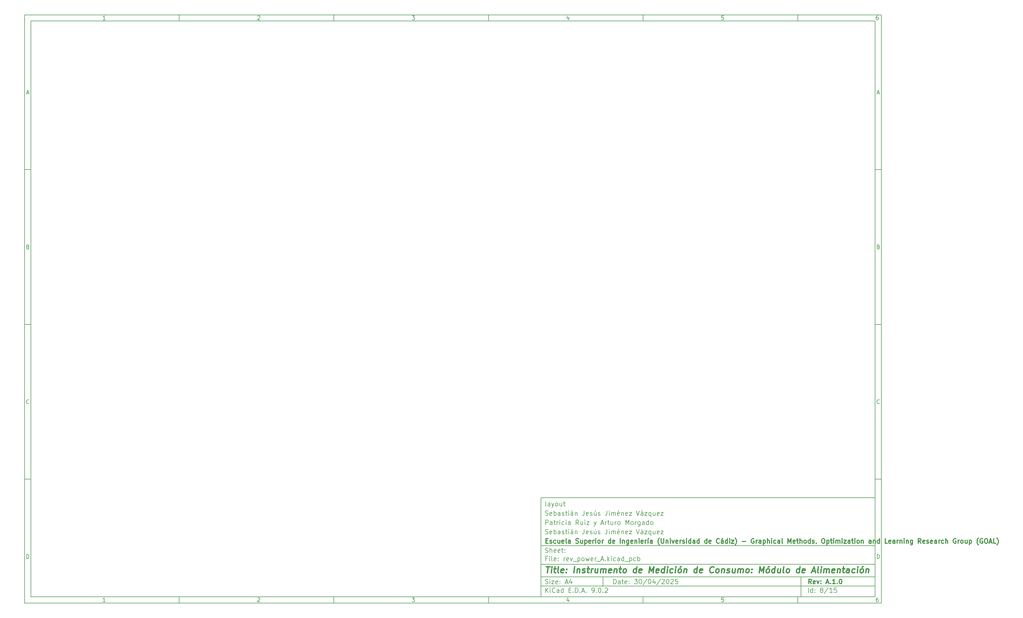
<source format=gbr>
%TF.GenerationSoftware,KiCad,Pcbnew,9.0.2*%
%TF.CreationDate,2025-11-09T23:00:08+01:00*%
%TF.ProjectId,rev_power_A,7265765f-706f-4776-9572-5f412e6b6963,A.1.0*%
%TF.SameCoordinates,Original*%
%TF.FileFunction,Legend,Bot*%
%TF.FilePolarity,Positive*%
%FSLAX46Y46*%
G04 Gerber Fmt 4.6, Leading zero omitted, Abs format (unit mm)*
G04 Created by KiCad (PCBNEW 9.0.2) date 2025-11-09 23:00:08*
%MOMM*%
%LPD*%
G01*
G04 APERTURE LIST*
%ADD10C,0.100000*%
%ADD11C,0.150000*%
%ADD12C,0.300000*%
%ADD13C,0.400000*%
G04 APERTURE END LIST*
D10*
D11*
X177002200Y-166007200D02*
X285002200Y-166007200D01*
X285002200Y-198007200D01*
X177002200Y-198007200D01*
X177002200Y-166007200D01*
D10*
D11*
X10000000Y-10000000D02*
X287002200Y-10000000D01*
X287002200Y-200007200D01*
X10000000Y-200007200D01*
X10000000Y-10000000D01*
D10*
D11*
X12000000Y-12000000D02*
X285002200Y-12000000D01*
X285002200Y-198007200D01*
X12000000Y-198007200D01*
X12000000Y-12000000D01*
D10*
D11*
X60000000Y-12000000D02*
X60000000Y-10000000D01*
D10*
D11*
X110000000Y-12000000D02*
X110000000Y-10000000D01*
D10*
D11*
X160000000Y-12000000D02*
X160000000Y-10000000D01*
D10*
D11*
X210000000Y-12000000D02*
X210000000Y-10000000D01*
D10*
D11*
X260000000Y-12000000D02*
X260000000Y-10000000D01*
D10*
D11*
X36089160Y-11593604D02*
X35346303Y-11593604D01*
X35717731Y-11593604D02*
X35717731Y-10293604D01*
X35717731Y-10293604D02*
X35593922Y-10479319D01*
X35593922Y-10479319D02*
X35470112Y-10603128D01*
X35470112Y-10603128D02*
X35346303Y-10665033D01*
D10*
D11*
X85346303Y-10417414D02*
X85408207Y-10355509D01*
X85408207Y-10355509D02*
X85532017Y-10293604D01*
X85532017Y-10293604D02*
X85841541Y-10293604D01*
X85841541Y-10293604D02*
X85965350Y-10355509D01*
X85965350Y-10355509D02*
X86027255Y-10417414D01*
X86027255Y-10417414D02*
X86089160Y-10541223D01*
X86089160Y-10541223D02*
X86089160Y-10665033D01*
X86089160Y-10665033D02*
X86027255Y-10850747D01*
X86027255Y-10850747D02*
X85284398Y-11593604D01*
X85284398Y-11593604D02*
X86089160Y-11593604D01*
D10*
D11*
X135284398Y-10293604D02*
X136089160Y-10293604D01*
X136089160Y-10293604D02*
X135655826Y-10788842D01*
X135655826Y-10788842D02*
X135841541Y-10788842D01*
X135841541Y-10788842D02*
X135965350Y-10850747D01*
X135965350Y-10850747D02*
X136027255Y-10912652D01*
X136027255Y-10912652D02*
X136089160Y-11036461D01*
X136089160Y-11036461D02*
X136089160Y-11345985D01*
X136089160Y-11345985D02*
X136027255Y-11469795D01*
X136027255Y-11469795D02*
X135965350Y-11531700D01*
X135965350Y-11531700D02*
X135841541Y-11593604D01*
X135841541Y-11593604D02*
X135470112Y-11593604D01*
X135470112Y-11593604D02*
X135346303Y-11531700D01*
X135346303Y-11531700D02*
X135284398Y-11469795D01*
D10*
D11*
X185965350Y-10726938D02*
X185965350Y-11593604D01*
X185655826Y-10231700D02*
X185346303Y-11160271D01*
X185346303Y-11160271D02*
X186151064Y-11160271D01*
D10*
D11*
X236027255Y-10293604D02*
X235408207Y-10293604D01*
X235408207Y-10293604D02*
X235346303Y-10912652D01*
X235346303Y-10912652D02*
X235408207Y-10850747D01*
X235408207Y-10850747D02*
X235532017Y-10788842D01*
X235532017Y-10788842D02*
X235841541Y-10788842D01*
X235841541Y-10788842D02*
X235965350Y-10850747D01*
X235965350Y-10850747D02*
X236027255Y-10912652D01*
X236027255Y-10912652D02*
X236089160Y-11036461D01*
X236089160Y-11036461D02*
X236089160Y-11345985D01*
X236089160Y-11345985D02*
X236027255Y-11469795D01*
X236027255Y-11469795D02*
X235965350Y-11531700D01*
X235965350Y-11531700D02*
X235841541Y-11593604D01*
X235841541Y-11593604D02*
X235532017Y-11593604D01*
X235532017Y-11593604D02*
X235408207Y-11531700D01*
X235408207Y-11531700D02*
X235346303Y-11469795D01*
D10*
D11*
X285965350Y-10293604D02*
X285717731Y-10293604D01*
X285717731Y-10293604D02*
X285593922Y-10355509D01*
X285593922Y-10355509D02*
X285532017Y-10417414D01*
X285532017Y-10417414D02*
X285408207Y-10603128D01*
X285408207Y-10603128D02*
X285346303Y-10850747D01*
X285346303Y-10850747D02*
X285346303Y-11345985D01*
X285346303Y-11345985D02*
X285408207Y-11469795D01*
X285408207Y-11469795D02*
X285470112Y-11531700D01*
X285470112Y-11531700D02*
X285593922Y-11593604D01*
X285593922Y-11593604D02*
X285841541Y-11593604D01*
X285841541Y-11593604D02*
X285965350Y-11531700D01*
X285965350Y-11531700D02*
X286027255Y-11469795D01*
X286027255Y-11469795D02*
X286089160Y-11345985D01*
X286089160Y-11345985D02*
X286089160Y-11036461D01*
X286089160Y-11036461D02*
X286027255Y-10912652D01*
X286027255Y-10912652D02*
X285965350Y-10850747D01*
X285965350Y-10850747D02*
X285841541Y-10788842D01*
X285841541Y-10788842D02*
X285593922Y-10788842D01*
X285593922Y-10788842D02*
X285470112Y-10850747D01*
X285470112Y-10850747D02*
X285408207Y-10912652D01*
X285408207Y-10912652D02*
X285346303Y-11036461D01*
D10*
D11*
X60000000Y-198007200D02*
X60000000Y-200007200D01*
D10*
D11*
X110000000Y-198007200D02*
X110000000Y-200007200D01*
D10*
D11*
X160000000Y-198007200D02*
X160000000Y-200007200D01*
D10*
D11*
X210000000Y-198007200D02*
X210000000Y-200007200D01*
D10*
D11*
X260000000Y-198007200D02*
X260000000Y-200007200D01*
D10*
D11*
X36089160Y-199600804D02*
X35346303Y-199600804D01*
X35717731Y-199600804D02*
X35717731Y-198300804D01*
X35717731Y-198300804D02*
X35593922Y-198486519D01*
X35593922Y-198486519D02*
X35470112Y-198610328D01*
X35470112Y-198610328D02*
X35346303Y-198672233D01*
D10*
D11*
X85346303Y-198424614D02*
X85408207Y-198362709D01*
X85408207Y-198362709D02*
X85532017Y-198300804D01*
X85532017Y-198300804D02*
X85841541Y-198300804D01*
X85841541Y-198300804D02*
X85965350Y-198362709D01*
X85965350Y-198362709D02*
X86027255Y-198424614D01*
X86027255Y-198424614D02*
X86089160Y-198548423D01*
X86089160Y-198548423D02*
X86089160Y-198672233D01*
X86089160Y-198672233D02*
X86027255Y-198857947D01*
X86027255Y-198857947D02*
X85284398Y-199600804D01*
X85284398Y-199600804D02*
X86089160Y-199600804D01*
D10*
D11*
X135284398Y-198300804D02*
X136089160Y-198300804D01*
X136089160Y-198300804D02*
X135655826Y-198796042D01*
X135655826Y-198796042D02*
X135841541Y-198796042D01*
X135841541Y-198796042D02*
X135965350Y-198857947D01*
X135965350Y-198857947D02*
X136027255Y-198919852D01*
X136027255Y-198919852D02*
X136089160Y-199043661D01*
X136089160Y-199043661D02*
X136089160Y-199353185D01*
X136089160Y-199353185D02*
X136027255Y-199476995D01*
X136027255Y-199476995D02*
X135965350Y-199538900D01*
X135965350Y-199538900D02*
X135841541Y-199600804D01*
X135841541Y-199600804D02*
X135470112Y-199600804D01*
X135470112Y-199600804D02*
X135346303Y-199538900D01*
X135346303Y-199538900D02*
X135284398Y-199476995D01*
D10*
D11*
X185965350Y-198734138D02*
X185965350Y-199600804D01*
X185655826Y-198238900D02*
X185346303Y-199167471D01*
X185346303Y-199167471D02*
X186151064Y-199167471D01*
D10*
D11*
X236027255Y-198300804D02*
X235408207Y-198300804D01*
X235408207Y-198300804D02*
X235346303Y-198919852D01*
X235346303Y-198919852D02*
X235408207Y-198857947D01*
X235408207Y-198857947D02*
X235532017Y-198796042D01*
X235532017Y-198796042D02*
X235841541Y-198796042D01*
X235841541Y-198796042D02*
X235965350Y-198857947D01*
X235965350Y-198857947D02*
X236027255Y-198919852D01*
X236027255Y-198919852D02*
X236089160Y-199043661D01*
X236089160Y-199043661D02*
X236089160Y-199353185D01*
X236089160Y-199353185D02*
X236027255Y-199476995D01*
X236027255Y-199476995D02*
X235965350Y-199538900D01*
X235965350Y-199538900D02*
X235841541Y-199600804D01*
X235841541Y-199600804D02*
X235532017Y-199600804D01*
X235532017Y-199600804D02*
X235408207Y-199538900D01*
X235408207Y-199538900D02*
X235346303Y-199476995D01*
D10*
D11*
X285965350Y-198300804D02*
X285717731Y-198300804D01*
X285717731Y-198300804D02*
X285593922Y-198362709D01*
X285593922Y-198362709D02*
X285532017Y-198424614D01*
X285532017Y-198424614D02*
X285408207Y-198610328D01*
X285408207Y-198610328D02*
X285346303Y-198857947D01*
X285346303Y-198857947D02*
X285346303Y-199353185D01*
X285346303Y-199353185D02*
X285408207Y-199476995D01*
X285408207Y-199476995D02*
X285470112Y-199538900D01*
X285470112Y-199538900D02*
X285593922Y-199600804D01*
X285593922Y-199600804D02*
X285841541Y-199600804D01*
X285841541Y-199600804D02*
X285965350Y-199538900D01*
X285965350Y-199538900D02*
X286027255Y-199476995D01*
X286027255Y-199476995D02*
X286089160Y-199353185D01*
X286089160Y-199353185D02*
X286089160Y-199043661D01*
X286089160Y-199043661D02*
X286027255Y-198919852D01*
X286027255Y-198919852D02*
X285965350Y-198857947D01*
X285965350Y-198857947D02*
X285841541Y-198796042D01*
X285841541Y-198796042D02*
X285593922Y-198796042D01*
X285593922Y-198796042D02*
X285470112Y-198857947D01*
X285470112Y-198857947D02*
X285408207Y-198919852D01*
X285408207Y-198919852D02*
X285346303Y-199043661D01*
D10*
D11*
X10000000Y-60000000D02*
X12000000Y-60000000D01*
D10*
D11*
X10000000Y-110000000D02*
X12000000Y-110000000D01*
D10*
D11*
X10000000Y-160000000D02*
X12000000Y-160000000D01*
D10*
D11*
X10690476Y-35222176D02*
X11309523Y-35222176D01*
X10566666Y-35593604D02*
X10999999Y-34293604D01*
X10999999Y-34293604D02*
X11433333Y-35593604D01*
D10*
D11*
X11092857Y-84912652D02*
X11278571Y-84974557D01*
X11278571Y-84974557D02*
X11340476Y-85036461D01*
X11340476Y-85036461D02*
X11402380Y-85160271D01*
X11402380Y-85160271D02*
X11402380Y-85345985D01*
X11402380Y-85345985D02*
X11340476Y-85469795D01*
X11340476Y-85469795D02*
X11278571Y-85531700D01*
X11278571Y-85531700D02*
X11154761Y-85593604D01*
X11154761Y-85593604D02*
X10659523Y-85593604D01*
X10659523Y-85593604D02*
X10659523Y-84293604D01*
X10659523Y-84293604D02*
X11092857Y-84293604D01*
X11092857Y-84293604D02*
X11216666Y-84355509D01*
X11216666Y-84355509D02*
X11278571Y-84417414D01*
X11278571Y-84417414D02*
X11340476Y-84541223D01*
X11340476Y-84541223D02*
X11340476Y-84665033D01*
X11340476Y-84665033D02*
X11278571Y-84788842D01*
X11278571Y-84788842D02*
X11216666Y-84850747D01*
X11216666Y-84850747D02*
X11092857Y-84912652D01*
X11092857Y-84912652D02*
X10659523Y-84912652D01*
D10*
D11*
X11402380Y-135469795D02*
X11340476Y-135531700D01*
X11340476Y-135531700D02*
X11154761Y-135593604D01*
X11154761Y-135593604D02*
X11030952Y-135593604D01*
X11030952Y-135593604D02*
X10845238Y-135531700D01*
X10845238Y-135531700D02*
X10721428Y-135407890D01*
X10721428Y-135407890D02*
X10659523Y-135284080D01*
X10659523Y-135284080D02*
X10597619Y-135036461D01*
X10597619Y-135036461D02*
X10597619Y-134850747D01*
X10597619Y-134850747D02*
X10659523Y-134603128D01*
X10659523Y-134603128D02*
X10721428Y-134479319D01*
X10721428Y-134479319D02*
X10845238Y-134355509D01*
X10845238Y-134355509D02*
X11030952Y-134293604D01*
X11030952Y-134293604D02*
X11154761Y-134293604D01*
X11154761Y-134293604D02*
X11340476Y-134355509D01*
X11340476Y-134355509D02*
X11402380Y-134417414D01*
D10*
D11*
X10659523Y-185593604D02*
X10659523Y-184293604D01*
X10659523Y-184293604D02*
X10969047Y-184293604D01*
X10969047Y-184293604D02*
X11154761Y-184355509D01*
X11154761Y-184355509D02*
X11278571Y-184479319D01*
X11278571Y-184479319D02*
X11340476Y-184603128D01*
X11340476Y-184603128D02*
X11402380Y-184850747D01*
X11402380Y-184850747D02*
X11402380Y-185036461D01*
X11402380Y-185036461D02*
X11340476Y-185284080D01*
X11340476Y-185284080D02*
X11278571Y-185407890D01*
X11278571Y-185407890D02*
X11154761Y-185531700D01*
X11154761Y-185531700D02*
X10969047Y-185593604D01*
X10969047Y-185593604D02*
X10659523Y-185593604D01*
D10*
D11*
X287002200Y-60000000D02*
X285002200Y-60000000D01*
D10*
D11*
X287002200Y-110000000D02*
X285002200Y-110000000D01*
D10*
D11*
X287002200Y-160000000D02*
X285002200Y-160000000D01*
D10*
D11*
X285692676Y-35222176D02*
X286311723Y-35222176D01*
X285568866Y-35593604D02*
X286002199Y-34293604D01*
X286002199Y-34293604D02*
X286435533Y-35593604D01*
D10*
D11*
X286095057Y-84912652D02*
X286280771Y-84974557D01*
X286280771Y-84974557D02*
X286342676Y-85036461D01*
X286342676Y-85036461D02*
X286404580Y-85160271D01*
X286404580Y-85160271D02*
X286404580Y-85345985D01*
X286404580Y-85345985D02*
X286342676Y-85469795D01*
X286342676Y-85469795D02*
X286280771Y-85531700D01*
X286280771Y-85531700D02*
X286156961Y-85593604D01*
X286156961Y-85593604D02*
X285661723Y-85593604D01*
X285661723Y-85593604D02*
X285661723Y-84293604D01*
X285661723Y-84293604D02*
X286095057Y-84293604D01*
X286095057Y-84293604D02*
X286218866Y-84355509D01*
X286218866Y-84355509D02*
X286280771Y-84417414D01*
X286280771Y-84417414D02*
X286342676Y-84541223D01*
X286342676Y-84541223D02*
X286342676Y-84665033D01*
X286342676Y-84665033D02*
X286280771Y-84788842D01*
X286280771Y-84788842D02*
X286218866Y-84850747D01*
X286218866Y-84850747D02*
X286095057Y-84912652D01*
X286095057Y-84912652D02*
X285661723Y-84912652D01*
D10*
D11*
X286404580Y-135469795D02*
X286342676Y-135531700D01*
X286342676Y-135531700D02*
X286156961Y-135593604D01*
X286156961Y-135593604D02*
X286033152Y-135593604D01*
X286033152Y-135593604D02*
X285847438Y-135531700D01*
X285847438Y-135531700D02*
X285723628Y-135407890D01*
X285723628Y-135407890D02*
X285661723Y-135284080D01*
X285661723Y-135284080D02*
X285599819Y-135036461D01*
X285599819Y-135036461D02*
X285599819Y-134850747D01*
X285599819Y-134850747D02*
X285661723Y-134603128D01*
X285661723Y-134603128D02*
X285723628Y-134479319D01*
X285723628Y-134479319D02*
X285847438Y-134355509D01*
X285847438Y-134355509D02*
X286033152Y-134293604D01*
X286033152Y-134293604D02*
X286156961Y-134293604D01*
X286156961Y-134293604D02*
X286342676Y-134355509D01*
X286342676Y-134355509D02*
X286404580Y-134417414D01*
D10*
D11*
X285661723Y-185593604D02*
X285661723Y-184293604D01*
X285661723Y-184293604D02*
X285971247Y-184293604D01*
X285971247Y-184293604D02*
X286156961Y-184355509D01*
X286156961Y-184355509D02*
X286280771Y-184479319D01*
X286280771Y-184479319D02*
X286342676Y-184603128D01*
X286342676Y-184603128D02*
X286404580Y-184850747D01*
X286404580Y-184850747D02*
X286404580Y-185036461D01*
X286404580Y-185036461D02*
X286342676Y-185284080D01*
X286342676Y-185284080D02*
X286280771Y-185407890D01*
X286280771Y-185407890D02*
X286156961Y-185531700D01*
X286156961Y-185531700D02*
X285971247Y-185593604D01*
X285971247Y-185593604D02*
X285661723Y-185593604D01*
D10*
D11*
X200458026Y-193793328D02*
X200458026Y-192293328D01*
X200458026Y-192293328D02*
X200815169Y-192293328D01*
X200815169Y-192293328D02*
X201029455Y-192364757D01*
X201029455Y-192364757D02*
X201172312Y-192507614D01*
X201172312Y-192507614D02*
X201243741Y-192650471D01*
X201243741Y-192650471D02*
X201315169Y-192936185D01*
X201315169Y-192936185D02*
X201315169Y-193150471D01*
X201315169Y-193150471D02*
X201243741Y-193436185D01*
X201243741Y-193436185D02*
X201172312Y-193579042D01*
X201172312Y-193579042D02*
X201029455Y-193721900D01*
X201029455Y-193721900D02*
X200815169Y-193793328D01*
X200815169Y-193793328D02*
X200458026Y-193793328D01*
X202600884Y-193793328D02*
X202600884Y-193007614D01*
X202600884Y-193007614D02*
X202529455Y-192864757D01*
X202529455Y-192864757D02*
X202386598Y-192793328D01*
X202386598Y-192793328D02*
X202100884Y-192793328D01*
X202100884Y-192793328D02*
X201958026Y-192864757D01*
X202600884Y-193721900D02*
X202458026Y-193793328D01*
X202458026Y-193793328D02*
X202100884Y-193793328D01*
X202100884Y-193793328D02*
X201958026Y-193721900D01*
X201958026Y-193721900D02*
X201886598Y-193579042D01*
X201886598Y-193579042D02*
X201886598Y-193436185D01*
X201886598Y-193436185D02*
X201958026Y-193293328D01*
X201958026Y-193293328D02*
X202100884Y-193221900D01*
X202100884Y-193221900D02*
X202458026Y-193221900D01*
X202458026Y-193221900D02*
X202600884Y-193150471D01*
X203100884Y-192793328D02*
X203672312Y-192793328D01*
X203315169Y-192293328D02*
X203315169Y-193579042D01*
X203315169Y-193579042D02*
X203386598Y-193721900D01*
X203386598Y-193721900D02*
X203529455Y-193793328D01*
X203529455Y-193793328D02*
X203672312Y-193793328D01*
X204743741Y-193721900D02*
X204600884Y-193793328D01*
X204600884Y-193793328D02*
X204315170Y-193793328D01*
X204315170Y-193793328D02*
X204172312Y-193721900D01*
X204172312Y-193721900D02*
X204100884Y-193579042D01*
X204100884Y-193579042D02*
X204100884Y-193007614D01*
X204100884Y-193007614D02*
X204172312Y-192864757D01*
X204172312Y-192864757D02*
X204315170Y-192793328D01*
X204315170Y-192793328D02*
X204600884Y-192793328D01*
X204600884Y-192793328D02*
X204743741Y-192864757D01*
X204743741Y-192864757D02*
X204815170Y-193007614D01*
X204815170Y-193007614D02*
X204815170Y-193150471D01*
X204815170Y-193150471D02*
X204100884Y-193293328D01*
X205458026Y-193650471D02*
X205529455Y-193721900D01*
X205529455Y-193721900D02*
X205458026Y-193793328D01*
X205458026Y-193793328D02*
X205386598Y-193721900D01*
X205386598Y-193721900D02*
X205458026Y-193650471D01*
X205458026Y-193650471D02*
X205458026Y-193793328D01*
X205458026Y-192864757D02*
X205529455Y-192936185D01*
X205529455Y-192936185D02*
X205458026Y-193007614D01*
X205458026Y-193007614D02*
X205386598Y-192936185D01*
X205386598Y-192936185D02*
X205458026Y-192864757D01*
X205458026Y-192864757D02*
X205458026Y-193007614D01*
X207172312Y-192293328D02*
X208100884Y-192293328D01*
X208100884Y-192293328D02*
X207600884Y-192864757D01*
X207600884Y-192864757D02*
X207815169Y-192864757D01*
X207815169Y-192864757D02*
X207958027Y-192936185D01*
X207958027Y-192936185D02*
X208029455Y-193007614D01*
X208029455Y-193007614D02*
X208100884Y-193150471D01*
X208100884Y-193150471D02*
X208100884Y-193507614D01*
X208100884Y-193507614D02*
X208029455Y-193650471D01*
X208029455Y-193650471D02*
X207958027Y-193721900D01*
X207958027Y-193721900D02*
X207815169Y-193793328D01*
X207815169Y-193793328D02*
X207386598Y-193793328D01*
X207386598Y-193793328D02*
X207243741Y-193721900D01*
X207243741Y-193721900D02*
X207172312Y-193650471D01*
X209029455Y-192293328D02*
X209172312Y-192293328D01*
X209172312Y-192293328D02*
X209315169Y-192364757D01*
X209315169Y-192364757D02*
X209386598Y-192436185D01*
X209386598Y-192436185D02*
X209458026Y-192579042D01*
X209458026Y-192579042D02*
X209529455Y-192864757D01*
X209529455Y-192864757D02*
X209529455Y-193221900D01*
X209529455Y-193221900D02*
X209458026Y-193507614D01*
X209458026Y-193507614D02*
X209386598Y-193650471D01*
X209386598Y-193650471D02*
X209315169Y-193721900D01*
X209315169Y-193721900D02*
X209172312Y-193793328D01*
X209172312Y-193793328D02*
X209029455Y-193793328D01*
X209029455Y-193793328D02*
X208886598Y-193721900D01*
X208886598Y-193721900D02*
X208815169Y-193650471D01*
X208815169Y-193650471D02*
X208743740Y-193507614D01*
X208743740Y-193507614D02*
X208672312Y-193221900D01*
X208672312Y-193221900D02*
X208672312Y-192864757D01*
X208672312Y-192864757D02*
X208743740Y-192579042D01*
X208743740Y-192579042D02*
X208815169Y-192436185D01*
X208815169Y-192436185D02*
X208886598Y-192364757D01*
X208886598Y-192364757D02*
X209029455Y-192293328D01*
X211243740Y-192221900D02*
X209958026Y-194150471D01*
X212029455Y-192293328D02*
X212172312Y-192293328D01*
X212172312Y-192293328D02*
X212315169Y-192364757D01*
X212315169Y-192364757D02*
X212386598Y-192436185D01*
X212386598Y-192436185D02*
X212458026Y-192579042D01*
X212458026Y-192579042D02*
X212529455Y-192864757D01*
X212529455Y-192864757D02*
X212529455Y-193221900D01*
X212529455Y-193221900D02*
X212458026Y-193507614D01*
X212458026Y-193507614D02*
X212386598Y-193650471D01*
X212386598Y-193650471D02*
X212315169Y-193721900D01*
X212315169Y-193721900D02*
X212172312Y-193793328D01*
X212172312Y-193793328D02*
X212029455Y-193793328D01*
X212029455Y-193793328D02*
X211886598Y-193721900D01*
X211886598Y-193721900D02*
X211815169Y-193650471D01*
X211815169Y-193650471D02*
X211743740Y-193507614D01*
X211743740Y-193507614D02*
X211672312Y-193221900D01*
X211672312Y-193221900D02*
X211672312Y-192864757D01*
X211672312Y-192864757D02*
X211743740Y-192579042D01*
X211743740Y-192579042D02*
X211815169Y-192436185D01*
X211815169Y-192436185D02*
X211886598Y-192364757D01*
X211886598Y-192364757D02*
X212029455Y-192293328D01*
X213815169Y-192793328D02*
X213815169Y-193793328D01*
X213458026Y-192221900D02*
X213100883Y-193293328D01*
X213100883Y-193293328D02*
X214029454Y-193293328D01*
X215672311Y-192221900D02*
X214386597Y-194150471D01*
X216100883Y-192436185D02*
X216172311Y-192364757D01*
X216172311Y-192364757D02*
X216315169Y-192293328D01*
X216315169Y-192293328D02*
X216672311Y-192293328D01*
X216672311Y-192293328D02*
X216815169Y-192364757D01*
X216815169Y-192364757D02*
X216886597Y-192436185D01*
X216886597Y-192436185D02*
X216958026Y-192579042D01*
X216958026Y-192579042D02*
X216958026Y-192721900D01*
X216958026Y-192721900D02*
X216886597Y-192936185D01*
X216886597Y-192936185D02*
X216029454Y-193793328D01*
X216029454Y-193793328D02*
X216958026Y-193793328D01*
X217886597Y-192293328D02*
X218029454Y-192293328D01*
X218029454Y-192293328D02*
X218172311Y-192364757D01*
X218172311Y-192364757D02*
X218243740Y-192436185D01*
X218243740Y-192436185D02*
X218315168Y-192579042D01*
X218315168Y-192579042D02*
X218386597Y-192864757D01*
X218386597Y-192864757D02*
X218386597Y-193221900D01*
X218386597Y-193221900D02*
X218315168Y-193507614D01*
X218315168Y-193507614D02*
X218243740Y-193650471D01*
X218243740Y-193650471D02*
X218172311Y-193721900D01*
X218172311Y-193721900D02*
X218029454Y-193793328D01*
X218029454Y-193793328D02*
X217886597Y-193793328D01*
X217886597Y-193793328D02*
X217743740Y-193721900D01*
X217743740Y-193721900D02*
X217672311Y-193650471D01*
X217672311Y-193650471D02*
X217600882Y-193507614D01*
X217600882Y-193507614D02*
X217529454Y-193221900D01*
X217529454Y-193221900D02*
X217529454Y-192864757D01*
X217529454Y-192864757D02*
X217600882Y-192579042D01*
X217600882Y-192579042D02*
X217672311Y-192436185D01*
X217672311Y-192436185D02*
X217743740Y-192364757D01*
X217743740Y-192364757D02*
X217886597Y-192293328D01*
X218958025Y-192436185D02*
X219029453Y-192364757D01*
X219029453Y-192364757D02*
X219172311Y-192293328D01*
X219172311Y-192293328D02*
X219529453Y-192293328D01*
X219529453Y-192293328D02*
X219672311Y-192364757D01*
X219672311Y-192364757D02*
X219743739Y-192436185D01*
X219743739Y-192436185D02*
X219815168Y-192579042D01*
X219815168Y-192579042D02*
X219815168Y-192721900D01*
X219815168Y-192721900D02*
X219743739Y-192936185D01*
X219743739Y-192936185D02*
X218886596Y-193793328D01*
X218886596Y-193793328D02*
X219815168Y-193793328D01*
X221172310Y-192293328D02*
X220458024Y-192293328D01*
X220458024Y-192293328D02*
X220386596Y-193007614D01*
X220386596Y-193007614D02*
X220458024Y-192936185D01*
X220458024Y-192936185D02*
X220600882Y-192864757D01*
X220600882Y-192864757D02*
X220958024Y-192864757D01*
X220958024Y-192864757D02*
X221100882Y-192936185D01*
X221100882Y-192936185D02*
X221172310Y-193007614D01*
X221172310Y-193007614D02*
X221243739Y-193150471D01*
X221243739Y-193150471D02*
X221243739Y-193507614D01*
X221243739Y-193507614D02*
X221172310Y-193650471D01*
X221172310Y-193650471D02*
X221100882Y-193721900D01*
X221100882Y-193721900D02*
X220958024Y-193793328D01*
X220958024Y-193793328D02*
X220600882Y-193793328D01*
X220600882Y-193793328D02*
X220458024Y-193721900D01*
X220458024Y-193721900D02*
X220386596Y-193650471D01*
D10*
D11*
X177002200Y-194507200D02*
X285002200Y-194507200D01*
D10*
D11*
X178458026Y-196593328D02*
X178458026Y-195093328D01*
X179315169Y-196593328D02*
X178672312Y-195736185D01*
X179315169Y-195093328D02*
X178458026Y-195950471D01*
X179958026Y-196593328D02*
X179958026Y-195593328D01*
X179958026Y-195093328D02*
X179886598Y-195164757D01*
X179886598Y-195164757D02*
X179958026Y-195236185D01*
X179958026Y-195236185D02*
X180029455Y-195164757D01*
X180029455Y-195164757D02*
X179958026Y-195093328D01*
X179958026Y-195093328D02*
X179958026Y-195236185D01*
X181529455Y-196450471D02*
X181458027Y-196521900D01*
X181458027Y-196521900D02*
X181243741Y-196593328D01*
X181243741Y-196593328D02*
X181100884Y-196593328D01*
X181100884Y-196593328D02*
X180886598Y-196521900D01*
X180886598Y-196521900D02*
X180743741Y-196379042D01*
X180743741Y-196379042D02*
X180672312Y-196236185D01*
X180672312Y-196236185D02*
X180600884Y-195950471D01*
X180600884Y-195950471D02*
X180600884Y-195736185D01*
X180600884Y-195736185D02*
X180672312Y-195450471D01*
X180672312Y-195450471D02*
X180743741Y-195307614D01*
X180743741Y-195307614D02*
X180886598Y-195164757D01*
X180886598Y-195164757D02*
X181100884Y-195093328D01*
X181100884Y-195093328D02*
X181243741Y-195093328D01*
X181243741Y-195093328D02*
X181458027Y-195164757D01*
X181458027Y-195164757D02*
X181529455Y-195236185D01*
X182815170Y-196593328D02*
X182815170Y-195807614D01*
X182815170Y-195807614D02*
X182743741Y-195664757D01*
X182743741Y-195664757D02*
X182600884Y-195593328D01*
X182600884Y-195593328D02*
X182315170Y-195593328D01*
X182315170Y-195593328D02*
X182172312Y-195664757D01*
X182815170Y-196521900D02*
X182672312Y-196593328D01*
X182672312Y-196593328D02*
X182315170Y-196593328D01*
X182315170Y-196593328D02*
X182172312Y-196521900D01*
X182172312Y-196521900D02*
X182100884Y-196379042D01*
X182100884Y-196379042D02*
X182100884Y-196236185D01*
X182100884Y-196236185D02*
X182172312Y-196093328D01*
X182172312Y-196093328D02*
X182315170Y-196021900D01*
X182315170Y-196021900D02*
X182672312Y-196021900D01*
X182672312Y-196021900D02*
X182815170Y-195950471D01*
X184172313Y-196593328D02*
X184172313Y-195093328D01*
X184172313Y-196521900D02*
X184029455Y-196593328D01*
X184029455Y-196593328D02*
X183743741Y-196593328D01*
X183743741Y-196593328D02*
X183600884Y-196521900D01*
X183600884Y-196521900D02*
X183529455Y-196450471D01*
X183529455Y-196450471D02*
X183458027Y-196307614D01*
X183458027Y-196307614D02*
X183458027Y-195879042D01*
X183458027Y-195879042D02*
X183529455Y-195736185D01*
X183529455Y-195736185D02*
X183600884Y-195664757D01*
X183600884Y-195664757D02*
X183743741Y-195593328D01*
X183743741Y-195593328D02*
X184029455Y-195593328D01*
X184029455Y-195593328D02*
X184172313Y-195664757D01*
X186029455Y-195807614D02*
X186529455Y-195807614D01*
X186743741Y-196593328D02*
X186029455Y-196593328D01*
X186029455Y-196593328D02*
X186029455Y-195093328D01*
X186029455Y-195093328D02*
X186743741Y-195093328D01*
X187386598Y-196450471D02*
X187458027Y-196521900D01*
X187458027Y-196521900D02*
X187386598Y-196593328D01*
X187386598Y-196593328D02*
X187315170Y-196521900D01*
X187315170Y-196521900D02*
X187386598Y-196450471D01*
X187386598Y-196450471D02*
X187386598Y-196593328D01*
X188100884Y-196593328D02*
X188100884Y-195093328D01*
X188100884Y-195093328D02*
X188458027Y-195093328D01*
X188458027Y-195093328D02*
X188672313Y-195164757D01*
X188672313Y-195164757D02*
X188815170Y-195307614D01*
X188815170Y-195307614D02*
X188886599Y-195450471D01*
X188886599Y-195450471D02*
X188958027Y-195736185D01*
X188958027Y-195736185D02*
X188958027Y-195950471D01*
X188958027Y-195950471D02*
X188886599Y-196236185D01*
X188886599Y-196236185D02*
X188815170Y-196379042D01*
X188815170Y-196379042D02*
X188672313Y-196521900D01*
X188672313Y-196521900D02*
X188458027Y-196593328D01*
X188458027Y-196593328D02*
X188100884Y-196593328D01*
X189600884Y-196450471D02*
X189672313Y-196521900D01*
X189672313Y-196521900D02*
X189600884Y-196593328D01*
X189600884Y-196593328D02*
X189529456Y-196521900D01*
X189529456Y-196521900D02*
X189600884Y-196450471D01*
X189600884Y-196450471D02*
X189600884Y-196593328D01*
X190243742Y-196164757D02*
X190958028Y-196164757D01*
X190100885Y-196593328D02*
X190600885Y-195093328D01*
X190600885Y-195093328D02*
X191100885Y-196593328D01*
X191600884Y-196450471D02*
X191672313Y-196521900D01*
X191672313Y-196521900D02*
X191600884Y-196593328D01*
X191600884Y-196593328D02*
X191529456Y-196521900D01*
X191529456Y-196521900D02*
X191600884Y-196450471D01*
X191600884Y-196450471D02*
X191600884Y-196593328D01*
X193529456Y-196593328D02*
X193815170Y-196593328D01*
X193815170Y-196593328D02*
X193958027Y-196521900D01*
X193958027Y-196521900D02*
X194029456Y-196450471D01*
X194029456Y-196450471D02*
X194172313Y-196236185D01*
X194172313Y-196236185D02*
X194243742Y-195950471D01*
X194243742Y-195950471D02*
X194243742Y-195379042D01*
X194243742Y-195379042D02*
X194172313Y-195236185D01*
X194172313Y-195236185D02*
X194100885Y-195164757D01*
X194100885Y-195164757D02*
X193958027Y-195093328D01*
X193958027Y-195093328D02*
X193672313Y-195093328D01*
X193672313Y-195093328D02*
X193529456Y-195164757D01*
X193529456Y-195164757D02*
X193458027Y-195236185D01*
X193458027Y-195236185D02*
X193386599Y-195379042D01*
X193386599Y-195379042D02*
X193386599Y-195736185D01*
X193386599Y-195736185D02*
X193458027Y-195879042D01*
X193458027Y-195879042D02*
X193529456Y-195950471D01*
X193529456Y-195950471D02*
X193672313Y-196021900D01*
X193672313Y-196021900D02*
X193958027Y-196021900D01*
X193958027Y-196021900D02*
X194100885Y-195950471D01*
X194100885Y-195950471D02*
X194172313Y-195879042D01*
X194172313Y-195879042D02*
X194243742Y-195736185D01*
X194886598Y-196450471D02*
X194958027Y-196521900D01*
X194958027Y-196521900D02*
X194886598Y-196593328D01*
X194886598Y-196593328D02*
X194815170Y-196521900D01*
X194815170Y-196521900D02*
X194886598Y-196450471D01*
X194886598Y-196450471D02*
X194886598Y-196593328D01*
X195886599Y-195093328D02*
X196029456Y-195093328D01*
X196029456Y-195093328D02*
X196172313Y-195164757D01*
X196172313Y-195164757D02*
X196243742Y-195236185D01*
X196243742Y-195236185D02*
X196315170Y-195379042D01*
X196315170Y-195379042D02*
X196386599Y-195664757D01*
X196386599Y-195664757D02*
X196386599Y-196021900D01*
X196386599Y-196021900D02*
X196315170Y-196307614D01*
X196315170Y-196307614D02*
X196243742Y-196450471D01*
X196243742Y-196450471D02*
X196172313Y-196521900D01*
X196172313Y-196521900D02*
X196029456Y-196593328D01*
X196029456Y-196593328D02*
X195886599Y-196593328D01*
X195886599Y-196593328D02*
X195743742Y-196521900D01*
X195743742Y-196521900D02*
X195672313Y-196450471D01*
X195672313Y-196450471D02*
X195600884Y-196307614D01*
X195600884Y-196307614D02*
X195529456Y-196021900D01*
X195529456Y-196021900D02*
X195529456Y-195664757D01*
X195529456Y-195664757D02*
X195600884Y-195379042D01*
X195600884Y-195379042D02*
X195672313Y-195236185D01*
X195672313Y-195236185D02*
X195743742Y-195164757D01*
X195743742Y-195164757D02*
X195886599Y-195093328D01*
X197029455Y-196450471D02*
X197100884Y-196521900D01*
X197100884Y-196521900D02*
X197029455Y-196593328D01*
X197029455Y-196593328D02*
X196958027Y-196521900D01*
X196958027Y-196521900D02*
X197029455Y-196450471D01*
X197029455Y-196450471D02*
X197029455Y-196593328D01*
X197672313Y-195236185D02*
X197743741Y-195164757D01*
X197743741Y-195164757D02*
X197886599Y-195093328D01*
X197886599Y-195093328D02*
X198243741Y-195093328D01*
X198243741Y-195093328D02*
X198386599Y-195164757D01*
X198386599Y-195164757D02*
X198458027Y-195236185D01*
X198458027Y-195236185D02*
X198529456Y-195379042D01*
X198529456Y-195379042D02*
X198529456Y-195521900D01*
X198529456Y-195521900D02*
X198458027Y-195736185D01*
X198458027Y-195736185D02*
X197600884Y-196593328D01*
X197600884Y-196593328D02*
X198529456Y-196593328D01*
D10*
D11*
X177002200Y-191507200D02*
X285002200Y-191507200D01*
D10*
D12*
X264413853Y-193785528D02*
X263913853Y-193071242D01*
X263556710Y-193785528D02*
X263556710Y-192285528D01*
X263556710Y-192285528D02*
X264128139Y-192285528D01*
X264128139Y-192285528D02*
X264270996Y-192356957D01*
X264270996Y-192356957D02*
X264342425Y-192428385D01*
X264342425Y-192428385D02*
X264413853Y-192571242D01*
X264413853Y-192571242D02*
X264413853Y-192785528D01*
X264413853Y-192785528D02*
X264342425Y-192928385D01*
X264342425Y-192928385D02*
X264270996Y-192999814D01*
X264270996Y-192999814D02*
X264128139Y-193071242D01*
X264128139Y-193071242D02*
X263556710Y-193071242D01*
X265628139Y-193714100D02*
X265485282Y-193785528D01*
X265485282Y-193785528D02*
X265199568Y-193785528D01*
X265199568Y-193785528D02*
X265056710Y-193714100D01*
X265056710Y-193714100D02*
X264985282Y-193571242D01*
X264985282Y-193571242D02*
X264985282Y-192999814D01*
X264985282Y-192999814D02*
X265056710Y-192856957D01*
X265056710Y-192856957D02*
X265199568Y-192785528D01*
X265199568Y-192785528D02*
X265485282Y-192785528D01*
X265485282Y-192785528D02*
X265628139Y-192856957D01*
X265628139Y-192856957D02*
X265699568Y-192999814D01*
X265699568Y-192999814D02*
X265699568Y-193142671D01*
X265699568Y-193142671D02*
X264985282Y-193285528D01*
X266199567Y-192785528D02*
X266556710Y-193785528D01*
X266556710Y-193785528D02*
X266913853Y-192785528D01*
X267485281Y-193642671D02*
X267556710Y-193714100D01*
X267556710Y-193714100D02*
X267485281Y-193785528D01*
X267485281Y-193785528D02*
X267413853Y-193714100D01*
X267413853Y-193714100D02*
X267485281Y-193642671D01*
X267485281Y-193642671D02*
X267485281Y-193785528D01*
X267485281Y-192856957D02*
X267556710Y-192928385D01*
X267556710Y-192928385D02*
X267485281Y-192999814D01*
X267485281Y-192999814D02*
X267413853Y-192928385D01*
X267413853Y-192928385D02*
X267485281Y-192856957D01*
X267485281Y-192856957D02*
X267485281Y-192999814D01*
X269270996Y-193356957D02*
X269985282Y-193356957D01*
X269128139Y-193785528D02*
X269628139Y-192285528D01*
X269628139Y-192285528D02*
X270128139Y-193785528D01*
X270628138Y-193642671D02*
X270699567Y-193714100D01*
X270699567Y-193714100D02*
X270628138Y-193785528D01*
X270628138Y-193785528D02*
X270556710Y-193714100D01*
X270556710Y-193714100D02*
X270628138Y-193642671D01*
X270628138Y-193642671D02*
X270628138Y-193785528D01*
X272128139Y-193785528D02*
X271270996Y-193785528D01*
X271699567Y-193785528D02*
X271699567Y-192285528D01*
X271699567Y-192285528D02*
X271556710Y-192499814D01*
X271556710Y-192499814D02*
X271413853Y-192642671D01*
X271413853Y-192642671D02*
X271270996Y-192714100D01*
X272770995Y-193642671D02*
X272842424Y-193714100D01*
X272842424Y-193714100D02*
X272770995Y-193785528D01*
X272770995Y-193785528D02*
X272699567Y-193714100D01*
X272699567Y-193714100D02*
X272770995Y-193642671D01*
X272770995Y-193642671D02*
X272770995Y-193785528D01*
X273770996Y-192285528D02*
X273913853Y-192285528D01*
X273913853Y-192285528D02*
X274056710Y-192356957D01*
X274056710Y-192356957D02*
X274128139Y-192428385D01*
X274128139Y-192428385D02*
X274199567Y-192571242D01*
X274199567Y-192571242D02*
X274270996Y-192856957D01*
X274270996Y-192856957D02*
X274270996Y-193214100D01*
X274270996Y-193214100D02*
X274199567Y-193499814D01*
X274199567Y-193499814D02*
X274128139Y-193642671D01*
X274128139Y-193642671D02*
X274056710Y-193714100D01*
X274056710Y-193714100D02*
X273913853Y-193785528D01*
X273913853Y-193785528D02*
X273770996Y-193785528D01*
X273770996Y-193785528D02*
X273628139Y-193714100D01*
X273628139Y-193714100D02*
X273556710Y-193642671D01*
X273556710Y-193642671D02*
X273485281Y-193499814D01*
X273485281Y-193499814D02*
X273413853Y-193214100D01*
X273413853Y-193214100D02*
X273413853Y-192856957D01*
X273413853Y-192856957D02*
X273485281Y-192571242D01*
X273485281Y-192571242D02*
X273556710Y-192428385D01*
X273556710Y-192428385D02*
X273628139Y-192356957D01*
X273628139Y-192356957D02*
X273770996Y-192285528D01*
D10*
D11*
X178386598Y-193721900D02*
X178600884Y-193793328D01*
X178600884Y-193793328D02*
X178958026Y-193793328D01*
X178958026Y-193793328D02*
X179100884Y-193721900D01*
X179100884Y-193721900D02*
X179172312Y-193650471D01*
X179172312Y-193650471D02*
X179243741Y-193507614D01*
X179243741Y-193507614D02*
X179243741Y-193364757D01*
X179243741Y-193364757D02*
X179172312Y-193221900D01*
X179172312Y-193221900D02*
X179100884Y-193150471D01*
X179100884Y-193150471D02*
X178958026Y-193079042D01*
X178958026Y-193079042D02*
X178672312Y-193007614D01*
X178672312Y-193007614D02*
X178529455Y-192936185D01*
X178529455Y-192936185D02*
X178458026Y-192864757D01*
X178458026Y-192864757D02*
X178386598Y-192721900D01*
X178386598Y-192721900D02*
X178386598Y-192579042D01*
X178386598Y-192579042D02*
X178458026Y-192436185D01*
X178458026Y-192436185D02*
X178529455Y-192364757D01*
X178529455Y-192364757D02*
X178672312Y-192293328D01*
X178672312Y-192293328D02*
X179029455Y-192293328D01*
X179029455Y-192293328D02*
X179243741Y-192364757D01*
X179886597Y-193793328D02*
X179886597Y-192793328D01*
X179886597Y-192293328D02*
X179815169Y-192364757D01*
X179815169Y-192364757D02*
X179886597Y-192436185D01*
X179886597Y-192436185D02*
X179958026Y-192364757D01*
X179958026Y-192364757D02*
X179886597Y-192293328D01*
X179886597Y-192293328D02*
X179886597Y-192436185D01*
X180458026Y-192793328D02*
X181243741Y-192793328D01*
X181243741Y-192793328D02*
X180458026Y-193793328D01*
X180458026Y-193793328D02*
X181243741Y-193793328D01*
X182386598Y-193721900D02*
X182243741Y-193793328D01*
X182243741Y-193793328D02*
X181958027Y-193793328D01*
X181958027Y-193793328D02*
X181815169Y-193721900D01*
X181815169Y-193721900D02*
X181743741Y-193579042D01*
X181743741Y-193579042D02*
X181743741Y-193007614D01*
X181743741Y-193007614D02*
X181815169Y-192864757D01*
X181815169Y-192864757D02*
X181958027Y-192793328D01*
X181958027Y-192793328D02*
X182243741Y-192793328D01*
X182243741Y-192793328D02*
X182386598Y-192864757D01*
X182386598Y-192864757D02*
X182458027Y-193007614D01*
X182458027Y-193007614D02*
X182458027Y-193150471D01*
X182458027Y-193150471D02*
X181743741Y-193293328D01*
X183100883Y-193650471D02*
X183172312Y-193721900D01*
X183172312Y-193721900D02*
X183100883Y-193793328D01*
X183100883Y-193793328D02*
X183029455Y-193721900D01*
X183029455Y-193721900D02*
X183100883Y-193650471D01*
X183100883Y-193650471D02*
X183100883Y-193793328D01*
X183100883Y-192864757D02*
X183172312Y-192936185D01*
X183172312Y-192936185D02*
X183100883Y-193007614D01*
X183100883Y-193007614D02*
X183029455Y-192936185D01*
X183029455Y-192936185D02*
X183100883Y-192864757D01*
X183100883Y-192864757D02*
X183100883Y-193007614D01*
X184886598Y-193364757D02*
X185600884Y-193364757D01*
X184743741Y-193793328D02*
X185243741Y-192293328D01*
X185243741Y-192293328D02*
X185743741Y-193793328D01*
X186886598Y-192793328D02*
X186886598Y-193793328D01*
X186529455Y-192221900D02*
X186172312Y-193293328D01*
X186172312Y-193293328D02*
X187100883Y-193293328D01*
D10*
D11*
X263458026Y-196593328D02*
X263458026Y-195093328D01*
X264815170Y-196593328D02*
X264815170Y-195093328D01*
X264815170Y-196521900D02*
X264672312Y-196593328D01*
X264672312Y-196593328D02*
X264386598Y-196593328D01*
X264386598Y-196593328D02*
X264243741Y-196521900D01*
X264243741Y-196521900D02*
X264172312Y-196450471D01*
X264172312Y-196450471D02*
X264100884Y-196307614D01*
X264100884Y-196307614D02*
X264100884Y-195879042D01*
X264100884Y-195879042D02*
X264172312Y-195736185D01*
X264172312Y-195736185D02*
X264243741Y-195664757D01*
X264243741Y-195664757D02*
X264386598Y-195593328D01*
X264386598Y-195593328D02*
X264672312Y-195593328D01*
X264672312Y-195593328D02*
X264815170Y-195664757D01*
X265529455Y-196450471D02*
X265600884Y-196521900D01*
X265600884Y-196521900D02*
X265529455Y-196593328D01*
X265529455Y-196593328D02*
X265458027Y-196521900D01*
X265458027Y-196521900D02*
X265529455Y-196450471D01*
X265529455Y-196450471D02*
X265529455Y-196593328D01*
X265529455Y-195664757D02*
X265600884Y-195736185D01*
X265600884Y-195736185D02*
X265529455Y-195807614D01*
X265529455Y-195807614D02*
X265458027Y-195736185D01*
X265458027Y-195736185D02*
X265529455Y-195664757D01*
X265529455Y-195664757D02*
X265529455Y-195807614D01*
X267600884Y-195736185D02*
X267458027Y-195664757D01*
X267458027Y-195664757D02*
X267386598Y-195593328D01*
X267386598Y-195593328D02*
X267315170Y-195450471D01*
X267315170Y-195450471D02*
X267315170Y-195379042D01*
X267315170Y-195379042D02*
X267386598Y-195236185D01*
X267386598Y-195236185D02*
X267458027Y-195164757D01*
X267458027Y-195164757D02*
X267600884Y-195093328D01*
X267600884Y-195093328D02*
X267886598Y-195093328D01*
X267886598Y-195093328D02*
X268029456Y-195164757D01*
X268029456Y-195164757D02*
X268100884Y-195236185D01*
X268100884Y-195236185D02*
X268172313Y-195379042D01*
X268172313Y-195379042D02*
X268172313Y-195450471D01*
X268172313Y-195450471D02*
X268100884Y-195593328D01*
X268100884Y-195593328D02*
X268029456Y-195664757D01*
X268029456Y-195664757D02*
X267886598Y-195736185D01*
X267886598Y-195736185D02*
X267600884Y-195736185D01*
X267600884Y-195736185D02*
X267458027Y-195807614D01*
X267458027Y-195807614D02*
X267386598Y-195879042D01*
X267386598Y-195879042D02*
X267315170Y-196021900D01*
X267315170Y-196021900D02*
X267315170Y-196307614D01*
X267315170Y-196307614D02*
X267386598Y-196450471D01*
X267386598Y-196450471D02*
X267458027Y-196521900D01*
X267458027Y-196521900D02*
X267600884Y-196593328D01*
X267600884Y-196593328D02*
X267886598Y-196593328D01*
X267886598Y-196593328D02*
X268029456Y-196521900D01*
X268029456Y-196521900D02*
X268100884Y-196450471D01*
X268100884Y-196450471D02*
X268172313Y-196307614D01*
X268172313Y-196307614D02*
X268172313Y-196021900D01*
X268172313Y-196021900D02*
X268100884Y-195879042D01*
X268100884Y-195879042D02*
X268029456Y-195807614D01*
X268029456Y-195807614D02*
X267886598Y-195736185D01*
X269886598Y-195021900D02*
X268600884Y-196950471D01*
X271172313Y-196593328D02*
X270315170Y-196593328D01*
X270743741Y-196593328D02*
X270743741Y-195093328D01*
X270743741Y-195093328D02*
X270600884Y-195307614D01*
X270600884Y-195307614D02*
X270458027Y-195450471D01*
X270458027Y-195450471D02*
X270315170Y-195521900D01*
X272529455Y-195093328D02*
X271815169Y-195093328D01*
X271815169Y-195093328D02*
X271743741Y-195807614D01*
X271743741Y-195807614D02*
X271815169Y-195736185D01*
X271815169Y-195736185D02*
X271958027Y-195664757D01*
X271958027Y-195664757D02*
X272315169Y-195664757D01*
X272315169Y-195664757D02*
X272458027Y-195736185D01*
X272458027Y-195736185D02*
X272529455Y-195807614D01*
X272529455Y-195807614D02*
X272600884Y-195950471D01*
X272600884Y-195950471D02*
X272600884Y-196307614D01*
X272600884Y-196307614D02*
X272529455Y-196450471D01*
X272529455Y-196450471D02*
X272458027Y-196521900D01*
X272458027Y-196521900D02*
X272315169Y-196593328D01*
X272315169Y-196593328D02*
X271958027Y-196593328D01*
X271958027Y-196593328D02*
X271815169Y-196521900D01*
X271815169Y-196521900D02*
X271743741Y-196450471D01*
D10*
D11*
X177002200Y-187507200D02*
X285002200Y-187507200D01*
D10*
D13*
X178693928Y-188211638D02*
X179836785Y-188211638D01*
X179015357Y-190211638D02*
X179265357Y-188211638D01*
X180253452Y-190211638D02*
X180420119Y-188878304D01*
X180503452Y-188211638D02*
X180396309Y-188306876D01*
X180396309Y-188306876D02*
X180479643Y-188402114D01*
X180479643Y-188402114D02*
X180586786Y-188306876D01*
X180586786Y-188306876D02*
X180503452Y-188211638D01*
X180503452Y-188211638D02*
X180479643Y-188402114D01*
X181086786Y-188878304D02*
X181848690Y-188878304D01*
X181455833Y-188211638D02*
X181241548Y-189925923D01*
X181241548Y-189925923D02*
X181312976Y-190116400D01*
X181312976Y-190116400D02*
X181491548Y-190211638D01*
X181491548Y-190211638D02*
X181682024Y-190211638D01*
X182634405Y-190211638D02*
X182455833Y-190116400D01*
X182455833Y-190116400D02*
X182384405Y-189925923D01*
X182384405Y-189925923D02*
X182598690Y-188211638D01*
X184170119Y-190116400D02*
X183967738Y-190211638D01*
X183967738Y-190211638D02*
X183586785Y-190211638D01*
X183586785Y-190211638D02*
X183408214Y-190116400D01*
X183408214Y-190116400D02*
X183336785Y-189925923D01*
X183336785Y-189925923D02*
X183432024Y-189164019D01*
X183432024Y-189164019D02*
X183551071Y-188973542D01*
X183551071Y-188973542D02*
X183753452Y-188878304D01*
X183753452Y-188878304D02*
X184134404Y-188878304D01*
X184134404Y-188878304D02*
X184312976Y-188973542D01*
X184312976Y-188973542D02*
X184384404Y-189164019D01*
X184384404Y-189164019D02*
X184360595Y-189354495D01*
X184360595Y-189354495D02*
X183384404Y-189544971D01*
X185134405Y-190021161D02*
X185217738Y-190116400D01*
X185217738Y-190116400D02*
X185110595Y-190211638D01*
X185110595Y-190211638D02*
X185027262Y-190116400D01*
X185027262Y-190116400D02*
X185134405Y-190021161D01*
X185134405Y-190021161D02*
X185110595Y-190211638D01*
X185265357Y-188973542D02*
X185348690Y-189068780D01*
X185348690Y-189068780D02*
X185241548Y-189164019D01*
X185241548Y-189164019D02*
X185158214Y-189068780D01*
X185158214Y-189068780D02*
X185265357Y-188973542D01*
X185265357Y-188973542D02*
X185241548Y-189164019D01*
X187586786Y-190211638D02*
X187836786Y-188211638D01*
X188705834Y-188878304D02*
X188539167Y-190211638D01*
X188682024Y-189068780D02*
X188789167Y-188973542D01*
X188789167Y-188973542D02*
X188991548Y-188878304D01*
X188991548Y-188878304D02*
X189277262Y-188878304D01*
X189277262Y-188878304D02*
X189455834Y-188973542D01*
X189455834Y-188973542D02*
X189527262Y-189164019D01*
X189527262Y-189164019D02*
X189396310Y-190211638D01*
X190265358Y-190116400D02*
X190443929Y-190211638D01*
X190443929Y-190211638D02*
X190824882Y-190211638D01*
X190824882Y-190211638D02*
X191027263Y-190116400D01*
X191027263Y-190116400D02*
X191146310Y-189925923D01*
X191146310Y-189925923D02*
X191158215Y-189830685D01*
X191158215Y-189830685D02*
X191086786Y-189640209D01*
X191086786Y-189640209D02*
X190908215Y-189544971D01*
X190908215Y-189544971D02*
X190622501Y-189544971D01*
X190622501Y-189544971D02*
X190443929Y-189449733D01*
X190443929Y-189449733D02*
X190372501Y-189259257D01*
X190372501Y-189259257D02*
X190384406Y-189164019D01*
X190384406Y-189164019D02*
X190503453Y-188973542D01*
X190503453Y-188973542D02*
X190705834Y-188878304D01*
X190705834Y-188878304D02*
X190991548Y-188878304D01*
X190991548Y-188878304D02*
X191170120Y-188973542D01*
X191848692Y-188878304D02*
X192610596Y-188878304D01*
X192217739Y-188211638D02*
X192003454Y-189925923D01*
X192003454Y-189925923D02*
X192074882Y-190116400D01*
X192074882Y-190116400D02*
X192253454Y-190211638D01*
X192253454Y-190211638D02*
X192443930Y-190211638D01*
X193110596Y-190211638D02*
X193277263Y-188878304D01*
X193229644Y-189259257D02*
X193348691Y-189068780D01*
X193348691Y-189068780D02*
X193455834Y-188973542D01*
X193455834Y-188973542D02*
X193658215Y-188878304D01*
X193658215Y-188878304D02*
X193848691Y-188878304D01*
X195372501Y-188878304D02*
X195205834Y-190211638D01*
X194515358Y-188878304D02*
X194384406Y-189925923D01*
X194384406Y-189925923D02*
X194455834Y-190116400D01*
X194455834Y-190116400D02*
X194634406Y-190211638D01*
X194634406Y-190211638D02*
X194920120Y-190211638D01*
X194920120Y-190211638D02*
X195122501Y-190116400D01*
X195122501Y-190116400D02*
X195229644Y-190021161D01*
X196158215Y-190211638D02*
X196324882Y-188878304D01*
X196301072Y-189068780D02*
X196408215Y-188973542D01*
X196408215Y-188973542D02*
X196610596Y-188878304D01*
X196610596Y-188878304D02*
X196896310Y-188878304D01*
X196896310Y-188878304D02*
X197074882Y-188973542D01*
X197074882Y-188973542D02*
X197146310Y-189164019D01*
X197146310Y-189164019D02*
X197015358Y-190211638D01*
X197146310Y-189164019D02*
X197265358Y-188973542D01*
X197265358Y-188973542D02*
X197467739Y-188878304D01*
X197467739Y-188878304D02*
X197753453Y-188878304D01*
X197753453Y-188878304D02*
X197932025Y-188973542D01*
X197932025Y-188973542D02*
X198003453Y-189164019D01*
X198003453Y-189164019D02*
X197872501Y-190211638D01*
X199598692Y-190116400D02*
X199396311Y-190211638D01*
X199396311Y-190211638D02*
X199015358Y-190211638D01*
X199015358Y-190211638D02*
X198836787Y-190116400D01*
X198836787Y-190116400D02*
X198765358Y-189925923D01*
X198765358Y-189925923D02*
X198860597Y-189164019D01*
X198860597Y-189164019D02*
X198979644Y-188973542D01*
X198979644Y-188973542D02*
X199182025Y-188878304D01*
X199182025Y-188878304D02*
X199562977Y-188878304D01*
X199562977Y-188878304D02*
X199741549Y-188973542D01*
X199741549Y-188973542D02*
X199812977Y-189164019D01*
X199812977Y-189164019D02*
X199789168Y-189354495D01*
X199789168Y-189354495D02*
X198812977Y-189544971D01*
X200705835Y-188878304D02*
X200539168Y-190211638D01*
X200682025Y-189068780D02*
X200789168Y-188973542D01*
X200789168Y-188973542D02*
X200991549Y-188878304D01*
X200991549Y-188878304D02*
X201277263Y-188878304D01*
X201277263Y-188878304D02*
X201455835Y-188973542D01*
X201455835Y-188973542D02*
X201527263Y-189164019D01*
X201527263Y-189164019D02*
X201396311Y-190211638D01*
X202229645Y-188878304D02*
X202991549Y-188878304D01*
X202598692Y-188211638D02*
X202384407Y-189925923D01*
X202384407Y-189925923D02*
X202455835Y-190116400D01*
X202455835Y-190116400D02*
X202634407Y-190211638D01*
X202634407Y-190211638D02*
X202824883Y-190211638D01*
X203777264Y-190211638D02*
X203598692Y-190116400D01*
X203598692Y-190116400D02*
X203515359Y-190021161D01*
X203515359Y-190021161D02*
X203443930Y-189830685D01*
X203443930Y-189830685D02*
X203515359Y-189259257D01*
X203515359Y-189259257D02*
X203634406Y-189068780D01*
X203634406Y-189068780D02*
X203741549Y-188973542D01*
X203741549Y-188973542D02*
X203943930Y-188878304D01*
X203943930Y-188878304D02*
X204229644Y-188878304D01*
X204229644Y-188878304D02*
X204408216Y-188973542D01*
X204408216Y-188973542D02*
X204491549Y-189068780D01*
X204491549Y-189068780D02*
X204562978Y-189259257D01*
X204562978Y-189259257D02*
X204491549Y-189830685D01*
X204491549Y-189830685D02*
X204372502Y-190021161D01*
X204372502Y-190021161D02*
X204265359Y-190116400D01*
X204265359Y-190116400D02*
X204062978Y-190211638D01*
X204062978Y-190211638D02*
X203777264Y-190211638D01*
X207682026Y-190211638D02*
X207932026Y-188211638D01*
X207693931Y-190116400D02*
X207491550Y-190211638D01*
X207491550Y-190211638D02*
X207110598Y-190211638D01*
X207110598Y-190211638D02*
X206932026Y-190116400D01*
X206932026Y-190116400D02*
X206848693Y-190021161D01*
X206848693Y-190021161D02*
X206777264Y-189830685D01*
X206777264Y-189830685D02*
X206848693Y-189259257D01*
X206848693Y-189259257D02*
X206967740Y-189068780D01*
X206967740Y-189068780D02*
X207074883Y-188973542D01*
X207074883Y-188973542D02*
X207277264Y-188878304D01*
X207277264Y-188878304D02*
X207658217Y-188878304D01*
X207658217Y-188878304D02*
X207836788Y-188973542D01*
X209408217Y-190116400D02*
X209205836Y-190211638D01*
X209205836Y-190211638D02*
X208824883Y-190211638D01*
X208824883Y-190211638D02*
X208646312Y-190116400D01*
X208646312Y-190116400D02*
X208574883Y-189925923D01*
X208574883Y-189925923D02*
X208670122Y-189164019D01*
X208670122Y-189164019D02*
X208789169Y-188973542D01*
X208789169Y-188973542D02*
X208991550Y-188878304D01*
X208991550Y-188878304D02*
X209372502Y-188878304D01*
X209372502Y-188878304D02*
X209551074Y-188973542D01*
X209551074Y-188973542D02*
X209622502Y-189164019D01*
X209622502Y-189164019D02*
X209598693Y-189354495D01*
X209598693Y-189354495D02*
X208622502Y-189544971D01*
X211872503Y-190211638D02*
X212122503Y-188211638D01*
X212122503Y-188211638D02*
X212610598Y-189640209D01*
X212610598Y-189640209D02*
X213455837Y-188211638D01*
X213455837Y-188211638D02*
X213205837Y-190211638D01*
X214932027Y-190116400D02*
X214729646Y-190211638D01*
X214729646Y-190211638D02*
X214348693Y-190211638D01*
X214348693Y-190211638D02*
X214170122Y-190116400D01*
X214170122Y-190116400D02*
X214098693Y-189925923D01*
X214098693Y-189925923D02*
X214193932Y-189164019D01*
X214193932Y-189164019D02*
X214312979Y-188973542D01*
X214312979Y-188973542D02*
X214515360Y-188878304D01*
X214515360Y-188878304D02*
X214896312Y-188878304D01*
X214896312Y-188878304D02*
X215074884Y-188973542D01*
X215074884Y-188973542D02*
X215146312Y-189164019D01*
X215146312Y-189164019D02*
X215122503Y-189354495D01*
X215122503Y-189354495D02*
X214146312Y-189544971D01*
X216729646Y-190211638D02*
X216979646Y-188211638D01*
X216741551Y-190116400D02*
X216539170Y-190211638D01*
X216539170Y-190211638D02*
X216158218Y-190211638D01*
X216158218Y-190211638D02*
X215979646Y-190116400D01*
X215979646Y-190116400D02*
X215896313Y-190021161D01*
X215896313Y-190021161D02*
X215824884Y-189830685D01*
X215824884Y-189830685D02*
X215896313Y-189259257D01*
X215896313Y-189259257D02*
X216015360Y-189068780D01*
X216015360Y-189068780D02*
X216122503Y-188973542D01*
X216122503Y-188973542D02*
X216324884Y-188878304D01*
X216324884Y-188878304D02*
X216705837Y-188878304D01*
X216705837Y-188878304D02*
X216884408Y-188973542D01*
X217682027Y-190211638D02*
X217848694Y-188878304D01*
X217932027Y-188211638D02*
X217824884Y-188306876D01*
X217824884Y-188306876D02*
X217908218Y-188402114D01*
X217908218Y-188402114D02*
X218015361Y-188306876D01*
X218015361Y-188306876D02*
X217932027Y-188211638D01*
X217932027Y-188211638D02*
X217908218Y-188402114D01*
X219503456Y-190116400D02*
X219301075Y-190211638D01*
X219301075Y-190211638D02*
X218920123Y-190211638D01*
X218920123Y-190211638D02*
X218741551Y-190116400D01*
X218741551Y-190116400D02*
X218658218Y-190021161D01*
X218658218Y-190021161D02*
X218586789Y-189830685D01*
X218586789Y-189830685D02*
X218658218Y-189259257D01*
X218658218Y-189259257D02*
X218777265Y-189068780D01*
X218777265Y-189068780D02*
X218884408Y-188973542D01*
X218884408Y-188973542D02*
X219086789Y-188878304D01*
X219086789Y-188878304D02*
X219467742Y-188878304D01*
X219467742Y-188878304D02*
X219646313Y-188973542D01*
X220348694Y-190211638D02*
X220515361Y-188878304D01*
X220598694Y-188211638D02*
X220491551Y-188306876D01*
X220491551Y-188306876D02*
X220574885Y-188402114D01*
X220574885Y-188402114D02*
X220682028Y-188306876D01*
X220682028Y-188306876D02*
X220598694Y-188211638D01*
X220598694Y-188211638D02*
X220574885Y-188402114D01*
X221586790Y-190211638D02*
X221408218Y-190116400D01*
X221408218Y-190116400D02*
X221324885Y-190021161D01*
X221324885Y-190021161D02*
X221253456Y-189830685D01*
X221253456Y-189830685D02*
X221324885Y-189259257D01*
X221324885Y-189259257D02*
X221443932Y-189068780D01*
X221443932Y-189068780D02*
X221551075Y-188973542D01*
X221551075Y-188973542D02*
X221753456Y-188878304D01*
X221753456Y-188878304D02*
X222039170Y-188878304D01*
X222039170Y-188878304D02*
X222217742Y-188973542D01*
X222217742Y-188973542D02*
X222301075Y-189068780D01*
X222301075Y-189068780D02*
X222372504Y-189259257D01*
X222372504Y-189259257D02*
X222301075Y-189830685D01*
X222301075Y-189830685D02*
X222182028Y-190021161D01*
X222182028Y-190021161D02*
X222074885Y-190116400D01*
X222074885Y-190116400D02*
X221872504Y-190211638D01*
X221872504Y-190211638D02*
X221586790Y-190211638D01*
X222229647Y-188116400D02*
X221908218Y-188402114D01*
X223277266Y-188878304D02*
X223110599Y-190211638D01*
X223253456Y-189068780D02*
X223360599Y-188973542D01*
X223360599Y-188973542D02*
X223562980Y-188878304D01*
X223562980Y-188878304D02*
X223848694Y-188878304D01*
X223848694Y-188878304D02*
X224027266Y-188973542D01*
X224027266Y-188973542D02*
X224098694Y-189164019D01*
X224098694Y-189164019D02*
X223967742Y-190211638D01*
X227301076Y-190211638D02*
X227551076Y-188211638D01*
X227312981Y-190116400D02*
X227110600Y-190211638D01*
X227110600Y-190211638D02*
X226729648Y-190211638D01*
X226729648Y-190211638D02*
X226551076Y-190116400D01*
X226551076Y-190116400D02*
X226467743Y-190021161D01*
X226467743Y-190021161D02*
X226396314Y-189830685D01*
X226396314Y-189830685D02*
X226467743Y-189259257D01*
X226467743Y-189259257D02*
X226586790Y-189068780D01*
X226586790Y-189068780D02*
X226693933Y-188973542D01*
X226693933Y-188973542D02*
X226896314Y-188878304D01*
X226896314Y-188878304D02*
X227277267Y-188878304D01*
X227277267Y-188878304D02*
X227455838Y-188973542D01*
X229027267Y-190116400D02*
X228824886Y-190211638D01*
X228824886Y-190211638D02*
X228443933Y-190211638D01*
X228443933Y-190211638D02*
X228265362Y-190116400D01*
X228265362Y-190116400D02*
X228193933Y-189925923D01*
X228193933Y-189925923D02*
X228289172Y-189164019D01*
X228289172Y-189164019D02*
X228408219Y-188973542D01*
X228408219Y-188973542D02*
X228610600Y-188878304D01*
X228610600Y-188878304D02*
X228991552Y-188878304D01*
X228991552Y-188878304D02*
X229170124Y-188973542D01*
X229170124Y-188973542D02*
X229241552Y-189164019D01*
X229241552Y-189164019D02*
X229217743Y-189354495D01*
X229217743Y-189354495D02*
X228241552Y-189544971D01*
X232658220Y-190021161D02*
X232551077Y-190116400D01*
X232551077Y-190116400D02*
X232253458Y-190211638D01*
X232253458Y-190211638D02*
X232062982Y-190211638D01*
X232062982Y-190211638D02*
X231789172Y-190116400D01*
X231789172Y-190116400D02*
X231622506Y-189925923D01*
X231622506Y-189925923D02*
X231551077Y-189735447D01*
X231551077Y-189735447D02*
X231503458Y-189354495D01*
X231503458Y-189354495D02*
X231539172Y-189068780D01*
X231539172Y-189068780D02*
X231682029Y-188687828D01*
X231682029Y-188687828D02*
X231801077Y-188497352D01*
X231801077Y-188497352D02*
X232015363Y-188306876D01*
X232015363Y-188306876D02*
X232312982Y-188211638D01*
X232312982Y-188211638D02*
X232503458Y-188211638D01*
X232503458Y-188211638D02*
X232777268Y-188306876D01*
X232777268Y-188306876D02*
X232860601Y-188402114D01*
X233777268Y-190211638D02*
X233598696Y-190116400D01*
X233598696Y-190116400D02*
X233515363Y-190021161D01*
X233515363Y-190021161D02*
X233443934Y-189830685D01*
X233443934Y-189830685D02*
X233515363Y-189259257D01*
X233515363Y-189259257D02*
X233634410Y-189068780D01*
X233634410Y-189068780D02*
X233741553Y-188973542D01*
X233741553Y-188973542D02*
X233943934Y-188878304D01*
X233943934Y-188878304D02*
X234229648Y-188878304D01*
X234229648Y-188878304D02*
X234408220Y-188973542D01*
X234408220Y-188973542D02*
X234491553Y-189068780D01*
X234491553Y-189068780D02*
X234562982Y-189259257D01*
X234562982Y-189259257D02*
X234491553Y-189830685D01*
X234491553Y-189830685D02*
X234372506Y-190021161D01*
X234372506Y-190021161D02*
X234265363Y-190116400D01*
X234265363Y-190116400D02*
X234062982Y-190211638D01*
X234062982Y-190211638D02*
X233777268Y-190211638D01*
X235467744Y-188878304D02*
X235301077Y-190211638D01*
X235443934Y-189068780D02*
X235551077Y-188973542D01*
X235551077Y-188973542D02*
X235753458Y-188878304D01*
X235753458Y-188878304D02*
X236039172Y-188878304D01*
X236039172Y-188878304D02*
X236217744Y-188973542D01*
X236217744Y-188973542D02*
X236289172Y-189164019D01*
X236289172Y-189164019D02*
X236158220Y-190211638D01*
X237027268Y-190116400D02*
X237205839Y-190211638D01*
X237205839Y-190211638D02*
X237586792Y-190211638D01*
X237586792Y-190211638D02*
X237789173Y-190116400D01*
X237789173Y-190116400D02*
X237908220Y-189925923D01*
X237908220Y-189925923D02*
X237920125Y-189830685D01*
X237920125Y-189830685D02*
X237848696Y-189640209D01*
X237848696Y-189640209D02*
X237670125Y-189544971D01*
X237670125Y-189544971D02*
X237384411Y-189544971D01*
X237384411Y-189544971D02*
X237205839Y-189449733D01*
X237205839Y-189449733D02*
X237134411Y-189259257D01*
X237134411Y-189259257D02*
X237146316Y-189164019D01*
X237146316Y-189164019D02*
X237265363Y-188973542D01*
X237265363Y-188973542D02*
X237467744Y-188878304D01*
X237467744Y-188878304D02*
X237753458Y-188878304D01*
X237753458Y-188878304D02*
X237932030Y-188973542D01*
X239753459Y-188878304D02*
X239586792Y-190211638D01*
X238896316Y-188878304D02*
X238765364Y-189925923D01*
X238765364Y-189925923D02*
X238836792Y-190116400D01*
X238836792Y-190116400D02*
X239015364Y-190211638D01*
X239015364Y-190211638D02*
X239301078Y-190211638D01*
X239301078Y-190211638D02*
X239503459Y-190116400D01*
X239503459Y-190116400D02*
X239610602Y-190021161D01*
X240539173Y-190211638D02*
X240705840Y-188878304D01*
X240682030Y-189068780D02*
X240789173Y-188973542D01*
X240789173Y-188973542D02*
X240991554Y-188878304D01*
X240991554Y-188878304D02*
X241277268Y-188878304D01*
X241277268Y-188878304D02*
X241455840Y-188973542D01*
X241455840Y-188973542D02*
X241527268Y-189164019D01*
X241527268Y-189164019D02*
X241396316Y-190211638D01*
X241527268Y-189164019D02*
X241646316Y-188973542D01*
X241646316Y-188973542D02*
X241848697Y-188878304D01*
X241848697Y-188878304D02*
X242134411Y-188878304D01*
X242134411Y-188878304D02*
X242312983Y-188973542D01*
X242312983Y-188973542D02*
X242384411Y-189164019D01*
X242384411Y-189164019D02*
X242253459Y-190211638D01*
X243491555Y-190211638D02*
X243312983Y-190116400D01*
X243312983Y-190116400D02*
X243229650Y-190021161D01*
X243229650Y-190021161D02*
X243158221Y-189830685D01*
X243158221Y-189830685D02*
X243229650Y-189259257D01*
X243229650Y-189259257D02*
X243348697Y-189068780D01*
X243348697Y-189068780D02*
X243455840Y-188973542D01*
X243455840Y-188973542D02*
X243658221Y-188878304D01*
X243658221Y-188878304D02*
X243943935Y-188878304D01*
X243943935Y-188878304D02*
X244122507Y-188973542D01*
X244122507Y-188973542D02*
X244205840Y-189068780D01*
X244205840Y-189068780D02*
X244277269Y-189259257D01*
X244277269Y-189259257D02*
X244205840Y-189830685D01*
X244205840Y-189830685D02*
X244086793Y-190021161D01*
X244086793Y-190021161D02*
X243979650Y-190116400D01*
X243979650Y-190116400D02*
X243777269Y-190211638D01*
X243777269Y-190211638D02*
X243491555Y-190211638D01*
X245039174Y-190021161D02*
X245122507Y-190116400D01*
X245122507Y-190116400D02*
X245015364Y-190211638D01*
X245015364Y-190211638D02*
X244932031Y-190116400D01*
X244932031Y-190116400D02*
X245039174Y-190021161D01*
X245039174Y-190021161D02*
X245015364Y-190211638D01*
X245170126Y-188973542D02*
X245253459Y-189068780D01*
X245253459Y-189068780D02*
X245146317Y-189164019D01*
X245146317Y-189164019D02*
X245062983Y-189068780D01*
X245062983Y-189068780D02*
X245170126Y-188973542D01*
X245170126Y-188973542D02*
X245146317Y-189164019D01*
X247491555Y-190211638D02*
X247741555Y-188211638D01*
X247741555Y-188211638D02*
X248229650Y-189640209D01*
X248229650Y-189640209D02*
X249074889Y-188211638D01*
X249074889Y-188211638D02*
X248824889Y-190211638D01*
X250062984Y-190211638D02*
X249884412Y-190116400D01*
X249884412Y-190116400D02*
X249801079Y-190021161D01*
X249801079Y-190021161D02*
X249729650Y-189830685D01*
X249729650Y-189830685D02*
X249801079Y-189259257D01*
X249801079Y-189259257D02*
X249920126Y-189068780D01*
X249920126Y-189068780D02*
X250027269Y-188973542D01*
X250027269Y-188973542D02*
X250229650Y-188878304D01*
X250229650Y-188878304D02*
X250515364Y-188878304D01*
X250515364Y-188878304D02*
X250693936Y-188973542D01*
X250693936Y-188973542D02*
X250777269Y-189068780D01*
X250777269Y-189068780D02*
X250848698Y-189259257D01*
X250848698Y-189259257D02*
X250777269Y-189830685D01*
X250777269Y-189830685D02*
X250658222Y-190021161D01*
X250658222Y-190021161D02*
X250551079Y-190116400D01*
X250551079Y-190116400D02*
X250348698Y-190211638D01*
X250348698Y-190211638D02*
X250062984Y-190211638D01*
X250705841Y-188116400D02*
X250384412Y-188402114D01*
X252443936Y-190211638D02*
X252693936Y-188211638D01*
X252455841Y-190116400D02*
X252253460Y-190211638D01*
X252253460Y-190211638D02*
X251872508Y-190211638D01*
X251872508Y-190211638D02*
X251693936Y-190116400D01*
X251693936Y-190116400D02*
X251610603Y-190021161D01*
X251610603Y-190021161D02*
X251539174Y-189830685D01*
X251539174Y-189830685D02*
X251610603Y-189259257D01*
X251610603Y-189259257D02*
X251729650Y-189068780D01*
X251729650Y-189068780D02*
X251836793Y-188973542D01*
X251836793Y-188973542D02*
X252039174Y-188878304D01*
X252039174Y-188878304D02*
X252420127Y-188878304D01*
X252420127Y-188878304D02*
X252598698Y-188973542D01*
X254420127Y-188878304D02*
X254253460Y-190211638D01*
X253562984Y-188878304D02*
X253432032Y-189925923D01*
X253432032Y-189925923D02*
X253503460Y-190116400D01*
X253503460Y-190116400D02*
X253682032Y-190211638D01*
X253682032Y-190211638D02*
X253967746Y-190211638D01*
X253967746Y-190211638D02*
X254170127Y-190116400D01*
X254170127Y-190116400D02*
X254277270Y-190021161D01*
X255491556Y-190211638D02*
X255312984Y-190116400D01*
X255312984Y-190116400D02*
X255241556Y-189925923D01*
X255241556Y-189925923D02*
X255455841Y-188211638D01*
X256539175Y-190211638D02*
X256360603Y-190116400D01*
X256360603Y-190116400D02*
X256277270Y-190021161D01*
X256277270Y-190021161D02*
X256205841Y-189830685D01*
X256205841Y-189830685D02*
X256277270Y-189259257D01*
X256277270Y-189259257D02*
X256396317Y-189068780D01*
X256396317Y-189068780D02*
X256503460Y-188973542D01*
X256503460Y-188973542D02*
X256705841Y-188878304D01*
X256705841Y-188878304D02*
X256991555Y-188878304D01*
X256991555Y-188878304D02*
X257170127Y-188973542D01*
X257170127Y-188973542D02*
X257253460Y-189068780D01*
X257253460Y-189068780D02*
X257324889Y-189259257D01*
X257324889Y-189259257D02*
X257253460Y-189830685D01*
X257253460Y-189830685D02*
X257134413Y-190021161D01*
X257134413Y-190021161D02*
X257027270Y-190116400D01*
X257027270Y-190116400D02*
X256824889Y-190211638D01*
X256824889Y-190211638D02*
X256539175Y-190211638D01*
X260443937Y-190211638D02*
X260693937Y-188211638D01*
X260455842Y-190116400D02*
X260253461Y-190211638D01*
X260253461Y-190211638D02*
X259872509Y-190211638D01*
X259872509Y-190211638D02*
X259693937Y-190116400D01*
X259693937Y-190116400D02*
X259610604Y-190021161D01*
X259610604Y-190021161D02*
X259539175Y-189830685D01*
X259539175Y-189830685D02*
X259610604Y-189259257D01*
X259610604Y-189259257D02*
X259729651Y-189068780D01*
X259729651Y-189068780D02*
X259836794Y-188973542D01*
X259836794Y-188973542D02*
X260039175Y-188878304D01*
X260039175Y-188878304D02*
X260420128Y-188878304D01*
X260420128Y-188878304D02*
X260598699Y-188973542D01*
X262170128Y-190116400D02*
X261967747Y-190211638D01*
X261967747Y-190211638D02*
X261586794Y-190211638D01*
X261586794Y-190211638D02*
X261408223Y-190116400D01*
X261408223Y-190116400D02*
X261336794Y-189925923D01*
X261336794Y-189925923D02*
X261432033Y-189164019D01*
X261432033Y-189164019D02*
X261551080Y-188973542D01*
X261551080Y-188973542D02*
X261753461Y-188878304D01*
X261753461Y-188878304D02*
X262134413Y-188878304D01*
X262134413Y-188878304D02*
X262312985Y-188973542D01*
X262312985Y-188973542D02*
X262384413Y-189164019D01*
X262384413Y-189164019D02*
X262360604Y-189354495D01*
X262360604Y-189354495D02*
X261384413Y-189544971D01*
X264610605Y-189640209D02*
X265562986Y-189640209D01*
X264348700Y-190211638D02*
X265265367Y-188211638D01*
X265265367Y-188211638D02*
X265682033Y-190211638D01*
X266634415Y-190211638D02*
X266455843Y-190116400D01*
X266455843Y-190116400D02*
X266384415Y-189925923D01*
X266384415Y-189925923D02*
X266598700Y-188211638D01*
X267396319Y-190211638D02*
X267562986Y-188878304D01*
X267646319Y-188211638D02*
X267539176Y-188306876D01*
X267539176Y-188306876D02*
X267622510Y-188402114D01*
X267622510Y-188402114D02*
X267729653Y-188306876D01*
X267729653Y-188306876D02*
X267646319Y-188211638D01*
X267646319Y-188211638D02*
X267622510Y-188402114D01*
X268348700Y-190211638D02*
X268515367Y-188878304D01*
X268491557Y-189068780D02*
X268598700Y-188973542D01*
X268598700Y-188973542D02*
X268801081Y-188878304D01*
X268801081Y-188878304D02*
X269086795Y-188878304D01*
X269086795Y-188878304D02*
X269265367Y-188973542D01*
X269265367Y-188973542D02*
X269336795Y-189164019D01*
X269336795Y-189164019D02*
X269205843Y-190211638D01*
X269336795Y-189164019D02*
X269455843Y-188973542D01*
X269455843Y-188973542D02*
X269658224Y-188878304D01*
X269658224Y-188878304D02*
X269943938Y-188878304D01*
X269943938Y-188878304D02*
X270122510Y-188973542D01*
X270122510Y-188973542D02*
X270193938Y-189164019D01*
X270193938Y-189164019D02*
X270062986Y-190211638D01*
X271789177Y-190116400D02*
X271586796Y-190211638D01*
X271586796Y-190211638D02*
X271205843Y-190211638D01*
X271205843Y-190211638D02*
X271027272Y-190116400D01*
X271027272Y-190116400D02*
X270955843Y-189925923D01*
X270955843Y-189925923D02*
X271051082Y-189164019D01*
X271051082Y-189164019D02*
X271170129Y-188973542D01*
X271170129Y-188973542D02*
X271372510Y-188878304D01*
X271372510Y-188878304D02*
X271753462Y-188878304D01*
X271753462Y-188878304D02*
X271932034Y-188973542D01*
X271932034Y-188973542D02*
X272003462Y-189164019D01*
X272003462Y-189164019D02*
X271979653Y-189354495D01*
X271979653Y-189354495D02*
X271003462Y-189544971D01*
X272896320Y-188878304D02*
X272729653Y-190211638D01*
X272872510Y-189068780D02*
X272979653Y-188973542D01*
X272979653Y-188973542D02*
X273182034Y-188878304D01*
X273182034Y-188878304D02*
X273467748Y-188878304D01*
X273467748Y-188878304D02*
X273646320Y-188973542D01*
X273646320Y-188973542D02*
X273717748Y-189164019D01*
X273717748Y-189164019D02*
X273586796Y-190211638D01*
X274420130Y-188878304D02*
X275182034Y-188878304D01*
X274789177Y-188211638D02*
X274574892Y-189925923D01*
X274574892Y-189925923D02*
X274646320Y-190116400D01*
X274646320Y-190116400D02*
X274824892Y-190211638D01*
X274824892Y-190211638D02*
X275015368Y-190211638D01*
X276539177Y-190211638D02*
X276670129Y-189164019D01*
X276670129Y-189164019D02*
X276598701Y-188973542D01*
X276598701Y-188973542D02*
X276420129Y-188878304D01*
X276420129Y-188878304D02*
X276039177Y-188878304D01*
X276039177Y-188878304D02*
X275836796Y-188973542D01*
X276551082Y-190116400D02*
X276348701Y-190211638D01*
X276348701Y-190211638D02*
X275872510Y-190211638D01*
X275872510Y-190211638D02*
X275693939Y-190116400D01*
X275693939Y-190116400D02*
X275622510Y-189925923D01*
X275622510Y-189925923D02*
X275646320Y-189735447D01*
X275646320Y-189735447D02*
X275765368Y-189544971D01*
X275765368Y-189544971D02*
X275967749Y-189449733D01*
X275967749Y-189449733D02*
X276443939Y-189449733D01*
X276443939Y-189449733D02*
X276646320Y-189354495D01*
X278360606Y-190116400D02*
X278158225Y-190211638D01*
X278158225Y-190211638D02*
X277777273Y-190211638D01*
X277777273Y-190211638D02*
X277598701Y-190116400D01*
X277598701Y-190116400D02*
X277515368Y-190021161D01*
X277515368Y-190021161D02*
X277443939Y-189830685D01*
X277443939Y-189830685D02*
X277515368Y-189259257D01*
X277515368Y-189259257D02*
X277634415Y-189068780D01*
X277634415Y-189068780D02*
X277741558Y-188973542D01*
X277741558Y-188973542D02*
X277943939Y-188878304D01*
X277943939Y-188878304D02*
X278324892Y-188878304D01*
X278324892Y-188878304D02*
X278503463Y-188973542D01*
X279205844Y-190211638D02*
X279372511Y-188878304D01*
X279455844Y-188211638D02*
X279348701Y-188306876D01*
X279348701Y-188306876D02*
X279432035Y-188402114D01*
X279432035Y-188402114D02*
X279539178Y-188306876D01*
X279539178Y-188306876D02*
X279455844Y-188211638D01*
X279455844Y-188211638D02*
X279432035Y-188402114D01*
X280443940Y-190211638D02*
X280265368Y-190116400D01*
X280265368Y-190116400D02*
X280182035Y-190021161D01*
X280182035Y-190021161D02*
X280110606Y-189830685D01*
X280110606Y-189830685D02*
X280182035Y-189259257D01*
X280182035Y-189259257D02*
X280301082Y-189068780D01*
X280301082Y-189068780D02*
X280408225Y-188973542D01*
X280408225Y-188973542D02*
X280610606Y-188878304D01*
X280610606Y-188878304D02*
X280896320Y-188878304D01*
X280896320Y-188878304D02*
X281074892Y-188973542D01*
X281074892Y-188973542D02*
X281158225Y-189068780D01*
X281158225Y-189068780D02*
X281229654Y-189259257D01*
X281229654Y-189259257D02*
X281158225Y-189830685D01*
X281158225Y-189830685D02*
X281039178Y-190021161D01*
X281039178Y-190021161D02*
X280932035Y-190116400D01*
X280932035Y-190116400D02*
X280729654Y-190211638D01*
X280729654Y-190211638D02*
X280443940Y-190211638D01*
X281086797Y-188116400D02*
X280765368Y-188402114D01*
X282134416Y-188878304D02*
X281967749Y-190211638D01*
X282110606Y-189068780D02*
X282217749Y-188973542D01*
X282217749Y-188973542D02*
X282420130Y-188878304D01*
X282420130Y-188878304D02*
X282705844Y-188878304D01*
X282705844Y-188878304D02*
X282884416Y-188973542D01*
X282884416Y-188973542D02*
X282955844Y-189164019D01*
X282955844Y-189164019D02*
X282824892Y-190211638D01*
D10*
D11*
X178958026Y-185607614D02*
X178458026Y-185607614D01*
X178458026Y-186393328D02*
X178458026Y-184893328D01*
X178458026Y-184893328D02*
X179172312Y-184893328D01*
X179743740Y-186393328D02*
X179743740Y-185393328D01*
X179743740Y-184893328D02*
X179672312Y-184964757D01*
X179672312Y-184964757D02*
X179743740Y-185036185D01*
X179743740Y-185036185D02*
X179815169Y-184964757D01*
X179815169Y-184964757D02*
X179743740Y-184893328D01*
X179743740Y-184893328D02*
X179743740Y-185036185D01*
X180672312Y-186393328D02*
X180529455Y-186321900D01*
X180529455Y-186321900D02*
X180458026Y-186179042D01*
X180458026Y-186179042D02*
X180458026Y-184893328D01*
X181815169Y-186321900D02*
X181672312Y-186393328D01*
X181672312Y-186393328D02*
X181386598Y-186393328D01*
X181386598Y-186393328D02*
X181243740Y-186321900D01*
X181243740Y-186321900D02*
X181172312Y-186179042D01*
X181172312Y-186179042D02*
X181172312Y-185607614D01*
X181172312Y-185607614D02*
X181243740Y-185464757D01*
X181243740Y-185464757D02*
X181386598Y-185393328D01*
X181386598Y-185393328D02*
X181672312Y-185393328D01*
X181672312Y-185393328D02*
X181815169Y-185464757D01*
X181815169Y-185464757D02*
X181886598Y-185607614D01*
X181886598Y-185607614D02*
X181886598Y-185750471D01*
X181886598Y-185750471D02*
X181172312Y-185893328D01*
X182529454Y-186250471D02*
X182600883Y-186321900D01*
X182600883Y-186321900D02*
X182529454Y-186393328D01*
X182529454Y-186393328D02*
X182458026Y-186321900D01*
X182458026Y-186321900D02*
X182529454Y-186250471D01*
X182529454Y-186250471D02*
X182529454Y-186393328D01*
X182529454Y-185464757D02*
X182600883Y-185536185D01*
X182600883Y-185536185D02*
X182529454Y-185607614D01*
X182529454Y-185607614D02*
X182458026Y-185536185D01*
X182458026Y-185536185D02*
X182529454Y-185464757D01*
X182529454Y-185464757D02*
X182529454Y-185607614D01*
X184386597Y-186393328D02*
X184386597Y-185393328D01*
X184386597Y-185679042D02*
X184458026Y-185536185D01*
X184458026Y-185536185D02*
X184529455Y-185464757D01*
X184529455Y-185464757D02*
X184672312Y-185393328D01*
X184672312Y-185393328D02*
X184815169Y-185393328D01*
X185886597Y-186321900D02*
X185743740Y-186393328D01*
X185743740Y-186393328D02*
X185458026Y-186393328D01*
X185458026Y-186393328D02*
X185315168Y-186321900D01*
X185315168Y-186321900D02*
X185243740Y-186179042D01*
X185243740Y-186179042D02*
X185243740Y-185607614D01*
X185243740Y-185607614D02*
X185315168Y-185464757D01*
X185315168Y-185464757D02*
X185458026Y-185393328D01*
X185458026Y-185393328D02*
X185743740Y-185393328D01*
X185743740Y-185393328D02*
X185886597Y-185464757D01*
X185886597Y-185464757D02*
X185958026Y-185607614D01*
X185958026Y-185607614D02*
X185958026Y-185750471D01*
X185958026Y-185750471D02*
X185243740Y-185893328D01*
X186458025Y-185393328D02*
X186815168Y-186393328D01*
X186815168Y-186393328D02*
X187172311Y-185393328D01*
X187386597Y-186536185D02*
X188529454Y-186536185D01*
X188886596Y-185393328D02*
X188886596Y-186893328D01*
X188886596Y-185464757D02*
X189029454Y-185393328D01*
X189029454Y-185393328D02*
X189315168Y-185393328D01*
X189315168Y-185393328D02*
X189458025Y-185464757D01*
X189458025Y-185464757D02*
X189529454Y-185536185D01*
X189529454Y-185536185D02*
X189600882Y-185679042D01*
X189600882Y-185679042D02*
X189600882Y-186107614D01*
X189600882Y-186107614D02*
X189529454Y-186250471D01*
X189529454Y-186250471D02*
X189458025Y-186321900D01*
X189458025Y-186321900D02*
X189315168Y-186393328D01*
X189315168Y-186393328D02*
X189029454Y-186393328D01*
X189029454Y-186393328D02*
X188886596Y-186321900D01*
X190458025Y-186393328D02*
X190315168Y-186321900D01*
X190315168Y-186321900D02*
X190243739Y-186250471D01*
X190243739Y-186250471D02*
X190172311Y-186107614D01*
X190172311Y-186107614D02*
X190172311Y-185679042D01*
X190172311Y-185679042D02*
X190243739Y-185536185D01*
X190243739Y-185536185D02*
X190315168Y-185464757D01*
X190315168Y-185464757D02*
X190458025Y-185393328D01*
X190458025Y-185393328D02*
X190672311Y-185393328D01*
X190672311Y-185393328D02*
X190815168Y-185464757D01*
X190815168Y-185464757D02*
X190886597Y-185536185D01*
X190886597Y-185536185D02*
X190958025Y-185679042D01*
X190958025Y-185679042D02*
X190958025Y-186107614D01*
X190958025Y-186107614D02*
X190886597Y-186250471D01*
X190886597Y-186250471D02*
X190815168Y-186321900D01*
X190815168Y-186321900D02*
X190672311Y-186393328D01*
X190672311Y-186393328D02*
X190458025Y-186393328D01*
X191458025Y-185393328D02*
X191743740Y-186393328D01*
X191743740Y-186393328D02*
X192029454Y-185679042D01*
X192029454Y-185679042D02*
X192315168Y-186393328D01*
X192315168Y-186393328D02*
X192600882Y-185393328D01*
X193743740Y-186321900D02*
X193600883Y-186393328D01*
X193600883Y-186393328D02*
X193315169Y-186393328D01*
X193315169Y-186393328D02*
X193172311Y-186321900D01*
X193172311Y-186321900D02*
X193100883Y-186179042D01*
X193100883Y-186179042D02*
X193100883Y-185607614D01*
X193100883Y-185607614D02*
X193172311Y-185464757D01*
X193172311Y-185464757D02*
X193315169Y-185393328D01*
X193315169Y-185393328D02*
X193600883Y-185393328D01*
X193600883Y-185393328D02*
X193743740Y-185464757D01*
X193743740Y-185464757D02*
X193815169Y-185607614D01*
X193815169Y-185607614D02*
X193815169Y-185750471D01*
X193815169Y-185750471D02*
X193100883Y-185893328D01*
X194458025Y-186393328D02*
X194458025Y-185393328D01*
X194458025Y-185679042D02*
X194529454Y-185536185D01*
X194529454Y-185536185D02*
X194600883Y-185464757D01*
X194600883Y-185464757D02*
X194743740Y-185393328D01*
X194743740Y-185393328D02*
X194886597Y-185393328D01*
X195029454Y-186536185D02*
X196172311Y-186536185D01*
X196458025Y-185964757D02*
X197172311Y-185964757D01*
X196315168Y-186393328D02*
X196815168Y-184893328D01*
X196815168Y-184893328D02*
X197315168Y-186393328D01*
X197815167Y-186250471D02*
X197886596Y-186321900D01*
X197886596Y-186321900D02*
X197815167Y-186393328D01*
X197815167Y-186393328D02*
X197743739Y-186321900D01*
X197743739Y-186321900D02*
X197815167Y-186250471D01*
X197815167Y-186250471D02*
X197815167Y-186393328D01*
X198529453Y-186393328D02*
X198529453Y-184893328D01*
X198672311Y-185821900D02*
X199100882Y-186393328D01*
X199100882Y-185393328D02*
X198529453Y-185964757D01*
X199743739Y-186393328D02*
X199743739Y-185393328D01*
X199743739Y-184893328D02*
X199672311Y-184964757D01*
X199672311Y-184964757D02*
X199743739Y-185036185D01*
X199743739Y-185036185D02*
X199815168Y-184964757D01*
X199815168Y-184964757D02*
X199743739Y-184893328D01*
X199743739Y-184893328D02*
X199743739Y-185036185D01*
X201100883Y-186321900D02*
X200958025Y-186393328D01*
X200958025Y-186393328D02*
X200672311Y-186393328D01*
X200672311Y-186393328D02*
X200529454Y-186321900D01*
X200529454Y-186321900D02*
X200458025Y-186250471D01*
X200458025Y-186250471D02*
X200386597Y-186107614D01*
X200386597Y-186107614D02*
X200386597Y-185679042D01*
X200386597Y-185679042D02*
X200458025Y-185536185D01*
X200458025Y-185536185D02*
X200529454Y-185464757D01*
X200529454Y-185464757D02*
X200672311Y-185393328D01*
X200672311Y-185393328D02*
X200958025Y-185393328D01*
X200958025Y-185393328D02*
X201100883Y-185464757D01*
X202386597Y-186393328D02*
X202386597Y-185607614D01*
X202386597Y-185607614D02*
X202315168Y-185464757D01*
X202315168Y-185464757D02*
X202172311Y-185393328D01*
X202172311Y-185393328D02*
X201886597Y-185393328D01*
X201886597Y-185393328D02*
X201743739Y-185464757D01*
X202386597Y-186321900D02*
X202243739Y-186393328D01*
X202243739Y-186393328D02*
X201886597Y-186393328D01*
X201886597Y-186393328D02*
X201743739Y-186321900D01*
X201743739Y-186321900D02*
X201672311Y-186179042D01*
X201672311Y-186179042D02*
X201672311Y-186036185D01*
X201672311Y-186036185D02*
X201743739Y-185893328D01*
X201743739Y-185893328D02*
X201886597Y-185821900D01*
X201886597Y-185821900D02*
X202243739Y-185821900D01*
X202243739Y-185821900D02*
X202386597Y-185750471D01*
X203743740Y-186393328D02*
X203743740Y-184893328D01*
X203743740Y-186321900D02*
X203600882Y-186393328D01*
X203600882Y-186393328D02*
X203315168Y-186393328D01*
X203315168Y-186393328D02*
X203172311Y-186321900D01*
X203172311Y-186321900D02*
X203100882Y-186250471D01*
X203100882Y-186250471D02*
X203029454Y-186107614D01*
X203029454Y-186107614D02*
X203029454Y-185679042D01*
X203029454Y-185679042D02*
X203100882Y-185536185D01*
X203100882Y-185536185D02*
X203172311Y-185464757D01*
X203172311Y-185464757D02*
X203315168Y-185393328D01*
X203315168Y-185393328D02*
X203600882Y-185393328D01*
X203600882Y-185393328D02*
X203743740Y-185464757D01*
X204100883Y-186536185D02*
X205243740Y-186536185D01*
X205600882Y-185393328D02*
X205600882Y-186893328D01*
X205600882Y-185464757D02*
X205743740Y-185393328D01*
X205743740Y-185393328D02*
X206029454Y-185393328D01*
X206029454Y-185393328D02*
X206172311Y-185464757D01*
X206172311Y-185464757D02*
X206243740Y-185536185D01*
X206243740Y-185536185D02*
X206315168Y-185679042D01*
X206315168Y-185679042D02*
X206315168Y-186107614D01*
X206315168Y-186107614D02*
X206243740Y-186250471D01*
X206243740Y-186250471D02*
X206172311Y-186321900D01*
X206172311Y-186321900D02*
X206029454Y-186393328D01*
X206029454Y-186393328D02*
X205743740Y-186393328D01*
X205743740Y-186393328D02*
X205600882Y-186321900D01*
X207600883Y-186321900D02*
X207458025Y-186393328D01*
X207458025Y-186393328D02*
X207172311Y-186393328D01*
X207172311Y-186393328D02*
X207029454Y-186321900D01*
X207029454Y-186321900D02*
X206958025Y-186250471D01*
X206958025Y-186250471D02*
X206886597Y-186107614D01*
X206886597Y-186107614D02*
X206886597Y-185679042D01*
X206886597Y-185679042D02*
X206958025Y-185536185D01*
X206958025Y-185536185D02*
X207029454Y-185464757D01*
X207029454Y-185464757D02*
X207172311Y-185393328D01*
X207172311Y-185393328D02*
X207458025Y-185393328D01*
X207458025Y-185393328D02*
X207600883Y-185464757D01*
X208243739Y-186393328D02*
X208243739Y-184893328D01*
X208243739Y-185464757D02*
X208386597Y-185393328D01*
X208386597Y-185393328D02*
X208672311Y-185393328D01*
X208672311Y-185393328D02*
X208815168Y-185464757D01*
X208815168Y-185464757D02*
X208886597Y-185536185D01*
X208886597Y-185536185D02*
X208958025Y-185679042D01*
X208958025Y-185679042D02*
X208958025Y-186107614D01*
X208958025Y-186107614D02*
X208886597Y-186250471D01*
X208886597Y-186250471D02*
X208815168Y-186321900D01*
X208815168Y-186321900D02*
X208672311Y-186393328D01*
X208672311Y-186393328D02*
X208386597Y-186393328D01*
X208386597Y-186393328D02*
X208243739Y-186321900D01*
D10*
D11*
X177002200Y-181507200D02*
X285002200Y-181507200D01*
D10*
D11*
X178386598Y-183621900D02*
X178600884Y-183693328D01*
X178600884Y-183693328D02*
X178958026Y-183693328D01*
X178958026Y-183693328D02*
X179100884Y-183621900D01*
X179100884Y-183621900D02*
X179172312Y-183550471D01*
X179172312Y-183550471D02*
X179243741Y-183407614D01*
X179243741Y-183407614D02*
X179243741Y-183264757D01*
X179243741Y-183264757D02*
X179172312Y-183121900D01*
X179172312Y-183121900D02*
X179100884Y-183050471D01*
X179100884Y-183050471D02*
X178958026Y-182979042D01*
X178958026Y-182979042D02*
X178672312Y-182907614D01*
X178672312Y-182907614D02*
X178529455Y-182836185D01*
X178529455Y-182836185D02*
X178458026Y-182764757D01*
X178458026Y-182764757D02*
X178386598Y-182621900D01*
X178386598Y-182621900D02*
X178386598Y-182479042D01*
X178386598Y-182479042D02*
X178458026Y-182336185D01*
X178458026Y-182336185D02*
X178529455Y-182264757D01*
X178529455Y-182264757D02*
X178672312Y-182193328D01*
X178672312Y-182193328D02*
X179029455Y-182193328D01*
X179029455Y-182193328D02*
X179243741Y-182264757D01*
X179886597Y-183693328D02*
X179886597Y-182193328D01*
X180529455Y-183693328D02*
X180529455Y-182907614D01*
X180529455Y-182907614D02*
X180458026Y-182764757D01*
X180458026Y-182764757D02*
X180315169Y-182693328D01*
X180315169Y-182693328D02*
X180100883Y-182693328D01*
X180100883Y-182693328D02*
X179958026Y-182764757D01*
X179958026Y-182764757D02*
X179886597Y-182836185D01*
X181815169Y-183621900D02*
X181672312Y-183693328D01*
X181672312Y-183693328D02*
X181386598Y-183693328D01*
X181386598Y-183693328D02*
X181243740Y-183621900D01*
X181243740Y-183621900D02*
X181172312Y-183479042D01*
X181172312Y-183479042D02*
X181172312Y-182907614D01*
X181172312Y-182907614D02*
X181243740Y-182764757D01*
X181243740Y-182764757D02*
X181386598Y-182693328D01*
X181386598Y-182693328D02*
X181672312Y-182693328D01*
X181672312Y-182693328D02*
X181815169Y-182764757D01*
X181815169Y-182764757D02*
X181886598Y-182907614D01*
X181886598Y-182907614D02*
X181886598Y-183050471D01*
X181886598Y-183050471D02*
X181172312Y-183193328D01*
X183100883Y-183621900D02*
X182958026Y-183693328D01*
X182958026Y-183693328D02*
X182672312Y-183693328D01*
X182672312Y-183693328D02*
X182529454Y-183621900D01*
X182529454Y-183621900D02*
X182458026Y-183479042D01*
X182458026Y-183479042D02*
X182458026Y-182907614D01*
X182458026Y-182907614D02*
X182529454Y-182764757D01*
X182529454Y-182764757D02*
X182672312Y-182693328D01*
X182672312Y-182693328D02*
X182958026Y-182693328D01*
X182958026Y-182693328D02*
X183100883Y-182764757D01*
X183100883Y-182764757D02*
X183172312Y-182907614D01*
X183172312Y-182907614D02*
X183172312Y-183050471D01*
X183172312Y-183050471D02*
X182458026Y-183193328D01*
X183600883Y-182693328D02*
X184172311Y-182693328D01*
X183815168Y-182193328D02*
X183815168Y-183479042D01*
X183815168Y-183479042D02*
X183886597Y-183621900D01*
X183886597Y-183621900D02*
X184029454Y-183693328D01*
X184029454Y-183693328D02*
X184172311Y-183693328D01*
X184672311Y-183550471D02*
X184743740Y-183621900D01*
X184743740Y-183621900D02*
X184672311Y-183693328D01*
X184672311Y-183693328D02*
X184600883Y-183621900D01*
X184600883Y-183621900D02*
X184672311Y-183550471D01*
X184672311Y-183550471D02*
X184672311Y-183693328D01*
X184672311Y-182764757D02*
X184743740Y-182836185D01*
X184743740Y-182836185D02*
X184672311Y-182907614D01*
X184672311Y-182907614D02*
X184600883Y-182836185D01*
X184600883Y-182836185D02*
X184672311Y-182764757D01*
X184672311Y-182764757D02*
X184672311Y-182907614D01*
D10*
D12*
X178556710Y-179899814D02*
X179056710Y-179899814D01*
X179270996Y-180685528D02*
X178556710Y-180685528D01*
X178556710Y-180685528D02*
X178556710Y-179185528D01*
X178556710Y-179185528D02*
X179270996Y-179185528D01*
X179842425Y-180614100D02*
X179985282Y-180685528D01*
X179985282Y-180685528D02*
X180270996Y-180685528D01*
X180270996Y-180685528D02*
X180413853Y-180614100D01*
X180413853Y-180614100D02*
X180485282Y-180471242D01*
X180485282Y-180471242D02*
X180485282Y-180399814D01*
X180485282Y-180399814D02*
X180413853Y-180256957D01*
X180413853Y-180256957D02*
X180270996Y-180185528D01*
X180270996Y-180185528D02*
X180056711Y-180185528D01*
X180056711Y-180185528D02*
X179913853Y-180114100D01*
X179913853Y-180114100D02*
X179842425Y-179971242D01*
X179842425Y-179971242D02*
X179842425Y-179899814D01*
X179842425Y-179899814D02*
X179913853Y-179756957D01*
X179913853Y-179756957D02*
X180056711Y-179685528D01*
X180056711Y-179685528D02*
X180270996Y-179685528D01*
X180270996Y-179685528D02*
X180413853Y-179756957D01*
X181770997Y-180614100D02*
X181628139Y-180685528D01*
X181628139Y-180685528D02*
X181342425Y-180685528D01*
X181342425Y-180685528D02*
X181199568Y-180614100D01*
X181199568Y-180614100D02*
X181128139Y-180542671D01*
X181128139Y-180542671D02*
X181056711Y-180399814D01*
X181056711Y-180399814D02*
X181056711Y-179971242D01*
X181056711Y-179971242D02*
X181128139Y-179828385D01*
X181128139Y-179828385D02*
X181199568Y-179756957D01*
X181199568Y-179756957D02*
X181342425Y-179685528D01*
X181342425Y-179685528D02*
X181628139Y-179685528D01*
X181628139Y-179685528D02*
X181770997Y-179756957D01*
X183056711Y-179685528D02*
X183056711Y-180685528D01*
X182413853Y-179685528D02*
X182413853Y-180471242D01*
X182413853Y-180471242D02*
X182485282Y-180614100D01*
X182485282Y-180614100D02*
X182628139Y-180685528D01*
X182628139Y-180685528D02*
X182842425Y-180685528D01*
X182842425Y-180685528D02*
X182985282Y-180614100D01*
X182985282Y-180614100D02*
X183056711Y-180542671D01*
X184342425Y-180614100D02*
X184199568Y-180685528D01*
X184199568Y-180685528D02*
X183913854Y-180685528D01*
X183913854Y-180685528D02*
X183770996Y-180614100D01*
X183770996Y-180614100D02*
X183699568Y-180471242D01*
X183699568Y-180471242D02*
X183699568Y-179899814D01*
X183699568Y-179899814D02*
X183770996Y-179756957D01*
X183770996Y-179756957D02*
X183913854Y-179685528D01*
X183913854Y-179685528D02*
X184199568Y-179685528D01*
X184199568Y-179685528D02*
X184342425Y-179756957D01*
X184342425Y-179756957D02*
X184413854Y-179899814D01*
X184413854Y-179899814D02*
X184413854Y-180042671D01*
X184413854Y-180042671D02*
X183699568Y-180185528D01*
X185270996Y-180685528D02*
X185128139Y-180614100D01*
X185128139Y-180614100D02*
X185056710Y-180471242D01*
X185056710Y-180471242D02*
X185056710Y-179185528D01*
X186485282Y-180685528D02*
X186485282Y-179899814D01*
X186485282Y-179899814D02*
X186413853Y-179756957D01*
X186413853Y-179756957D02*
X186270996Y-179685528D01*
X186270996Y-179685528D02*
X185985282Y-179685528D01*
X185985282Y-179685528D02*
X185842424Y-179756957D01*
X186485282Y-180614100D02*
X186342424Y-180685528D01*
X186342424Y-180685528D02*
X185985282Y-180685528D01*
X185985282Y-180685528D02*
X185842424Y-180614100D01*
X185842424Y-180614100D02*
X185770996Y-180471242D01*
X185770996Y-180471242D02*
X185770996Y-180328385D01*
X185770996Y-180328385D02*
X185842424Y-180185528D01*
X185842424Y-180185528D02*
X185985282Y-180114100D01*
X185985282Y-180114100D02*
X186342424Y-180114100D01*
X186342424Y-180114100D02*
X186485282Y-180042671D01*
X188270996Y-180614100D02*
X188485282Y-180685528D01*
X188485282Y-180685528D02*
X188842424Y-180685528D01*
X188842424Y-180685528D02*
X188985282Y-180614100D01*
X188985282Y-180614100D02*
X189056710Y-180542671D01*
X189056710Y-180542671D02*
X189128139Y-180399814D01*
X189128139Y-180399814D02*
X189128139Y-180256957D01*
X189128139Y-180256957D02*
X189056710Y-180114100D01*
X189056710Y-180114100D02*
X188985282Y-180042671D01*
X188985282Y-180042671D02*
X188842424Y-179971242D01*
X188842424Y-179971242D02*
X188556710Y-179899814D01*
X188556710Y-179899814D02*
X188413853Y-179828385D01*
X188413853Y-179828385D02*
X188342424Y-179756957D01*
X188342424Y-179756957D02*
X188270996Y-179614100D01*
X188270996Y-179614100D02*
X188270996Y-179471242D01*
X188270996Y-179471242D02*
X188342424Y-179328385D01*
X188342424Y-179328385D02*
X188413853Y-179256957D01*
X188413853Y-179256957D02*
X188556710Y-179185528D01*
X188556710Y-179185528D02*
X188913853Y-179185528D01*
X188913853Y-179185528D02*
X189128139Y-179256957D01*
X190413853Y-179685528D02*
X190413853Y-180685528D01*
X189770995Y-179685528D02*
X189770995Y-180471242D01*
X189770995Y-180471242D02*
X189842424Y-180614100D01*
X189842424Y-180614100D02*
X189985281Y-180685528D01*
X189985281Y-180685528D02*
X190199567Y-180685528D01*
X190199567Y-180685528D02*
X190342424Y-180614100D01*
X190342424Y-180614100D02*
X190413853Y-180542671D01*
X191128138Y-179685528D02*
X191128138Y-181185528D01*
X191128138Y-179756957D02*
X191270996Y-179685528D01*
X191270996Y-179685528D02*
X191556710Y-179685528D01*
X191556710Y-179685528D02*
X191699567Y-179756957D01*
X191699567Y-179756957D02*
X191770996Y-179828385D01*
X191770996Y-179828385D02*
X191842424Y-179971242D01*
X191842424Y-179971242D02*
X191842424Y-180399814D01*
X191842424Y-180399814D02*
X191770996Y-180542671D01*
X191770996Y-180542671D02*
X191699567Y-180614100D01*
X191699567Y-180614100D02*
X191556710Y-180685528D01*
X191556710Y-180685528D02*
X191270996Y-180685528D01*
X191270996Y-180685528D02*
X191128138Y-180614100D01*
X193056710Y-180614100D02*
X192913853Y-180685528D01*
X192913853Y-180685528D02*
X192628139Y-180685528D01*
X192628139Y-180685528D02*
X192485281Y-180614100D01*
X192485281Y-180614100D02*
X192413853Y-180471242D01*
X192413853Y-180471242D02*
X192413853Y-179899814D01*
X192413853Y-179899814D02*
X192485281Y-179756957D01*
X192485281Y-179756957D02*
X192628139Y-179685528D01*
X192628139Y-179685528D02*
X192913853Y-179685528D01*
X192913853Y-179685528D02*
X193056710Y-179756957D01*
X193056710Y-179756957D02*
X193128139Y-179899814D01*
X193128139Y-179899814D02*
X193128139Y-180042671D01*
X193128139Y-180042671D02*
X192413853Y-180185528D01*
X193770995Y-180685528D02*
X193770995Y-179685528D01*
X193770995Y-179971242D02*
X193842424Y-179828385D01*
X193842424Y-179828385D02*
X193913853Y-179756957D01*
X193913853Y-179756957D02*
X194056710Y-179685528D01*
X194056710Y-179685528D02*
X194199567Y-179685528D01*
X194699566Y-180685528D02*
X194699566Y-179685528D01*
X194699566Y-179185528D02*
X194628138Y-179256957D01*
X194628138Y-179256957D02*
X194699566Y-179328385D01*
X194699566Y-179328385D02*
X194770995Y-179256957D01*
X194770995Y-179256957D02*
X194699566Y-179185528D01*
X194699566Y-179185528D02*
X194699566Y-179328385D01*
X195628138Y-180685528D02*
X195485281Y-180614100D01*
X195485281Y-180614100D02*
X195413852Y-180542671D01*
X195413852Y-180542671D02*
X195342424Y-180399814D01*
X195342424Y-180399814D02*
X195342424Y-179971242D01*
X195342424Y-179971242D02*
X195413852Y-179828385D01*
X195413852Y-179828385D02*
X195485281Y-179756957D01*
X195485281Y-179756957D02*
X195628138Y-179685528D01*
X195628138Y-179685528D02*
X195842424Y-179685528D01*
X195842424Y-179685528D02*
X195985281Y-179756957D01*
X195985281Y-179756957D02*
X196056710Y-179828385D01*
X196056710Y-179828385D02*
X196128138Y-179971242D01*
X196128138Y-179971242D02*
X196128138Y-180399814D01*
X196128138Y-180399814D02*
X196056710Y-180542671D01*
X196056710Y-180542671D02*
X195985281Y-180614100D01*
X195985281Y-180614100D02*
X195842424Y-180685528D01*
X195842424Y-180685528D02*
X195628138Y-180685528D01*
X196770995Y-180685528D02*
X196770995Y-179685528D01*
X196770995Y-179971242D02*
X196842424Y-179828385D01*
X196842424Y-179828385D02*
X196913853Y-179756957D01*
X196913853Y-179756957D02*
X197056710Y-179685528D01*
X197056710Y-179685528D02*
X197199567Y-179685528D01*
X199485281Y-180685528D02*
X199485281Y-179185528D01*
X199485281Y-180614100D02*
X199342423Y-180685528D01*
X199342423Y-180685528D02*
X199056709Y-180685528D01*
X199056709Y-180685528D02*
X198913852Y-180614100D01*
X198913852Y-180614100D02*
X198842423Y-180542671D01*
X198842423Y-180542671D02*
X198770995Y-180399814D01*
X198770995Y-180399814D02*
X198770995Y-179971242D01*
X198770995Y-179971242D02*
X198842423Y-179828385D01*
X198842423Y-179828385D02*
X198913852Y-179756957D01*
X198913852Y-179756957D02*
X199056709Y-179685528D01*
X199056709Y-179685528D02*
X199342423Y-179685528D01*
X199342423Y-179685528D02*
X199485281Y-179756957D01*
X200770995Y-180614100D02*
X200628138Y-180685528D01*
X200628138Y-180685528D02*
X200342424Y-180685528D01*
X200342424Y-180685528D02*
X200199566Y-180614100D01*
X200199566Y-180614100D02*
X200128138Y-180471242D01*
X200128138Y-180471242D02*
X200128138Y-179899814D01*
X200128138Y-179899814D02*
X200199566Y-179756957D01*
X200199566Y-179756957D02*
X200342424Y-179685528D01*
X200342424Y-179685528D02*
X200628138Y-179685528D01*
X200628138Y-179685528D02*
X200770995Y-179756957D01*
X200770995Y-179756957D02*
X200842424Y-179899814D01*
X200842424Y-179899814D02*
X200842424Y-180042671D01*
X200842424Y-180042671D02*
X200128138Y-180185528D01*
X202628137Y-180685528D02*
X202628137Y-179185528D01*
X203342423Y-179685528D02*
X203342423Y-180685528D01*
X203342423Y-179828385D02*
X203413852Y-179756957D01*
X203413852Y-179756957D02*
X203556709Y-179685528D01*
X203556709Y-179685528D02*
X203770995Y-179685528D01*
X203770995Y-179685528D02*
X203913852Y-179756957D01*
X203913852Y-179756957D02*
X203985281Y-179899814D01*
X203985281Y-179899814D02*
X203985281Y-180685528D01*
X205342424Y-179685528D02*
X205342424Y-180899814D01*
X205342424Y-180899814D02*
X205270995Y-181042671D01*
X205270995Y-181042671D02*
X205199566Y-181114100D01*
X205199566Y-181114100D02*
X205056709Y-181185528D01*
X205056709Y-181185528D02*
X204842424Y-181185528D01*
X204842424Y-181185528D02*
X204699566Y-181114100D01*
X205342424Y-180614100D02*
X205199566Y-180685528D01*
X205199566Y-180685528D02*
X204913852Y-180685528D01*
X204913852Y-180685528D02*
X204770995Y-180614100D01*
X204770995Y-180614100D02*
X204699566Y-180542671D01*
X204699566Y-180542671D02*
X204628138Y-180399814D01*
X204628138Y-180399814D02*
X204628138Y-179971242D01*
X204628138Y-179971242D02*
X204699566Y-179828385D01*
X204699566Y-179828385D02*
X204770995Y-179756957D01*
X204770995Y-179756957D02*
X204913852Y-179685528D01*
X204913852Y-179685528D02*
X205199566Y-179685528D01*
X205199566Y-179685528D02*
X205342424Y-179756957D01*
X206628138Y-180614100D02*
X206485281Y-180685528D01*
X206485281Y-180685528D02*
X206199567Y-180685528D01*
X206199567Y-180685528D02*
X206056709Y-180614100D01*
X206056709Y-180614100D02*
X205985281Y-180471242D01*
X205985281Y-180471242D02*
X205985281Y-179899814D01*
X205985281Y-179899814D02*
X206056709Y-179756957D01*
X206056709Y-179756957D02*
X206199567Y-179685528D01*
X206199567Y-179685528D02*
X206485281Y-179685528D01*
X206485281Y-179685528D02*
X206628138Y-179756957D01*
X206628138Y-179756957D02*
X206699567Y-179899814D01*
X206699567Y-179899814D02*
X206699567Y-180042671D01*
X206699567Y-180042671D02*
X205985281Y-180185528D01*
X207342423Y-179685528D02*
X207342423Y-180685528D01*
X207342423Y-179828385D02*
X207413852Y-179756957D01*
X207413852Y-179756957D02*
X207556709Y-179685528D01*
X207556709Y-179685528D02*
X207770995Y-179685528D01*
X207770995Y-179685528D02*
X207913852Y-179756957D01*
X207913852Y-179756957D02*
X207985281Y-179899814D01*
X207985281Y-179899814D02*
X207985281Y-180685528D01*
X208699566Y-180685528D02*
X208699566Y-179685528D01*
X208699566Y-179185528D02*
X208628138Y-179256957D01*
X208628138Y-179256957D02*
X208699566Y-179328385D01*
X208699566Y-179328385D02*
X208770995Y-179256957D01*
X208770995Y-179256957D02*
X208699566Y-179185528D01*
X208699566Y-179185528D02*
X208699566Y-179328385D01*
X209985281Y-180614100D02*
X209842424Y-180685528D01*
X209842424Y-180685528D02*
X209556710Y-180685528D01*
X209556710Y-180685528D02*
X209413852Y-180614100D01*
X209413852Y-180614100D02*
X209342424Y-180471242D01*
X209342424Y-180471242D02*
X209342424Y-179899814D01*
X209342424Y-179899814D02*
X209413852Y-179756957D01*
X209413852Y-179756957D02*
X209556710Y-179685528D01*
X209556710Y-179685528D02*
X209842424Y-179685528D01*
X209842424Y-179685528D02*
X209985281Y-179756957D01*
X209985281Y-179756957D02*
X210056710Y-179899814D01*
X210056710Y-179899814D02*
X210056710Y-180042671D01*
X210056710Y-180042671D02*
X209342424Y-180185528D01*
X210699566Y-180685528D02*
X210699566Y-179685528D01*
X210699566Y-179971242D02*
X210770995Y-179828385D01*
X210770995Y-179828385D02*
X210842424Y-179756957D01*
X210842424Y-179756957D02*
X210985281Y-179685528D01*
X210985281Y-179685528D02*
X211128138Y-179685528D01*
X211628137Y-180685528D02*
X211628137Y-179685528D01*
X211770995Y-179114100D02*
X211556709Y-179328385D01*
X212985281Y-180685528D02*
X212985281Y-179899814D01*
X212985281Y-179899814D02*
X212913852Y-179756957D01*
X212913852Y-179756957D02*
X212770995Y-179685528D01*
X212770995Y-179685528D02*
X212485281Y-179685528D01*
X212485281Y-179685528D02*
X212342423Y-179756957D01*
X212985281Y-180614100D02*
X212842423Y-180685528D01*
X212842423Y-180685528D02*
X212485281Y-180685528D01*
X212485281Y-180685528D02*
X212342423Y-180614100D01*
X212342423Y-180614100D02*
X212270995Y-180471242D01*
X212270995Y-180471242D02*
X212270995Y-180328385D01*
X212270995Y-180328385D02*
X212342423Y-180185528D01*
X212342423Y-180185528D02*
X212485281Y-180114100D01*
X212485281Y-180114100D02*
X212842423Y-180114100D01*
X212842423Y-180114100D02*
X212985281Y-180042671D01*
X215270995Y-181256957D02*
X215199566Y-181185528D01*
X215199566Y-181185528D02*
X215056709Y-180971242D01*
X215056709Y-180971242D02*
X214985281Y-180828385D01*
X214985281Y-180828385D02*
X214913852Y-180614100D01*
X214913852Y-180614100D02*
X214842423Y-180256957D01*
X214842423Y-180256957D02*
X214842423Y-179971242D01*
X214842423Y-179971242D02*
X214913852Y-179614100D01*
X214913852Y-179614100D02*
X214985281Y-179399814D01*
X214985281Y-179399814D02*
X215056709Y-179256957D01*
X215056709Y-179256957D02*
X215199566Y-179042671D01*
X215199566Y-179042671D02*
X215270995Y-178971242D01*
X215842423Y-179185528D02*
X215842423Y-180399814D01*
X215842423Y-180399814D02*
X215913852Y-180542671D01*
X215913852Y-180542671D02*
X215985281Y-180614100D01*
X215985281Y-180614100D02*
X216128138Y-180685528D01*
X216128138Y-180685528D02*
X216413852Y-180685528D01*
X216413852Y-180685528D02*
X216556709Y-180614100D01*
X216556709Y-180614100D02*
X216628138Y-180542671D01*
X216628138Y-180542671D02*
X216699566Y-180399814D01*
X216699566Y-180399814D02*
X216699566Y-179185528D01*
X217413852Y-179685528D02*
X217413852Y-180685528D01*
X217413852Y-179828385D02*
X217485281Y-179756957D01*
X217485281Y-179756957D02*
X217628138Y-179685528D01*
X217628138Y-179685528D02*
X217842424Y-179685528D01*
X217842424Y-179685528D02*
X217985281Y-179756957D01*
X217985281Y-179756957D02*
X218056710Y-179899814D01*
X218056710Y-179899814D02*
X218056710Y-180685528D01*
X218770995Y-180685528D02*
X218770995Y-179685528D01*
X218770995Y-179185528D02*
X218699567Y-179256957D01*
X218699567Y-179256957D02*
X218770995Y-179328385D01*
X218770995Y-179328385D02*
X218842424Y-179256957D01*
X218842424Y-179256957D02*
X218770995Y-179185528D01*
X218770995Y-179185528D02*
X218770995Y-179328385D01*
X219342424Y-179685528D02*
X219699567Y-180685528D01*
X219699567Y-180685528D02*
X220056710Y-179685528D01*
X221199567Y-180614100D02*
X221056710Y-180685528D01*
X221056710Y-180685528D02*
X220770996Y-180685528D01*
X220770996Y-180685528D02*
X220628138Y-180614100D01*
X220628138Y-180614100D02*
X220556710Y-180471242D01*
X220556710Y-180471242D02*
X220556710Y-179899814D01*
X220556710Y-179899814D02*
X220628138Y-179756957D01*
X220628138Y-179756957D02*
X220770996Y-179685528D01*
X220770996Y-179685528D02*
X221056710Y-179685528D01*
X221056710Y-179685528D02*
X221199567Y-179756957D01*
X221199567Y-179756957D02*
X221270996Y-179899814D01*
X221270996Y-179899814D02*
X221270996Y-180042671D01*
X221270996Y-180042671D02*
X220556710Y-180185528D01*
X221913852Y-180685528D02*
X221913852Y-179685528D01*
X221913852Y-179971242D02*
X221985281Y-179828385D01*
X221985281Y-179828385D02*
X222056710Y-179756957D01*
X222056710Y-179756957D02*
X222199567Y-179685528D01*
X222199567Y-179685528D02*
X222342424Y-179685528D01*
X222770995Y-180614100D02*
X222913852Y-180685528D01*
X222913852Y-180685528D02*
X223199566Y-180685528D01*
X223199566Y-180685528D02*
X223342423Y-180614100D01*
X223342423Y-180614100D02*
X223413852Y-180471242D01*
X223413852Y-180471242D02*
X223413852Y-180399814D01*
X223413852Y-180399814D02*
X223342423Y-180256957D01*
X223342423Y-180256957D02*
X223199566Y-180185528D01*
X223199566Y-180185528D02*
X222985281Y-180185528D01*
X222985281Y-180185528D02*
X222842423Y-180114100D01*
X222842423Y-180114100D02*
X222770995Y-179971242D01*
X222770995Y-179971242D02*
X222770995Y-179899814D01*
X222770995Y-179899814D02*
X222842423Y-179756957D01*
X222842423Y-179756957D02*
X222985281Y-179685528D01*
X222985281Y-179685528D02*
X223199566Y-179685528D01*
X223199566Y-179685528D02*
X223342423Y-179756957D01*
X224056709Y-180685528D02*
X224056709Y-179685528D01*
X224056709Y-179185528D02*
X223985281Y-179256957D01*
X223985281Y-179256957D02*
X224056709Y-179328385D01*
X224056709Y-179328385D02*
X224128138Y-179256957D01*
X224128138Y-179256957D02*
X224056709Y-179185528D01*
X224056709Y-179185528D02*
X224056709Y-179328385D01*
X225413853Y-180685528D02*
X225413853Y-179185528D01*
X225413853Y-180614100D02*
X225270995Y-180685528D01*
X225270995Y-180685528D02*
X224985281Y-180685528D01*
X224985281Y-180685528D02*
X224842424Y-180614100D01*
X224842424Y-180614100D02*
X224770995Y-180542671D01*
X224770995Y-180542671D02*
X224699567Y-180399814D01*
X224699567Y-180399814D02*
X224699567Y-179971242D01*
X224699567Y-179971242D02*
X224770995Y-179828385D01*
X224770995Y-179828385D02*
X224842424Y-179756957D01*
X224842424Y-179756957D02*
X224985281Y-179685528D01*
X224985281Y-179685528D02*
X225270995Y-179685528D01*
X225270995Y-179685528D02*
X225413853Y-179756957D01*
X226770996Y-180685528D02*
X226770996Y-179899814D01*
X226770996Y-179899814D02*
X226699567Y-179756957D01*
X226699567Y-179756957D02*
X226556710Y-179685528D01*
X226556710Y-179685528D02*
X226270996Y-179685528D01*
X226270996Y-179685528D02*
X226128138Y-179756957D01*
X226770996Y-180614100D02*
X226628138Y-180685528D01*
X226628138Y-180685528D02*
X226270996Y-180685528D01*
X226270996Y-180685528D02*
X226128138Y-180614100D01*
X226128138Y-180614100D02*
X226056710Y-180471242D01*
X226056710Y-180471242D02*
X226056710Y-180328385D01*
X226056710Y-180328385D02*
X226128138Y-180185528D01*
X226128138Y-180185528D02*
X226270996Y-180114100D01*
X226270996Y-180114100D02*
X226628138Y-180114100D01*
X226628138Y-180114100D02*
X226770996Y-180042671D01*
X228128139Y-180685528D02*
X228128139Y-179185528D01*
X228128139Y-180614100D02*
X227985281Y-180685528D01*
X227985281Y-180685528D02*
X227699567Y-180685528D01*
X227699567Y-180685528D02*
X227556710Y-180614100D01*
X227556710Y-180614100D02*
X227485281Y-180542671D01*
X227485281Y-180542671D02*
X227413853Y-180399814D01*
X227413853Y-180399814D02*
X227413853Y-179971242D01*
X227413853Y-179971242D02*
X227485281Y-179828385D01*
X227485281Y-179828385D02*
X227556710Y-179756957D01*
X227556710Y-179756957D02*
X227699567Y-179685528D01*
X227699567Y-179685528D02*
X227985281Y-179685528D01*
X227985281Y-179685528D02*
X228128139Y-179756957D01*
X230628139Y-180685528D02*
X230628139Y-179185528D01*
X230628139Y-180614100D02*
X230485281Y-180685528D01*
X230485281Y-180685528D02*
X230199567Y-180685528D01*
X230199567Y-180685528D02*
X230056710Y-180614100D01*
X230056710Y-180614100D02*
X229985281Y-180542671D01*
X229985281Y-180542671D02*
X229913853Y-180399814D01*
X229913853Y-180399814D02*
X229913853Y-179971242D01*
X229913853Y-179971242D02*
X229985281Y-179828385D01*
X229985281Y-179828385D02*
X230056710Y-179756957D01*
X230056710Y-179756957D02*
X230199567Y-179685528D01*
X230199567Y-179685528D02*
X230485281Y-179685528D01*
X230485281Y-179685528D02*
X230628139Y-179756957D01*
X231913853Y-180614100D02*
X231770996Y-180685528D01*
X231770996Y-180685528D02*
X231485282Y-180685528D01*
X231485282Y-180685528D02*
X231342424Y-180614100D01*
X231342424Y-180614100D02*
X231270996Y-180471242D01*
X231270996Y-180471242D02*
X231270996Y-179899814D01*
X231270996Y-179899814D02*
X231342424Y-179756957D01*
X231342424Y-179756957D02*
X231485282Y-179685528D01*
X231485282Y-179685528D02*
X231770996Y-179685528D01*
X231770996Y-179685528D02*
X231913853Y-179756957D01*
X231913853Y-179756957D02*
X231985282Y-179899814D01*
X231985282Y-179899814D02*
X231985282Y-180042671D01*
X231985282Y-180042671D02*
X231270996Y-180185528D01*
X234628138Y-180542671D02*
X234556710Y-180614100D01*
X234556710Y-180614100D02*
X234342424Y-180685528D01*
X234342424Y-180685528D02*
X234199567Y-180685528D01*
X234199567Y-180685528D02*
X233985281Y-180614100D01*
X233985281Y-180614100D02*
X233842424Y-180471242D01*
X233842424Y-180471242D02*
X233770995Y-180328385D01*
X233770995Y-180328385D02*
X233699567Y-180042671D01*
X233699567Y-180042671D02*
X233699567Y-179828385D01*
X233699567Y-179828385D02*
X233770995Y-179542671D01*
X233770995Y-179542671D02*
X233842424Y-179399814D01*
X233842424Y-179399814D02*
X233985281Y-179256957D01*
X233985281Y-179256957D02*
X234199567Y-179185528D01*
X234199567Y-179185528D02*
X234342424Y-179185528D01*
X234342424Y-179185528D02*
X234556710Y-179256957D01*
X234556710Y-179256957D02*
X234628138Y-179328385D01*
X235913853Y-180685528D02*
X235913853Y-179899814D01*
X235913853Y-179899814D02*
X235842424Y-179756957D01*
X235842424Y-179756957D02*
X235699567Y-179685528D01*
X235699567Y-179685528D02*
X235413853Y-179685528D01*
X235413853Y-179685528D02*
X235270995Y-179756957D01*
X235913853Y-180614100D02*
X235770995Y-180685528D01*
X235770995Y-180685528D02*
X235413853Y-180685528D01*
X235413853Y-180685528D02*
X235270995Y-180614100D01*
X235270995Y-180614100D02*
X235199567Y-180471242D01*
X235199567Y-180471242D02*
X235199567Y-180328385D01*
X235199567Y-180328385D02*
X235270995Y-180185528D01*
X235270995Y-180185528D02*
X235413853Y-180114100D01*
X235413853Y-180114100D02*
X235770995Y-180114100D01*
X235770995Y-180114100D02*
X235913853Y-180042671D01*
X235699567Y-179114100D02*
X235485281Y-179328385D01*
X237270996Y-180685528D02*
X237270996Y-179185528D01*
X237270996Y-180614100D02*
X237128138Y-180685528D01*
X237128138Y-180685528D02*
X236842424Y-180685528D01*
X236842424Y-180685528D02*
X236699567Y-180614100D01*
X236699567Y-180614100D02*
X236628138Y-180542671D01*
X236628138Y-180542671D02*
X236556710Y-180399814D01*
X236556710Y-180399814D02*
X236556710Y-179971242D01*
X236556710Y-179971242D02*
X236628138Y-179828385D01*
X236628138Y-179828385D02*
X236699567Y-179756957D01*
X236699567Y-179756957D02*
X236842424Y-179685528D01*
X236842424Y-179685528D02*
X237128138Y-179685528D01*
X237128138Y-179685528D02*
X237270996Y-179756957D01*
X237985281Y-180685528D02*
X237985281Y-179685528D01*
X237985281Y-179185528D02*
X237913853Y-179256957D01*
X237913853Y-179256957D02*
X237985281Y-179328385D01*
X237985281Y-179328385D02*
X238056710Y-179256957D01*
X238056710Y-179256957D02*
X237985281Y-179185528D01*
X237985281Y-179185528D02*
X237985281Y-179328385D01*
X238556710Y-179685528D02*
X239342425Y-179685528D01*
X239342425Y-179685528D02*
X238556710Y-180685528D01*
X238556710Y-180685528D02*
X239342425Y-180685528D01*
X239770996Y-181256957D02*
X239842425Y-181185528D01*
X239842425Y-181185528D02*
X239985282Y-180971242D01*
X239985282Y-180971242D02*
X240056711Y-180828385D01*
X240056711Y-180828385D02*
X240128139Y-180614100D01*
X240128139Y-180614100D02*
X240199568Y-180256957D01*
X240199568Y-180256957D02*
X240199568Y-179971242D01*
X240199568Y-179971242D02*
X240128139Y-179614100D01*
X240128139Y-179614100D02*
X240056711Y-179399814D01*
X240056711Y-179399814D02*
X239985282Y-179256957D01*
X239985282Y-179256957D02*
X239842425Y-179042671D01*
X239842425Y-179042671D02*
X239770996Y-178971242D01*
X242056710Y-180114100D02*
X243199568Y-180114100D01*
X245842425Y-179256957D02*
X245699568Y-179185528D01*
X245699568Y-179185528D02*
X245485282Y-179185528D01*
X245485282Y-179185528D02*
X245270996Y-179256957D01*
X245270996Y-179256957D02*
X245128139Y-179399814D01*
X245128139Y-179399814D02*
X245056710Y-179542671D01*
X245056710Y-179542671D02*
X244985282Y-179828385D01*
X244985282Y-179828385D02*
X244985282Y-180042671D01*
X244985282Y-180042671D02*
X245056710Y-180328385D01*
X245056710Y-180328385D02*
X245128139Y-180471242D01*
X245128139Y-180471242D02*
X245270996Y-180614100D01*
X245270996Y-180614100D02*
X245485282Y-180685528D01*
X245485282Y-180685528D02*
X245628139Y-180685528D01*
X245628139Y-180685528D02*
X245842425Y-180614100D01*
X245842425Y-180614100D02*
X245913853Y-180542671D01*
X245913853Y-180542671D02*
X245913853Y-180042671D01*
X245913853Y-180042671D02*
X245628139Y-180042671D01*
X246556710Y-180685528D02*
X246556710Y-179685528D01*
X246556710Y-179971242D02*
X246628139Y-179828385D01*
X246628139Y-179828385D02*
X246699568Y-179756957D01*
X246699568Y-179756957D02*
X246842425Y-179685528D01*
X246842425Y-179685528D02*
X246985282Y-179685528D01*
X248128139Y-180685528D02*
X248128139Y-179899814D01*
X248128139Y-179899814D02*
X248056710Y-179756957D01*
X248056710Y-179756957D02*
X247913853Y-179685528D01*
X247913853Y-179685528D02*
X247628139Y-179685528D01*
X247628139Y-179685528D02*
X247485281Y-179756957D01*
X248128139Y-180614100D02*
X247985281Y-180685528D01*
X247985281Y-180685528D02*
X247628139Y-180685528D01*
X247628139Y-180685528D02*
X247485281Y-180614100D01*
X247485281Y-180614100D02*
X247413853Y-180471242D01*
X247413853Y-180471242D02*
X247413853Y-180328385D01*
X247413853Y-180328385D02*
X247485281Y-180185528D01*
X247485281Y-180185528D02*
X247628139Y-180114100D01*
X247628139Y-180114100D02*
X247985281Y-180114100D01*
X247985281Y-180114100D02*
X248128139Y-180042671D01*
X248842424Y-179685528D02*
X248842424Y-181185528D01*
X248842424Y-179756957D02*
X248985282Y-179685528D01*
X248985282Y-179685528D02*
X249270996Y-179685528D01*
X249270996Y-179685528D02*
X249413853Y-179756957D01*
X249413853Y-179756957D02*
X249485282Y-179828385D01*
X249485282Y-179828385D02*
X249556710Y-179971242D01*
X249556710Y-179971242D02*
X249556710Y-180399814D01*
X249556710Y-180399814D02*
X249485282Y-180542671D01*
X249485282Y-180542671D02*
X249413853Y-180614100D01*
X249413853Y-180614100D02*
X249270996Y-180685528D01*
X249270996Y-180685528D02*
X248985282Y-180685528D01*
X248985282Y-180685528D02*
X248842424Y-180614100D01*
X250199567Y-180685528D02*
X250199567Y-179185528D01*
X250842425Y-180685528D02*
X250842425Y-179899814D01*
X250842425Y-179899814D02*
X250770996Y-179756957D01*
X250770996Y-179756957D02*
X250628139Y-179685528D01*
X250628139Y-179685528D02*
X250413853Y-179685528D01*
X250413853Y-179685528D02*
X250270996Y-179756957D01*
X250270996Y-179756957D02*
X250199567Y-179828385D01*
X251556710Y-180685528D02*
X251556710Y-179685528D01*
X251556710Y-179185528D02*
X251485282Y-179256957D01*
X251485282Y-179256957D02*
X251556710Y-179328385D01*
X251556710Y-179328385D02*
X251628139Y-179256957D01*
X251628139Y-179256957D02*
X251556710Y-179185528D01*
X251556710Y-179185528D02*
X251556710Y-179328385D01*
X252913854Y-180614100D02*
X252770996Y-180685528D01*
X252770996Y-180685528D02*
X252485282Y-180685528D01*
X252485282Y-180685528D02*
X252342425Y-180614100D01*
X252342425Y-180614100D02*
X252270996Y-180542671D01*
X252270996Y-180542671D02*
X252199568Y-180399814D01*
X252199568Y-180399814D02*
X252199568Y-179971242D01*
X252199568Y-179971242D02*
X252270996Y-179828385D01*
X252270996Y-179828385D02*
X252342425Y-179756957D01*
X252342425Y-179756957D02*
X252485282Y-179685528D01*
X252485282Y-179685528D02*
X252770996Y-179685528D01*
X252770996Y-179685528D02*
X252913854Y-179756957D01*
X254199568Y-180685528D02*
X254199568Y-179899814D01*
X254199568Y-179899814D02*
X254128139Y-179756957D01*
X254128139Y-179756957D02*
X253985282Y-179685528D01*
X253985282Y-179685528D02*
X253699568Y-179685528D01*
X253699568Y-179685528D02*
X253556710Y-179756957D01*
X254199568Y-180614100D02*
X254056710Y-180685528D01*
X254056710Y-180685528D02*
X253699568Y-180685528D01*
X253699568Y-180685528D02*
X253556710Y-180614100D01*
X253556710Y-180614100D02*
X253485282Y-180471242D01*
X253485282Y-180471242D02*
X253485282Y-180328385D01*
X253485282Y-180328385D02*
X253556710Y-180185528D01*
X253556710Y-180185528D02*
X253699568Y-180114100D01*
X253699568Y-180114100D02*
X254056710Y-180114100D01*
X254056710Y-180114100D02*
X254199568Y-180042671D01*
X255128139Y-180685528D02*
X254985282Y-180614100D01*
X254985282Y-180614100D02*
X254913853Y-180471242D01*
X254913853Y-180471242D02*
X254913853Y-179185528D01*
X256842424Y-180685528D02*
X256842424Y-179185528D01*
X256842424Y-179185528D02*
X257342424Y-180256957D01*
X257342424Y-180256957D02*
X257842424Y-179185528D01*
X257842424Y-179185528D02*
X257842424Y-180685528D01*
X259128139Y-180614100D02*
X258985282Y-180685528D01*
X258985282Y-180685528D02*
X258699568Y-180685528D01*
X258699568Y-180685528D02*
X258556710Y-180614100D01*
X258556710Y-180614100D02*
X258485282Y-180471242D01*
X258485282Y-180471242D02*
X258485282Y-179899814D01*
X258485282Y-179899814D02*
X258556710Y-179756957D01*
X258556710Y-179756957D02*
X258699568Y-179685528D01*
X258699568Y-179685528D02*
X258985282Y-179685528D01*
X258985282Y-179685528D02*
X259128139Y-179756957D01*
X259128139Y-179756957D02*
X259199568Y-179899814D01*
X259199568Y-179899814D02*
X259199568Y-180042671D01*
X259199568Y-180042671D02*
X258485282Y-180185528D01*
X259628139Y-179685528D02*
X260199567Y-179685528D01*
X259842424Y-179185528D02*
X259842424Y-180471242D01*
X259842424Y-180471242D02*
X259913853Y-180614100D01*
X259913853Y-180614100D02*
X260056710Y-180685528D01*
X260056710Y-180685528D02*
X260199567Y-180685528D01*
X260699567Y-180685528D02*
X260699567Y-179185528D01*
X261342425Y-180685528D02*
X261342425Y-179899814D01*
X261342425Y-179899814D02*
X261270996Y-179756957D01*
X261270996Y-179756957D02*
X261128139Y-179685528D01*
X261128139Y-179685528D02*
X260913853Y-179685528D01*
X260913853Y-179685528D02*
X260770996Y-179756957D01*
X260770996Y-179756957D02*
X260699567Y-179828385D01*
X262270996Y-180685528D02*
X262128139Y-180614100D01*
X262128139Y-180614100D02*
X262056710Y-180542671D01*
X262056710Y-180542671D02*
X261985282Y-180399814D01*
X261985282Y-180399814D02*
X261985282Y-179971242D01*
X261985282Y-179971242D02*
X262056710Y-179828385D01*
X262056710Y-179828385D02*
X262128139Y-179756957D01*
X262128139Y-179756957D02*
X262270996Y-179685528D01*
X262270996Y-179685528D02*
X262485282Y-179685528D01*
X262485282Y-179685528D02*
X262628139Y-179756957D01*
X262628139Y-179756957D02*
X262699568Y-179828385D01*
X262699568Y-179828385D02*
X262770996Y-179971242D01*
X262770996Y-179971242D02*
X262770996Y-180399814D01*
X262770996Y-180399814D02*
X262699568Y-180542671D01*
X262699568Y-180542671D02*
X262628139Y-180614100D01*
X262628139Y-180614100D02*
X262485282Y-180685528D01*
X262485282Y-180685528D02*
X262270996Y-180685528D01*
X264056711Y-180685528D02*
X264056711Y-179185528D01*
X264056711Y-180614100D02*
X263913853Y-180685528D01*
X263913853Y-180685528D02*
X263628139Y-180685528D01*
X263628139Y-180685528D02*
X263485282Y-180614100D01*
X263485282Y-180614100D02*
X263413853Y-180542671D01*
X263413853Y-180542671D02*
X263342425Y-180399814D01*
X263342425Y-180399814D02*
X263342425Y-179971242D01*
X263342425Y-179971242D02*
X263413853Y-179828385D01*
X263413853Y-179828385D02*
X263485282Y-179756957D01*
X263485282Y-179756957D02*
X263628139Y-179685528D01*
X263628139Y-179685528D02*
X263913853Y-179685528D01*
X263913853Y-179685528D02*
X264056711Y-179756957D01*
X264699568Y-180614100D02*
X264842425Y-180685528D01*
X264842425Y-180685528D02*
X265128139Y-180685528D01*
X265128139Y-180685528D02*
X265270996Y-180614100D01*
X265270996Y-180614100D02*
X265342425Y-180471242D01*
X265342425Y-180471242D02*
X265342425Y-180399814D01*
X265342425Y-180399814D02*
X265270996Y-180256957D01*
X265270996Y-180256957D02*
X265128139Y-180185528D01*
X265128139Y-180185528D02*
X264913854Y-180185528D01*
X264913854Y-180185528D02*
X264770996Y-180114100D01*
X264770996Y-180114100D02*
X264699568Y-179971242D01*
X264699568Y-179971242D02*
X264699568Y-179899814D01*
X264699568Y-179899814D02*
X264770996Y-179756957D01*
X264770996Y-179756957D02*
X264913854Y-179685528D01*
X264913854Y-179685528D02*
X265128139Y-179685528D01*
X265128139Y-179685528D02*
X265270996Y-179756957D01*
X266056711Y-180614100D02*
X266056711Y-180685528D01*
X266056711Y-180685528D02*
X265985282Y-180828385D01*
X265985282Y-180828385D02*
X265913854Y-180899814D01*
X268128140Y-179185528D02*
X268413854Y-179185528D01*
X268413854Y-179185528D02*
X268556711Y-179256957D01*
X268556711Y-179256957D02*
X268699568Y-179399814D01*
X268699568Y-179399814D02*
X268770997Y-179685528D01*
X268770997Y-179685528D02*
X268770997Y-180185528D01*
X268770997Y-180185528D02*
X268699568Y-180471242D01*
X268699568Y-180471242D02*
X268556711Y-180614100D01*
X268556711Y-180614100D02*
X268413854Y-180685528D01*
X268413854Y-180685528D02*
X268128140Y-180685528D01*
X268128140Y-180685528D02*
X267985283Y-180614100D01*
X267985283Y-180614100D02*
X267842425Y-180471242D01*
X267842425Y-180471242D02*
X267770997Y-180185528D01*
X267770997Y-180185528D02*
X267770997Y-179685528D01*
X267770997Y-179685528D02*
X267842425Y-179399814D01*
X267842425Y-179399814D02*
X267985283Y-179256957D01*
X267985283Y-179256957D02*
X268128140Y-179185528D01*
X269413854Y-179685528D02*
X269413854Y-181185528D01*
X269413854Y-179756957D02*
X269556712Y-179685528D01*
X269556712Y-179685528D02*
X269842426Y-179685528D01*
X269842426Y-179685528D02*
X269985283Y-179756957D01*
X269985283Y-179756957D02*
X270056712Y-179828385D01*
X270056712Y-179828385D02*
X270128140Y-179971242D01*
X270128140Y-179971242D02*
X270128140Y-180399814D01*
X270128140Y-180399814D02*
X270056712Y-180542671D01*
X270056712Y-180542671D02*
X269985283Y-180614100D01*
X269985283Y-180614100D02*
X269842426Y-180685528D01*
X269842426Y-180685528D02*
X269556712Y-180685528D01*
X269556712Y-180685528D02*
X269413854Y-180614100D01*
X270556712Y-179685528D02*
X271128140Y-179685528D01*
X270770997Y-179185528D02*
X270770997Y-180471242D01*
X270770997Y-180471242D02*
X270842426Y-180614100D01*
X270842426Y-180614100D02*
X270985283Y-180685528D01*
X270985283Y-180685528D02*
X271128140Y-180685528D01*
X271628140Y-180685528D02*
X271628140Y-179685528D01*
X271628140Y-179185528D02*
X271556712Y-179256957D01*
X271556712Y-179256957D02*
X271628140Y-179328385D01*
X271628140Y-179328385D02*
X271699569Y-179256957D01*
X271699569Y-179256957D02*
X271628140Y-179185528D01*
X271628140Y-179185528D02*
X271628140Y-179328385D01*
X272342426Y-180685528D02*
X272342426Y-179685528D01*
X272342426Y-179828385D02*
X272413855Y-179756957D01*
X272413855Y-179756957D02*
X272556712Y-179685528D01*
X272556712Y-179685528D02*
X272770998Y-179685528D01*
X272770998Y-179685528D02*
X272913855Y-179756957D01*
X272913855Y-179756957D02*
X272985284Y-179899814D01*
X272985284Y-179899814D02*
X272985284Y-180685528D01*
X272985284Y-179899814D02*
X273056712Y-179756957D01*
X273056712Y-179756957D02*
X273199569Y-179685528D01*
X273199569Y-179685528D02*
X273413855Y-179685528D01*
X273413855Y-179685528D02*
X273556712Y-179756957D01*
X273556712Y-179756957D02*
X273628141Y-179899814D01*
X273628141Y-179899814D02*
X273628141Y-180685528D01*
X274342426Y-180685528D02*
X274342426Y-179685528D01*
X274342426Y-179185528D02*
X274270998Y-179256957D01*
X274270998Y-179256957D02*
X274342426Y-179328385D01*
X274342426Y-179328385D02*
X274413855Y-179256957D01*
X274413855Y-179256957D02*
X274342426Y-179185528D01*
X274342426Y-179185528D02*
X274342426Y-179328385D01*
X274913855Y-179685528D02*
X275699570Y-179685528D01*
X275699570Y-179685528D02*
X274913855Y-180685528D01*
X274913855Y-180685528D02*
X275699570Y-180685528D01*
X276913856Y-180685528D02*
X276913856Y-179899814D01*
X276913856Y-179899814D02*
X276842427Y-179756957D01*
X276842427Y-179756957D02*
X276699570Y-179685528D01*
X276699570Y-179685528D02*
X276413856Y-179685528D01*
X276413856Y-179685528D02*
X276270998Y-179756957D01*
X276913856Y-180614100D02*
X276770998Y-180685528D01*
X276770998Y-180685528D02*
X276413856Y-180685528D01*
X276413856Y-180685528D02*
X276270998Y-180614100D01*
X276270998Y-180614100D02*
X276199570Y-180471242D01*
X276199570Y-180471242D02*
X276199570Y-180328385D01*
X276199570Y-180328385D02*
X276270998Y-180185528D01*
X276270998Y-180185528D02*
X276413856Y-180114100D01*
X276413856Y-180114100D02*
X276770998Y-180114100D01*
X276770998Y-180114100D02*
X276913856Y-180042671D01*
X277413856Y-179685528D02*
X277985284Y-179685528D01*
X277628141Y-179185528D02*
X277628141Y-180471242D01*
X277628141Y-180471242D02*
X277699570Y-180614100D01*
X277699570Y-180614100D02*
X277842427Y-180685528D01*
X277842427Y-180685528D02*
X277985284Y-180685528D01*
X278485284Y-180685528D02*
X278485284Y-179685528D01*
X278485284Y-179185528D02*
X278413856Y-179256957D01*
X278413856Y-179256957D02*
X278485284Y-179328385D01*
X278485284Y-179328385D02*
X278556713Y-179256957D01*
X278556713Y-179256957D02*
X278485284Y-179185528D01*
X278485284Y-179185528D02*
X278485284Y-179328385D01*
X279413856Y-180685528D02*
X279270999Y-180614100D01*
X279270999Y-180614100D02*
X279199570Y-180542671D01*
X279199570Y-180542671D02*
X279128142Y-180399814D01*
X279128142Y-180399814D02*
X279128142Y-179971242D01*
X279128142Y-179971242D02*
X279199570Y-179828385D01*
X279199570Y-179828385D02*
X279270999Y-179756957D01*
X279270999Y-179756957D02*
X279413856Y-179685528D01*
X279413856Y-179685528D02*
X279628142Y-179685528D01*
X279628142Y-179685528D02*
X279770999Y-179756957D01*
X279770999Y-179756957D02*
X279842428Y-179828385D01*
X279842428Y-179828385D02*
X279913856Y-179971242D01*
X279913856Y-179971242D02*
X279913856Y-180399814D01*
X279913856Y-180399814D02*
X279842428Y-180542671D01*
X279842428Y-180542671D02*
X279770999Y-180614100D01*
X279770999Y-180614100D02*
X279628142Y-180685528D01*
X279628142Y-180685528D02*
X279413856Y-180685528D01*
X280556713Y-179685528D02*
X280556713Y-180685528D01*
X280556713Y-179828385D02*
X280628142Y-179756957D01*
X280628142Y-179756957D02*
X280770999Y-179685528D01*
X280770999Y-179685528D02*
X280985285Y-179685528D01*
X280985285Y-179685528D02*
X281128142Y-179756957D01*
X281128142Y-179756957D02*
X281199571Y-179899814D01*
X281199571Y-179899814D02*
X281199571Y-180685528D01*
X283699571Y-180685528D02*
X283699571Y-179899814D01*
X283699571Y-179899814D02*
X283628142Y-179756957D01*
X283628142Y-179756957D02*
X283485285Y-179685528D01*
X283485285Y-179685528D02*
X283199571Y-179685528D01*
X283199571Y-179685528D02*
X283056713Y-179756957D01*
X283699571Y-180614100D02*
X283556713Y-180685528D01*
X283556713Y-180685528D02*
X283199571Y-180685528D01*
X283199571Y-180685528D02*
X283056713Y-180614100D01*
X283056713Y-180614100D02*
X282985285Y-180471242D01*
X282985285Y-180471242D02*
X282985285Y-180328385D01*
X282985285Y-180328385D02*
X283056713Y-180185528D01*
X283056713Y-180185528D02*
X283199571Y-180114100D01*
X283199571Y-180114100D02*
X283556713Y-180114100D01*
X283556713Y-180114100D02*
X283699571Y-180042671D01*
X284413856Y-179685528D02*
X284413856Y-180685528D01*
X284413856Y-179828385D02*
X284485285Y-179756957D01*
X284485285Y-179756957D02*
X284628142Y-179685528D01*
X284628142Y-179685528D02*
X284842428Y-179685528D01*
X284842428Y-179685528D02*
X284985285Y-179756957D01*
X284985285Y-179756957D02*
X285056714Y-179899814D01*
X285056714Y-179899814D02*
X285056714Y-180685528D01*
X286413857Y-180685528D02*
X286413857Y-179185528D01*
X286413857Y-180614100D02*
X286270999Y-180685528D01*
X286270999Y-180685528D02*
X285985285Y-180685528D01*
X285985285Y-180685528D02*
X285842428Y-180614100D01*
X285842428Y-180614100D02*
X285770999Y-180542671D01*
X285770999Y-180542671D02*
X285699571Y-180399814D01*
X285699571Y-180399814D02*
X285699571Y-179971242D01*
X285699571Y-179971242D02*
X285770999Y-179828385D01*
X285770999Y-179828385D02*
X285842428Y-179756957D01*
X285842428Y-179756957D02*
X285985285Y-179685528D01*
X285985285Y-179685528D02*
X286270999Y-179685528D01*
X286270999Y-179685528D02*
X286413857Y-179756957D01*
X288985285Y-180685528D02*
X288270999Y-180685528D01*
X288270999Y-180685528D02*
X288270999Y-179185528D01*
X290056714Y-180614100D02*
X289913857Y-180685528D01*
X289913857Y-180685528D02*
X289628143Y-180685528D01*
X289628143Y-180685528D02*
X289485285Y-180614100D01*
X289485285Y-180614100D02*
X289413857Y-180471242D01*
X289413857Y-180471242D02*
X289413857Y-179899814D01*
X289413857Y-179899814D02*
X289485285Y-179756957D01*
X289485285Y-179756957D02*
X289628143Y-179685528D01*
X289628143Y-179685528D02*
X289913857Y-179685528D01*
X289913857Y-179685528D02*
X290056714Y-179756957D01*
X290056714Y-179756957D02*
X290128143Y-179899814D01*
X290128143Y-179899814D02*
X290128143Y-180042671D01*
X290128143Y-180042671D02*
X289413857Y-180185528D01*
X291413857Y-180685528D02*
X291413857Y-179899814D01*
X291413857Y-179899814D02*
X291342428Y-179756957D01*
X291342428Y-179756957D02*
X291199571Y-179685528D01*
X291199571Y-179685528D02*
X290913857Y-179685528D01*
X290913857Y-179685528D02*
X290770999Y-179756957D01*
X291413857Y-180614100D02*
X291270999Y-180685528D01*
X291270999Y-180685528D02*
X290913857Y-180685528D01*
X290913857Y-180685528D02*
X290770999Y-180614100D01*
X290770999Y-180614100D02*
X290699571Y-180471242D01*
X290699571Y-180471242D02*
X290699571Y-180328385D01*
X290699571Y-180328385D02*
X290770999Y-180185528D01*
X290770999Y-180185528D02*
X290913857Y-180114100D01*
X290913857Y-180114100D02*
X291270999Y-180114100D01*
X291270999Y-180114100D02*
X291413857Y-180042671D01*
X292128142Y-180685528D02*
X292128142Y-179685528D01*
X292128142Y-179971242D02*
X292199571Y-179828385D01*
X292199571Y-179828385D02*
X292271000Y-179756957D01*
X292271000Y-179756957D02*
X292413857Y-179685528D01*
X292413857Y-179685528D02*
X292556714Y-179685528D01*
X293056713Y-179685528D02*
X293056713Y-180685528D01*
X293056713Y-179828385D02*
X293128142Y-179756957D01*
X293128142Y-179756957D02*
X293270999Y-179685528D01*
X293270999Y-179685528D02*
X293485285Y-179685528D01*
X293485285Y-179685528D02*
X293628142Y-179756957D01*
X293628142Y-179756957D02*
X293699571Y-179899814D01*
X293699571Y-179899814D02*
X293699571Y-180685528D01*
X294413856Y-180685528D02*
X294413856Y-179685528D01*
X294413856Y-179185528D02*
X294342428Y-179256957D01*
X294342428Y-179256957D02*
X294413856Y-179328385D01*
X294413856Y-179328385D02*
X294485285Y-179256957D01*
X294485285Y-179256957D02*
X294413856Y-179185528D01*
X294413856Y-179185528D02*
X294413856Y-179328385D01*
X295128142Y-179685528D02*
X295128142Y-180685528D01*
X295128142Y-179828385D02*
X295199571Y-179756957D01*
X295199571Y-179756957D02*
X295342428Y-179685528D01*
X295342428Y-179685528D02*
X295556714Y-179685528D01*
X295556714Y-179685528D02*
X295699571Y-179756957D01*
X295699571Y-179756957D02*
X295771000Y-179899814D01*
X295771000Y-179899814D02*
X295771000Y-180685528D01*
X297128143Y-179685528D02*
X297128143Y-180899814D01*
X297128143Y-180899814D02*
X297056714Y-181042671D01*
X297056714Y-181042671D02*
X296985285Y-181114100D01*
X296985285Y-181114100D02*
X296842428Y-181185528D01*
X296842428Y-181185528D02*
X296628143Y-181185528D01*
X296628143Y-181185528D02*
X296485285Y-181114100D01*
X297128143Y-180614100D02*
X296985285Y-180685528D01*
X296985285Y-180685528D02*
X296699571Y-180685528D01*
X296699571Y-180685528D02*
X296556714Y-180614100D01*
X296556714Y-180614100D02*
X296485285Y-180542671D01*
X296485285Y-180542671D02*
X296413857Y-180399814D01*
X296413857Y-180399814D02*
X296413857Y-179971242D01*
X296413857Y-179971242D02*
X296485285Y-179828385D01*
X296485285Y-179828385D02*
X296556714Y-179756957D01*
X296556714Y-179756957D02*
X296699571Y-179685528D01*
X296699571Y-179685528D02*
X296985285Y-179685528D01*
X296985285Y-179685528D02*
X297128143Y-179756957D01*
X299842428Y-180685528D02*
X299342428Y-179971242D01*
X298985285Y-180685528D02*
X298985285Y-179185528D01*
X298985285Y-179185528D02*
X299556714Y-179185528D01*
X299556714Y-179185528D02*
X299699571Y-179256957D01*
X299699571Y-179256957D02*
X299771000Y-179328385D01*
X299771000Y-179328385D02*
X299842428Y-179471242D01*
X299842428Y-179471242D02*
X299842428Y-179685528D01*
X299842428Y-179685528D02*
X299771000Y-179828385D01*
X299771000Y-179828385D02*
X299699571Y-179899814D01*
X299699571Y-179899814D02*
X299556714Y-179971242D01*
X299556714Y-179971242D02*
X298985285Y-179971242D01*
X301056714Y-180614100D02*
X300913857Y-180685528D01*
X300913857Y-180685528D02*
X300628143Y-180685528D01*
X300628143Y-180685528D02*
X300485285Y-180614100D01*
X300485285Y-180614100D02*
X300413857Y-180471242D01*
X300413857Y-180471242D02*
X300413857Y-179899814D01*
X300413857Y-179899814D02*
X300485285Y-179756957D01*
X300485285Y-179756957D02*
X300628143Y-179685528D01*
X300628143Y-179685528D02*
X300913857Y-179685528D01*
X300913857Y-179685528D02*
X301056714Y-179756957D01*
X301056714Y-179756957D02*
X301128143Y-179899814D01*
X301128143Y-179899814D02*
X301128143Y-180042671D01*
X301128143Y-180042671D02*
X300413857Y-180185528D01*
X301699571Y-180614100D02*
X301842428Y-180685528D01*
X301842428Y-180685528D02*
X302128142Y-180685528D01*
X302128142Y-180685528D02*
X302270999Y-180614100D01*
X302270999Y-180614100D02*
X302342428Y-180471242D01*
X302342428Y-180471242D02*
X302342428Y-180399814D01*
X302342428Y-180399814D02*
X302270999Y-180256957D01*
X302270999Y-180256957D02*
X302128142Y-180185528D01*
X302128142Y-180185528D02*
X301913857Y-180185528D01*
X301913857Y-180185528D02*
X301770999Y-180114100D01*
X301770999Y-180114100D02*
X301699571Y-179971242D01*
X301699571Y-179971242D02*
X301699571Y-179899814D01*
X301699571Y-179899814D02*
X301770999Y-179756957D01*
X301770999Y-179756957D02*
X301913857Y-179685528D01*
X301913857Y-179685528D02*
X302128142Y-179685528D01*
X302128142Y-179685528D02*
X302270999Y-179756957D01*
X303556714Y-180614100D02*
X303413857Y-180685528D01*
X303413857Y-180685528D02*
X303128143Y-180685528D01*
X303128143Y-180685528D02*
X302985285Y-180614100D01*
X302985285Y-180614100D02*
X302913857Y-180471242D01*
X302913857Y-180471242D02*
X302913857Y-179899814D01*
X302913857Y-179899814D02*
X302985285Y-179756957D01*
X302985285Y-179756957D02*
X303128143Y-179685528D01*
X303128143Y-179685528D02*
X303413857Y-179685528D01*
X303413857Y-179685528D02*
X303556714Y-179756957D01*
X303556714Y-179756957D02*
X303628143Y-179899814D01*
X303628143Y-179899814D02*
X303628143Y-180042671D01*
X303628143Y-180042671D02*
X302913857Y-180185528D01*
X304913857Y-180685528D02*
X304913857Y-179899814D01*
X304913857Y-179899814D02*
X304842428Y-179756957D01*
X304842428Y-179756957D02*
X304699571Y-179685528D01*
X304699571Y-179685528D02*
X304413857Y-179685528D01*
X304413857Y-179685528D02*
X304270999Y-179756957D01*
X304913857Y-180614100D02*
X304770999Y-180685528D01*
X304770999Y-180685528D02*
X304413857Y-180685528D01*
X304413857Y-180685528D02*
X304270999Y-180614100D01*
X304270999Y-180614100D02*
X304199571Y-180471242D01*
X304199571Y-180471242D02*
X304199571Y-180328385D01*
X304199571Y-180328385D02*
X304270999Y-180185528D01*
X304270999Y-180185528D02*
X304413857Y-180114100D01*
X304413857Y-180114100D02*
X304770999Y-180114100D01*
X304770999Y-180114100D02*
X304913857Y-180042671D01*
X305628142Y-180685528D02*
X305628142Y-179685528D01*
X305628142Y-179971242D02*
X305699571Y-179828385D01*
X305699571Y-179828385D02*
X305771000Y-179756957D01*
X305771000Y-179756957D02*
X305913857Y-179685528D01*
X305913857Y-179685528D02*
X306056714Y-179685528D01*
X307199571Y-180614100D02*
X307056713Y-180685528D01*
X307056713Y-180685528D02*
X306770999Y-180685528D01*
X306770999Y-180685528D02*
X306628142Y-180614100D01*
X306628142Y-180614100D02*
X306556713Y-180542671D01*
X306556713Y-180542671D02*
X306485285Y-180399814D01*
X306485285Y-180399814D02*
X306485285Y-179971242D01*
X306485285Y-179971242D02*
X306556713Y-179828385D01*
X306556713Y-179828385D02*
X306628142Y-179756957D01*
X306628142Y-179756957D02*
X306770999Y-179685528D01*
X306770999Y-179685528D02*
X307056713Y-179685528D01*
X307056713Y-179685528D02*
X307199571Y-179756957D01*
X307842427Y-180685528D02*
X307842427Y-179185528D01*
X308485285Y-180685528D02*
X308485285Y-179899814D01*
X308485285Y-179899814D02*
X308413856Y-179756957D01*
X308413856Y-179756957D02*
X308270999Y-179685528D01*
X308270999Y-179685528D02*
X308056713Y-179685528D01*
X308056713Y-179685528D02*
X307913856Y-179756957D01*
X307913856Y-179756957D02*
X307842427Y-179828385D01*
X311128142Y-179256957D02*
X310985285Y-179185528D01*
X310985285Y-179185528D02*
X310770999Y-179185528D01*
X310770999Y-179185528D02*
X310556713Y-179256957D01*
X310556713Y-179256957D02*
X310413856Y-179399814D01*
X310413856Y-179399814D02*
X310342427Y-179542671D01*
X310342427Y-179542671D02*
X310270999Y-179828385D01*
X310270999Y-179828385D02*
X310270999Y-180042671D01*
X310270999Y-180042671D02*
X310342427Y-180328385D01*
X310342427Y-180328385D02*
X310413856Y-180471242D01*
X310413856Y-180471242D02*
X310556713Y-180614100D01*
X310556713Y-180614100D02*
X310770999Y-180685528D01*
X310770999Y-180685528D02*
X310913856Y-180685528D01*
X310913856Y-180685528D02*
X311128142Y-180614100D01*
X311128142Y-180614100D02*
X311199570Y-180542671D01*
X311199570Y-180542671D02*
X311199570Y-180042671D01*
X311199570Y-180042671D02*
X310913856Y-180042671D01*
X311842427Y-180685528D02*
X311842427Y-179685528D01*
X311842427Y-179971242D02*
X311913856Y-179828385D01*
X311913856Y-179828385D02*
X311985285Y-179756957D01*
X311985285Y-179756957D02*
X312128142Y-179685528D01*
X312128142Y-179685528D02*
X312270999Y-179685528D01*
X312985284Y-180685528D02*
X312842427Y-180614100D01*
X312842427Y-180614100D02*
X312770998Y-180542671D01*
X312770998Y-180542671D02*
X312699570Y-180399814D01*
X312699570Y-180399814D02*
X312699570Y-179971242D01*
X312699570Y-179971242D02*
X312770998Y-179828385D01*
X312770998Y-179828385D02*
X312842427Y-179756957D01*
X312842427Y-179756957D02*
X312985284Y-179685528D01*
X312985284Y-179685528D02*
X313199570Y-179685528D01*
X313199570Y-179685528D02*
X313342427Y-179756957D01*
X313342427Y-179756957D02*
X313413856Y-179828385D01*
X313413856Y-179828385D02*
X313485284Y-179971242D01*
X313485284Y-179971242D02*
X313485284Y-180399814D01*
X313485284Y-180399814D02*
X313413856Y-180542671D01*
X313413856Y-180542671D02*
X313342427Y-180614100D01*
X313342427Y-180614100D02*
X313199570Y-180685528D01*
X313199570Y-180685528D02*
X312985284Y-180685528D01*
X314770999Y-179685528D02*
X314770999Y-180685528D01*
X314128141Y-179685528D02*
X314128141Y-180471242D01*
X314128141Y-180471242D02*
X314199570Y-180614100D01*
X314199570Y-180614100D02*
X314342427Y-180685528D01*
X314342427Y-180685528D02*
X314556713Y-180685528D01*
X314556713Y-180685528D02*
X314699570Y-180614100D01*
X314699570Y-180614100D02*
X314770999Y-180542671D01*
X315485284Y-179685528D02*
X315485284Y-181185528D01*
X315485284Y-179756957D02*
X315628142Y-179685528D01*
X315628142Y-179685528D02*
X315913856Y-179685528D01*
X315913856Y-179685528D02*
X316056713Y-179756957D01*
X316056713Y-179756957D02*
X316128142Y-179828385D01*
X316128142Y-179828385D02*
X316199570Y-179971242D01*
X316199570Y-179971242D02*
X316199570Y-180399814D01*
X316199570Y-180399814D02*
X316128142Y-180542671D01*
X316128142Y-180542671D02*
X316056713Y-180614100D01*
X316056713Y-180614100D02*
X315913856Y-180685528D01*
X315913856Y-180685528D02*
X315628142Y-180685528D01*
X315628142Y-180685528D02*
X315485284Y-180614100D01*
X318413856Y-181256957D02*
X318342427Y-181185528D01*
X318342427Y-181185528D02*
X318199570Y-180971242D01*
X318199570Y-180971242D02*
X318128142Y-180828385D01*
X318128142Y-180828385D02*
X318056713Y-180614100D01*
X318056713Y-180614100D02*
X317985284Y-180256957D01*
X317985284Y-180256957D02*
X317985284Y-179971242D01*
X317985284Y-179971242D02*
X318056713Y-179614100D01*
X318056713Y-179614100D02*
X318128142Y-179399814D01*
X318128142Y-179399814D02*
X318199570Y-179256957D01*
X318199570Y-179256957D02*
X318342427Y-179042671D01*
X318342427Y-179042671D02*
X318413856Y-178971242D01*
X319770999Y-179256957D02*
X319628142Y-179185528D01*
X319628142Y-179185528D02*
X319413856Y-179185528D01*
X319413856Y-179185528D02*
X319199570Y-179256957D01*
X319199570Y-179256957D02*
X319056713Y-179399814D01*
X319056713Y-179399814D02*
X318985284Y-179542671D01*
X318985284Y-179542671D02*
X318913856Y-179828385D01*
X318913856Y-179828385D02*
X318913856Y-180042671D01*
X318913856Y-180042671D02*
X318985284Y-180328385D01*
X318985284Y-180328385D02*
X319056713Y-180471242D01*
X319056713Y-180471242D02*
X319199570Y-180614100D01*
X319199570Y-180614100D02*
X319413856Y-180685528D01*
X319413856Y-180685528D02*
X319556713Y-180685528D01*
X319556713Y-180685528D02*
X319770999Y-180614100D01*
X319770999Y-180614100D02*
X319842427Y-180542671D01*
X319842427Y-180542671D02*
X319842427Y-180042671D01*
X319842427Y-180042671D02*
X319556713Y-180042671D01*
X320770999Y-179185528D02*
X321056713Y-179185528D01*
X321056713Y-179185528D02*
X321199570Y-179256957D01*
X321199570Y-179256957D02*
X321342427Y-179399814D01*
X321342427Y-179399814D02*
X321413856Y-179685528D01*
X321413856Y-179685528D02*
X321413856Y-180185528D01*
X321413856Y-180185528D02*
X321342427Y-180471242D01*
X321342427Y-180471242D02*
X321199570Y-180614100D01*
X321199570Y-180614100D02*
X321056713Y-180685528D01*
X321056713Y-180685528D02*
X320770999Y-180685528D01*
X320770999Y-180685528D02*
X320628142Y-180614100D01*
X320628142Y-180614100D02*
X320485284Y-180471242D01*
X320485284Y-180471242D02*
X320413856Y-180185528D01*
X320413856Y-180185528D02*
X320413856Y-179685528D01*
X320413856Y-179685528D02*
X320485284Y-179399814D01*
X320485284Y-179399814D02*
X320628142Y-179256957D01*
X320628142Y-179256957D02*
X320770999Y-179185528D01*
X321985285Y-180256957D02*
X322699571Y-180256957D01*
X321842428Y-180685528D02*
X322342428Y-179185528D01*
X322342428Y-179185528D02*
X322842428Y-180685528D01*
X324056713Y-180685528D02*
X323342427Y-180685528D01*
X323342427Y-180685528D02*
X323342427Y-179185528D01*
X324413856Y-181256957D02*
X324485285Y-181185528D01*
X324485285Y-181185528D02*
X324628142Y-180971242D01*
X324628142Y-180971242D02*
X324699571Y-180828385D01*
X324699571Y-180828385D02*
X324770999Y-180614100D01*
X324770999Y-180614100D02*
X324842428Y-180256957D01*
X324842428Y-180256957D02*
X324842428Y-179971242D01*
X324842428Y-179971242D02*
X324770999Y-179614100D01*
X324770999Y-179614100D02*
X324699571Y-179399814D01*
X324699571Y-179399814D02*
X324628142Y-179256957D01*
X324628142Y-179256957D02*
X324485285Y-179042671D01*
X324485285Y-179042671D02*
X324413856Y-178971242D01*
D10*
D11*
X178386598Y-177621900D02*
X178600884Y-177693328D01*
X178600884Y-177693328D02*
X178958026Y-177693328D01*
X178958026Y-177693328D02*
X179100884Y-177621900D01*
X179100884Y-177621900D02*
X179172312Y-177550471D01*
X179172312Y-177550471D02*
X179243741Y-177407614D01*
X179243741Y-177407614D02*
X179243741Y-177264757D01*
X179243741Y-177264757D02*
X179172312Y-177121900D01*
X179172312Y-177121900D02*
X179100884Y-177050471D01*
X179100884Y-177050471D02*
X178958026Y-176979042D01*
X178958026Y-176979042D02*
X178672312Y-176907614D01*
X178672312Y-176907614D02*
X178529455Y-176836185D01*
X178529455Y-176836185D02*
X178458026Y-176764757D01*
X178458026Y-176764757D02*
X178386598Y-176621900D01*
X178386598Y-176621900D02*
X178386598Y-176479042D01*
X178386598Y-176479042D02*
X178458026Y-176336185D01*
X178458026Y-176336185D02*
X178529455Y-176264757D01*
X178529455Y-176264757D02*
X178672312Y-176193328D01*
X178672312Y-176193328D02*
X179029455Y-176193328D01*
X179029455Y-176193328D02*
X179243741Y-176264757D01*
X180458026Y-177621900D02*
X180315169Y-177693328D01*
X180315169Y-177693328D02*
X180029455Y-177693328D01*
X180029455Y-177693328D02*
X179886597Y-177621900D01*
X179886597Y-177621900D02*
X179815169Y-177479042D01*
X179815169Y-177479042D02*
X179815169Y-176907614D01*
X179815169Y-176907614D02*
X179886597Y-176764757D01*
X179886597Y-176764757D02*
X180029455Y-176693328D01*
X180029455Y-176693328D02*
X180315169Y-176693328D01*
X180315169Y-176693328D02*
X180458026Y-176764757D01*
X180458026Y-176764757D02*
X180529455Y-176907614D01*
X180529455Y-176907614D02*
X180529455Y-177050471D01*
X180529455Y-177050471D02*
X179815169Y-177193328D01*
X181172311Y-177693328D02*
X181172311Y-176193328D01*
X181172311Y-176764757D02*
X181315169Y-176693328D01*
X181315169Y-176693328D02*
X181600883Y-176693328D01*
X181600883Y-176693328D02*
X181743740Y-176764757D01*
X181743740Y-176764757D02*
X181815169Y-176836185D01*
X181815169Y-176836185D02*
X181886597Y-176979042D01*
X181886597Y-176979042D02*
X181886597Y-177407614D01*
X181886597Y-177407614D02*
X181815169Y-177550471D01*
X181815169Y-177550471D02*
X181743740Y-177621900D01*
X181743740Y-177621900D02*
X181600883Y-177693328D01*
X181600883Y-177693328D02*
X181315169Y-177693328D01*
X181315169Y-177693328D02*
X181172311Y-177621900D01*
X183172312Y-177693328D02*
X183172312Y-176907614D01*
X183172312Y-176907614D02*
X183100883Y-176764757D01*
X183100883Y-176764757D02*
X182958026Y-176693328D01*
X182958026Y-176693328D02*
X182672312Y-176693328D01*
X182672312Y-176693328D02*
X182529454Y-176764757D01*
X183172312Y-177621900D02*
X183029454Y-177693328D01*
X183029454Y-177693328D02*
X182672312Y-177693328D01*
X182672312Y-177693328D02*
X182529454Y-177621900D01*
X182529454Y-177621900D02*
X182458026Y-177479042D01*
X182458026Y-177479042D02*
X182458026Y-177336185D01*
X182458026Y-177336185D02*
X182529454Y-177193328D01*
X182529454Y-177193328D02*
X182672312Y-177121900D01*
X182672312Y-177121900D02*
X183029454Y-177121900D01*
X183029454Y-177121900D02*
X183172312Y-177050471D01*
X183815169Y-177621900D02*
X183958026Y-177693328D01*
X183958026Y-177693328D02*
X184243740Y-177693328D01*
X184243740Y-177693328D02*
X184386597Y-177621900D01*
X184386597Y-177621900D02*
X184458026Y-177479042D01*
X184458026Y-177479042D02*
X184458026Y-177407614D01*
X184458026Y-177407614D02*
X184386597Y-177264757D01*
X184386597Y-177264757D02*
X184243740Y-177193328D01*
X184243740Y-177193328D02*
X184029455Y-177193328D01*
X184029455Y-177193328D02*
X183886597Y-177121900D01*
X183886597Y-177121900D02*
X183815169Y-176979042D01*
X183815169Y-176979042D02*
X183815169Y-176907614D01*
X183815169Y-176907614D02*
X183886597Y-176764757D01*
X183886597Y-176764757D02*
X184029455Y-176693328D01*
X184029455Y-176693328D02*
X184243740Y-176693328D01*
X184243740Y-176693328D02*
X184386597Y-176764757D01*
X184886598Y-176693328D02*
X185458026Y-176693328D01*
X185100883Y-176193328D02*
X185100883Y-177479042D01*
X185100883Y-177479042D02*
X185172312Y-177621900D01*
X185172312Y-177621900D02*
X185315169Y-177693328D01*
X185315169Y-177693328D02*
X185458026Y-177693328D01*
X185958026Y-177693328D02*
X185958026Y-176693328D01*
X185958026Y-176193328D02*
X185886598Y-176264757D01*
X185886598Y-176264757D02*
X185958026Y-176336185D01*
X185958026Y-176336185D02*
X186029455Y-176264757D01*
X186029455Y-176264757D02*
X185958026Y-176193328D01*
X185958026Y-176193328D02*
X185958026Y-176336185D01*
X187315170Y-177693328D02*
X187315170Y-176907614D01*
X187315170Y-176907614D02*
X187243741Y-176764757D01*
X187243741Y-176764757D02*
X187100884Y-176693328D01*
X187100884Y-176693328D02*
X186815170Y-176693328D01*
X186815170Y-176693328D02*
X186672312Y-176764757D01*
X187315170Y-177621900D02*
X187172312Y-177693328D01*
X187172312Y-177693328D02*
X186815170Y-177693328D01*
X186815170Y-177693328D02*
X186672312Y-177621900D01*
X186672312Y-177621900D02*
X186600884Y-177479042D01*
X186600884Y-177479042D02*
X186600884Y-177336185D01*
X186600884Y-177336185D02*
X186672312Y-177193328D01*
X186672312Y-177193328D02*
X186815170Y-177121900D01*
X186815170Y-177121900D02*
X187172312Y-177121900D01*
X187172312Y-177121900D02*
X187315170Y-177050471D01*
X187100884Y-176121900D02*
X186886598Y-176336185D01*
X188029455Y-176693328D02*
X188029455Y-177693328D01*
X188029455Y-176836185D02*
X188100884Y-176764757D01*
X188100884Y-176764757D02*
X188243741Y-176693328D01*
X188243741Y-176693328D02*
X188458027Y-176693328D01*
X188458027Y-176693328D02*
X188600884Y-176764757D01*
X188600884Y-176764757D02*
X188672313Y-176907614D01*
X188672313Y-176907614D02*
X188672313Y-177693328D01*
X190958027Y-176193328D02*
X190958027Y-177264757D01*
X190958027Y-177264757D02*
X190886598Y-177479042D01*
X190886598Y-177479042D02*
X190743741Y-177621900D01*
X190743741Y-177621900D02*
X190529455Y-177693328D01*
X190529455Y-177693328D02*
X190386598Y-177693328D01*
X192243741Y-177621900D02*
X192100884Y-177693328D01*
X192100884Y-177693328D02*
X191815170Y-177693328D01*
X191815170Y-177693328D02*
X191672312Y-177621900D01*
X191672312Y-177621900D02*
X191600884Y-177479042D01*
X191600884Y-177479042D02*
X191600884Y-176907614D01*
X191600884Y-176907614D02*
X191672312Y-176764757D01*
X191672312Y-176764757D02*
X191815170Y-176693328D01*
X191815170Y-176693328D02*
X192100884Y-176693328D01*
X192100884Y-176693328D02*
X192243741Y-176764757D01*
X192243741Y-176764757D02*
X192315170Y-176907614D01*
X192315170Y-176907614D02*
X192315170Y-177050471D01*
X192315170Y-177050471D02*
X191600884Y-177193328D01*
X192886598Y-177621900D02*
X193029455Y-177693328D01*
X193029455Y-177693328D02*
X193315169Y-177693328D01*
X193315169Y-177693328D02*
X193458026Y-177621900D01*
X193458026Y-177621900D02*
X193529455Y-177479042D01*
X193529455Y-177479042D02*
X193529455Y-177407614D01*
X193529455Y-177407614D02*
X193458026Y-177264757D01*
X193458026Y-177264757D02*
X193315169Y-177193328D01*
X193315169Y-177193328D02*
X193100884Y-177193328D01*
X193100884Y-177193328D02*
X192958026Y-177121900D01*
X192958026Y-177121900D02*
X192886598Y-176979042D01*
X192886598Y-176979042D02*
X192886598Y-176907614D01*
X192886598Y-176907614D02*
X192958026Y-176764757D01*
X192958026Y-176764757D02*
X193100884Y-176693328D01*
X193100884Y-176693328D02*
X193315169Y-176693328D01*
X193315169Y-176693328D02*
X193458026Y-176764757D01*
X194815170Y-176693328D02*
X194815170Y-177693328D01*
X194172312Y-176693328D02*
X194172312Y-177479042D01*
X194172312Y-177479042D02*
X194243741Y-177621900D01*
X194243741Y-177621900D02*
X194386598Y-177693328D01*
X194386598Y-177693328D02*
X194600884Y-177693328D01*
X194600884Y-177693328D02*
X194743741Y-177621900D01*
X194743741Y-177621900D02*
X194815170Y-177550471D01*
X194672312Y-176121900D02*
X194458027Y-176336185D01*
X195458027Y-177621900D02*
X195600884Y-177693328D01*
X195600884Y-177693328D02*
X195886598Y-177693328D01*
X195886598Y-177693328D02*
X196029455Y-177621900D01*
X196029455Y-177621900D02*
X196100884Y-177479042D01*
X196100884Y-177479042D02*
X196100884Y-177407614D01*
X196100884Y-177407614D02*
X196029455Y-177264757D01*
X196029455Y-177264757D02*
X195886598Y-177193328D01*
X195886598Y-177193328D02*
X195672313Y-177193328D01*
X195672313Y-177193328D02*
X195529455Y-177121900D01*
X195529455Y-177121900D02*
X195458027Y-176979042D01*
X195458027Y-176979042D02*
X195458027Y-176907614D01*
X195458027Y-176907614D02*
X195529455Y-176764757D01*
X195529455Y-176764757D02*
X195672313Y-176693328D01*
X195672313Y-176693328D02*
X195886598Y-176693328D01*
X195886598Y-176693328D02*
X196029455Y-176764757D01*
X198315170Y-176193328D02*
X198315170Y-177264757D01*
X198315170Y-177264757D02*
X198243741Y-177479042D01*
X198243741Y-177479042D02*
X198100884Y-177621900D01*
X198100884Y-177621900D02*
X197886598Y-177693328D01*
X197886598Y-177693328D02*
X197743741Y-177693328D01*
X199029455Y-177693328D02*
X199029455Y-176693328D01*
X199029455Y-176193328D02*
X198958027Y-176264757D01*
X198958027Y-176264757D02*
X199029455Y-176336185D01*
X199029455Y-176336185D02*
X199100884Y-176264757D01*
X199100884Y-176264757D02*
X199029455Y-176193328D01*
X199029455Y-176193328D02*
X199029455Y-176336185D01*
X199743741Y-177693328D02*
X199743741Y-176693328D01*
X199743741Y-176836185D02*
X199815170Y-176764757D01*
X199815170Y-176764757D02*
X199958027Y-176693328D01*
X199958027Y-176693328D02*
X200172313Y-176693328D01*
X200172313Y-176693328D02*
X200315170Y-176764757D01*
X200315170Y-176764757D02*
X200386599Y-176907614D01*
X200386599Y-176907614D02*
X200386599Y-177693328D01*
X200386599Y-176907614D02*
X200458027Y-176764757D01*
X200458027Y-176764757D02*
X200600884Y-176693328D01*
X200600884Y-176693328D02*
X200815170Y-176693328D01*
X200815170Y-176693328D02*
X200958027Y-176764757D01*
X200958027Y-176764757D02*
X201029456Y-176907614D01*
X201029456Y-176907614D02*
X201029456Y-177693328D01*
X202315170Y-177621900D02*
X202172313Y-177693328D01*
X202172313Y-177693328D02*
X201886599Y-177693328D01*
X201886599Y-177693328D02*
X201743741Y-177621900D01*
X201743741Y-177621900D02*
X201672313Y-177479042D01*
X201672313Y-177479042D02*
X201672313Y-176907614D01*
X201672313Y-176907614D02*
X201743741Y-176764757D01*
X201743741Y-176764757D02*
X201886599Y-176693328D01*
X201886599Y-176693328D02*
X202172313Y-176693328D01*
X202172313Y-176693328D02*
X202315170Y-176764757D01*
X202315170Y-176764757D02*
X202386599Y-176907614D01*
X202386599Y-176907614D02*
X202386599Y-177050471D01*
X202386599Y-177050471D02*
X201672313Y-177193328D01*
X202172313Y-176121900D02*
X201958027Y-176336185D01*
X203029455Y-176693328D02*
X203029455Y-177693328D01*
X203029455Y-176836185D02*
X203100884Y-176764757D01*
X203100884Y-176764757D02*
X203243741Y-176693328D01*
X203243741Y-176693328D02*
X203458027Y-176693328D01*
X203458027Y-176693328D02*
X203600884Y-176764757D01*
X203600884Y-176764757D02*
X203672313Y-176907614D01*
X203672313Y-176907614D02*
X203672313Y-177693328D01*
X204958027Y-177621900D02*
X204815170Y-177693328D01*
X204815170Y-177693328D02*
X204529456Y-177693328D01*
X204529456Y-177693328D02*
X204386598Y-177621900D01*
X204386598Y-177621900D02*
X204315170Y-177479042D01*
X204315170Y-177479042D02*
X204315170Y-176907614D01*
X204315170Y-176907614D02*
X204386598Y-176764757D01*
X204386598Y-176764757D02*
X204529456Y-176693328D01*
X204529456Y-176693328D02*
X204815170Y-176693328D01*
X204815170Y-176693328D02*
X204958027Y-176764757D01*
X204958027Y-176764757D02*
X205029456Y-176907614D01*
X205029456Y-176907614D02*
X205029456Y-177050471D01*
X205029456Y-177050471D02*
X204315170Y-177193328D01*
X205529455Y-176693328D02*
X206315170Y-176693328D01*
X206315170Y-176693328D02*
X205529455Y-177693328D01*
X205529455Y-177693328D02*
X206315170Y-177693328D01*
X207815170Y-176193328D02*
X208315170Y-177693328D01*
X208315170Y-177693328D02*
X208815170Y-176193328D01*
X209958027Y-177693328D02*
X209958027Y-176907614D01*
X209958027Y-176907614D02*
X209886598Y-176764757D01*
X209886598Y-176764757D02*
X209743741Y-176693328D01*
X209743741Y-176693328D02*
X209458027Y-176693328D01*
X209458027Y-176693328D02*
X209315169Y-176764757D01*
X209958027Y-177621900D02*
X209815169Y-177693328D01*
X209815169Y-177693328D02*
X209458027Y-177693328D01*
X209458027Y-177693328D02*
X209315169Y-177621900D01*
X209315169Y-177621900D02*
X209243741Y-177479042D01*
X209243741Y-177479042D02*
X209243741Y-177336185D01*
X209243741Y-177336185D02*
X209315169Y-177193328D01*
X209315169Y-177193328D02*
X209458027Y-177121900D01*
X209458027Y-177121900D02*
X209815169Y-177121900D01*
X209815169Y-177121900D02*
X209958027Y-177050471D01*
X209743741Y-176121900D02*
X209529455Y-176336185D01*
X210529455Y-176693328D02*
X211315170Y-176693328D01*
X211315170Y-176693328D02*
X210529455Y-177693328D01*
X210529455Y-177693328D02*
X211315170Y-177693328D01*
X212529456Y-176693328D02*
X212529456Y-178193328D01*
X212529456Y-177621900D02*
X212386598Y-177693328D01*
X212386598Y-177693328D02*
X212100884Y-177693328D01*
X212100884Y-177693328D02*
X211958027Y-177621900D01*
X211958027Y-177621900D02*
X211886598Y-177550471D01*
X211886598Y-177550471D02*
X211815170Y-177407614D01*
X211815170Y-177407614D02*
X211815170Y-176979042D01*
X211815170Y-176979042D02*
X211886598Y-176836185D01*
X211886598Y-176836185D02*
X211958027Y-176764757D01*
X211958027Y-176764757D02*
X212100884Y-176693328D01*
X212100884Y-176693328D02*
X212386598Y-176693328D01*
X212386598Y-176693328D02*
X212529456Y-176764757D01*
X213886599Y-176693328D02*
X213886599Y-177693328D01*
X213243741Y-176693328D02*
X213243741Y-177479042D01*
X213243741Y-177479042D02*
X213315170Y-177621900D01*
X213315170Y-177621900D02*
X213458027Y-177693328D01*
X213458027Y-177693328D02*
X213672313Y-177693328D01*
X213672313Y-177693328D02*
X213815170Y-177621900D01*
X213815170Y-177621900D02*
X213886599Y-177550471D01*
X215172313Y-177621900D02*
X215029456Y-177693328D01*
X215029456Y-177693328D02*
X214743742Y-177693328D01*
X214743742Y-177693328D02*
X214600884Y-177621900D01*
X214600884Y-177621900D02*
X214529456Y-177479042D01*
X214529456Y-177479042D02*
X214529456Y-176907614D01*
X214529456Y-176907614D02*
X214600884Y-176764757D01*
X214600884Y-176764757D02*
X214743742Y-176693328D01*
X214743742Y-176693328D02*
X215029456Y-176693328D01*
X215029456Y-176693328D02*
X215172313Y-176764757D01*
X215172313Y-176764757D02*
X215243742Y-176907614D01*
X215243742Y-176907614D02*
X215243742Y-177050471D01*
X215243742Y-177050471D02*
X214529456Y-177193328D01*
X215743741Y-176693328D02*
X216529456Y-176693328D01*
X216529456Y-176693328D02*
X215743741Y-177693328D01*
X215743741Y-177693328D02*
X216529456Y-177693328D01*
D10*
D11*
X178458026Y-174693328D02*
X178458026Y-173193328D01*
X178458026Y-173193328D02*
X179029455Y-173193328D01*
X179029455Y-173193328D02*
X179172312Y-173264757D01*
X179172312Y-173264757D02*
X179243741Y-173336185D01*
X179243741Y-173336185D02*
X179315169Y-173479042D01*
X179315169Y-173479042D02*
X179315169Y-173693328D01*
X179315169Y-173693328D02*
X179243741Y-173836185D01*
X179243741Y-173836185D02*
X179172312Y-173907614D01*
X179172312Y-173907614D02*
X179029455Y-173979042D01*
X179029455Y-173979042D02*
X178458026Y-173979042D01*
X180600884Y-174693328D02*
X180600884Y-173907614D01*
X180600884Y-173907614D02*
X180529455Y-173764757D01*
X180529455Y-173764757D02*
X180386598Y-173693328D01*
X180386598Y-173693328D02*
X180100884Y-173693328D01*
X180100884Y-173693328D02*
X179958026Y-173764757D01*
X180600884Y-174621900D02*
X180458026Y-174693328D01*
X180458026Y-174693328D02*
X180100884Y-174693328D01*
X180100884Y-174693328D02*
X179958026Y-174621900D01*
X179958026Y-174621900D02*
X179886598Y-174479042D01*
X179886598Y-174479042D02*
X179886598Y-174336185D01*
X179886598Y-174336185D02*
X179958026Y-174193328D01*
X179958026Y-174193328D02*
X180100884Y-174121900D01*
X180100884Y-174121900D02*
X180458026Y-174121900D01*
X180458026Y-174121900D02*
X180600884Y-174050471D01*
X181100884Y-173693328D02*
X181672312Y-173693328D01*
X181315169Y-173193328D02*
X181315169Y-174479042D01*
X181315169Y-174479042D02*
X181386598Y-174621900D01*
X181386598Y-174621900D02*
X181529455Y-174693328D01*
X181529455Y-174693328D02*
X181672312Y-174693328D01*
X182172312Y-174693328D02*
X182172312Y-173693328D01*
X182172312Y-173979042D02*
X182243741Y-173836185D01*
X182243741Y-173836185D02*
X182315170Y-173764757D01*
X182315170Y-173764757D02*
X182458027Y-173693328D01*
X182458027Y-173693328D02*
X182600884Y-173693328D01*
X183100883Y-174693328D02*
X183100883Y-173693328D01*
X183100883Y-173193328D02*
X183029455Y-173264757D01*
X183029455Y-173264757D02*
X183100883Y-173336185D01*
X183100883Y-173336185D02*
X183172312Y-173264757D01*
X183172312Y-173264757D02*
X183100883Y-173193328D01*
X183100883Y-173193328D02*
X183100883Y-173336185D01*
X184458027Y-174621900D02*
X184315169Y-174693328D01*
X184315169Y-174693328D02*
X184029455Y-174693328D01*
X184029455Y-174693328D02*
X183886598Y-174621900D01*
X183886598Y-174621900D02*
X183815169Y-174550471D01*
X183815169Y-174550471D02*
X183743741Y-174407614D01*
X183743741Y-174407614D02*
X183743741Y-173979042D01*
X183743741Y-173979042D02*
X183815169Y-173836185D01*
X183815169Y-173836185D02*
X183886598Y-173764757D01*
X183886598Y-173764757D02*
X184029455Y-173693328D01*
X184029455Y-173693328D02*
X184315169Y-173693328D01*
X184315169Y-173693328D02*
X184458027Y-173764757D01*
X185100883Y-174693328D02*
X185100883Y-173693328D01*
X185100883Y-173193328D02*
X185029455Y-173264757D01*
X185029455Y-173264757D02*
X185100883Y-173336185D01*
X185100883Y-173336185D02*
X185172312Y-173264757D01*
X185172312Y-173264757D02*
X185100883Y-173193328D01*
X185100883Y-173193328D02*
X185100883Y-173336185D01*
X186458027Y-174693328D02*
X186458027Y-173907614D01*
X186458027Y-173907614D02*
X186386598Y-173764757D01*
X186386598Y-173764757D02*
X186243741Y-173693328D01*
X186243741Y-173693328D02*
X185958027Y-173693328D01*
X185958027Y-173693328D02*
X185815169Y-173764757D01*
X186458027Y-174621900D02*
X186315169Y-174693328D01*
X186315169Y-174693328D02*
X185958027Y-174693328D01*
X185958027Y-174693328D02*
X185815169Y-174621900D01*
X185815169Y-174621900D02*
X185743741Y-174479042D01*
X185743741Y-174479042D02*
X185743741Y-174336185D01*
X185743741Y-174336185D02*
X185815169Y-174193328D01*
X185815169Y-174193328D02*
X185958027Y-174121900D01*
X185958027Y-174121900D02*
X186315169Y-174121900D01*
X186315169Y-174121900D02*
X186458027Y-174050471D01*
X189172312Y-174693328D02*
X188672312Y-173979042D01*
X188315169Y-174693328D02*
X188315169Y-173193328D01*
X188315169Y-173193328D02*
X188886598Y-173193328D01*
X188886598Y-173193328D02*
X189029455Y-173264757D01*
X189029455Y-173264757D02*
X189100884Y-173336185D01*
X189100884Y-173336185D02*
X189172312Y-173479042D01*
X189172312Y-173479042D02*
X189172312Y-173693328D01*
X189172312Y-173693328D02*
X189100884Y-173836185D01*
X189100884Y-173836185D02*
X189029455Y-173907614D01*
X189029455Y-173907614D02*
X188886598Y-173979042D01*
X188886598Y-173979042D02*
X188315169Y-173979042D01*
X190458027Y-173693328D02*
X190458027Y-174693328D01*
X189815169Y-173693328D02*
X189815169Y-174479042D01*
X189815169Y-174479042D02*
X189886598Y-174621900D01*
X189886598Y-174621900D02*
X190029455Y-174693328D01*
X190029455Y-174693328D02*
X190243741Y-174693328D01*
X190243741Y-174693328D02*
X190386598Y-174621900D01*
X190386598Y-174621900D02*
X190458027Y-174550471D01*
X191172312Y-174693328D02*
X191172312Y-173693328D01*
X191172312Y-173193328D02*
X191100884Y-173264757D01*
X191100884Y-173264757D02*
X191172312Y-173336185D01*
X191172312Y-173336185D02*
X191243741Y-173264757D01*
X191243741Y-173264757D02*
X191172312Y-173193328D01*
X191172312Y-173193328D02*
X191172312Y-173336185D01*
X191743741Y-173693328D02*
X192529456Y-173693328D01*
X192529456Y-173693328D02*
X191743741Y-174693328D01*
X191743741Y-174693328D02*
X192529456Y-174693328D01*
X194100884Y-173693328D02*
X194458027Y-174693328D01*
X194815170Y-173693328D02*
X194458027Y-174693328D01*
X194458027Y-174693328D02*
X194315170Y-175050471D01*
X194315170Y-175050471D02*
X194243741Y-175121900D01*
X194243741Y-175121900D02*
X194100884Y-175193328D01*
X196458027Y-174264757D02*
X197172313Y-174264757D01*
X196315170Y-174693328D02*
X196815170Y-173193328D01*
X196815170Y-173193328D02*
X197315170Y-174693328D01*
X197815169Y-174693328D02*
X197815169Y-173693328D01*
X197815169Y-173979042D02*
X197886598Y-173836185D01*
X197886598Y-173836185D02*
X197958027Y-173764757D01*
X197958027Y-173764757D02*
X198100884Y-173693328D01*
X198100884Y-173693328D02*
X198243741Y-173693328D01*
X198529455Y-173693328D02*
X199100883Y-173693328D01*
X198743740Y-173193328D02*
X198743740Y-174479042D01*
X198743740Y-174479042D02*
X198815169Y-174621900D01*
X198815169Y-174621900D02*
X198958026Y-174693328D01*
X198958026Y-174693328D02*
X199100883Y-174693328D01*
X200243741Y-173693328D02*
X200243741Y-174693328D01*
X199600883Y-173693328D02*
X199600883Y-174479042D01*
X199600883Y-174479042D02*
X199672312Y-174621900D01*
X199672312Y-174621900D02*
X199815169Y-174693328D01*
X199815169Y-174693328D02*
X200029455Y-174693328D01*
X200029455Y-174693328D02*
X200172312Y-174621900D01*
X200172312Y-174621900D02*
X200243741Y-174550471D01*
X200958026Y-174693328D02*
X200958026Y-173693328D01*
X200958026Y-173979042D02*
X201029455Y-173836185D01*
X201029455Y-173836185D02*
X201100884Y-173764757D01*
X201100884Y-173764757D02*
X201243741Y-173693328D01*
X201243741Y-173693328D02*
X201386598Y-173693328D01*
X202100883Y-174693328D02*
X201958026Y-174621900D01*
X201958026Y-174621900D02*
X201886597Y-174550471D01*
X201886597Y-174550471D02*
X201815169Y-174407614D01*
X201815169Y-174407614D02*
X201815169Y-173979042D01*
X201815169Y-173979042D02*
X201886597Y-173836185D01*
X201886597Y-173836185D02*
X201958026Y-173764757D01*
X201958026Y-173764757D02*
X202100883Y-173693328D01*
X202100883Y-173693328D02*
X202315169Y-173693328D01*
X202315169Y-173693328D02*
X202458026Y-173764757D01*
X202458026Y-173764757D02*
X202529455Y-173836185D01*
X202529455Y-173836185D02*
X202600883Y-173979042D01*
X202600883Y-173979042D02*
X202600883Y-174407614D01*
X202600883Y-174407614D02*
X202529455Y-174550471D01*
X202529455Y-174550471D02*
X202458026Y-174621900D01*
X202458026Y-174621900D02*
X202315169Y-174693328D01*
X202315169Y-174693328D02*
X202100883Y-174693328D01*
X204386597Y-174693328D02*
X204386597Y-173193328D01*
X204386597Y-173193328D02*
X204886597Y-174264757D01*
X204886597Y-174264757D02*
X205386597Y-173193328D01*
X205386597Y-173193328D02*
X205386597Y-174693328D01*
X206315169Y-174693328D02*
X206172312Y-174621900D01*
X206172312Y-174621900D02*
X206100883Y-174550471D01*
X206100883Y-174550471D02*
X206029455Y-174407614D01*
X206029455Y-174407614D02*
X206029455Y-173979042D01*
X206029455Y-173979042D02*
X206100883Y-173836185D01*
X206100883Y-173836185D02*
X206172312Y-173764757D01*
X206172312Y-173764757D02*
X206315169Y-173693328D01*
X206315169Y-173693328D02*
X206529455Y-173693328D01*
X206529455Y-173693328D02*
X206672312Y-173764757D01*
X206672312Y-173764757D02*
X206743741Y-173836185D01*
X206743741Y-173836185D02*
X206815169Y-173979042D01*
X206815169Y-173979042D02*
X206815169Y-174407614D01*
X206815169Y-174407614D02*
X206743741Y-174550471D01*
X206743741Y-174550471D02*
X206672312Y-174621900D01*
X206672312Y-174621900D02*
X206529455Y-174693328D01*
X206529455Y-174693328D02*
X206315169Y-174693328D01*
X207458026Y-174693328D02*
X207458026Y-173693328D01*
X207458026Y-173979042D02*
X207529455Y-173836185D01*
X207529455Y-173836185D02*
X207600884Y-173764757D01*
X207600884Y-173764757D02*
X207743741Y-173693328D01*
X207743741Y-173693328D02*
X207886598Y-173693328D01*
X209029455Y-173693328D02*
X209029455Y-174907614D01*
X209029455Y-174907614D02*
X208958026Y-175050471D01*
X208958026Y-175050471D02*
X208886597Y-175121900D01*
X208886597Y-175121900D02*
X208743740Y-175193328D01*
X208743740Y-175193328D02*
X208529455Y-175193328D01*
X208529455Y-175193328D02*
X208386597Y-175121900D01*
X209029455Y-174621900D02*
X208886597Y-174693328D01*
X208886597Y-174693328D02*
X208600883Y-174693328D01*
X208600883Y-174693328D02*
X208458026Y-174621900D01*
X208458026Y-174621900D02*
X208386597Y-174550471D01*
X208386597Y-174550471D02*
X208315169Y-174407614D01*
X208315169Y-174407614D02*
X208315169Y-173979042D01*
X208315169Y-173979042D02*
X208386597Y-173836185D01*
X208386597Y-173836185D02*
X208458026Y-173764757D01*
X208458026Y-173764757D02*
X208600883Y-173693328D01*
X208600883Y-173693328D02*
X208886597Y-173693328D01*
X208886597Y-173693328D02*
X209029455Y-173764757D01*
X210386598Y-174693328D02*
X210386598Y-173907614D01*
X210386598Y-173907614D02*
X210315169Y-173764757D01*
X210315169Y-173764757D02*
X210172312Y-173693328D01*
X210172312Y-173693328D02*
X209886598Y-173693328D01*
X209886598Y-173693328D02*
X209743740Y-173764757D01*
X210386598Y-174621900D02*
X210243740Y-174693328D01*
X210243740Y-174693328D02*
X209886598Y-174693328D01*
X209886598Y-174693328D02*
X209743740Y-174621900D01*
X209743740Y-174621900D02*
X209672312Y-174479042D01*
X209672312Y-174479042D02*
X209672312Y-174336185D01*
X209672312Y-174336185D02*
X209743740Y-174193328D01*
X209743740Y-174193328D02*
X209886598Y-174121900D01*
X209886598Y-174121900D02*
X210243740Y-174121900D01*
X210243740Y-174121900D02*
X210386598Y-174050471D01*
X211743741Y-174693328D02*
X211743741Y-173193328D01*
X211743741Y-174621900D02*
X211600883Y-174693328D01*
X211600883Y-174693328D02*
X211315169Y-174693328D01*
X211315169Y-174693328D02*
X211172312Y-174621900D01*
X211172312Y-174621900D02*
X211100883Y-174550471D01*
X211100883Y-174550471D02*
X211029455Y-174407614D01*
X211029455Y-174407614D02*
X211029455Y-173979042D01*
X211029455Y-173979042D02*
X211100883Y-173836185D01*
X211100883Y-173836185D02*
X211172312Y-173764757D01*
X211172312Y-173764757D02*
X211315169Y-173693328D01*
X211315169Y-173693328D02*
X211600883Y-173693328D01*
X211600883Y-173693328D02*
X211743741Y-173764757D01*
X212672312Y-174693328D02*
X212529455Y-174621900D01*
X212529455Y-174621900D02*
X212458026Y-174550471D01*
X212458026Y-174550471D02*
X212386598Y-174407614D01*
X212386598Y-174407614D02*
X212386598Y-173979042D01*
X212386598Y-173979042D02*
X212458026Y-173836185D01*
X212458026Y-173836185D02*
X212529455Y-173764757D01*
X212529455Y-173764757D02*
X212672312Y-173693328D01*
X212672312Y-173693328D02*
X212886598Y-173693328D01*
X212886598Y-173693328D02*
X213029455Y-173764757D01*
X213029455Y-173764757D02*
X213100884Y-173836185D01*
X213100884Y-173836185D02*
X213172312Y-173979042D01*
X213172312Y-173979042D02*
X213172312Y-174407614D01*
X213172312Y-174407614D02*
X213100884Y-174550471D01*
X213100884Y-174550471D02*
X213029455Y-174621900D01*
X213029455Y-174621900D02*
X212886598Y-174693328D01*
X212886598Y-174693328D02*
X212672312Y-174693328D01*
D10*
D11*
X178386598Y-171621900D02*
X178600884Y-171693328D01*
X178600884Y-171693328D02*
X178958026Y-171693328D01*
X178958026Y-171693328D02*
X179100884Y-171621900D01*
X179100884Y-171621900D02*
X179172312Y-171550471D01*
X179172312Y-171550471D02*
X179243741Y-171407614D01*
X179243741Y-171407614D02*
X179243741Y-171264757D01*
X179243741Y-171264757D02*
X179172312Y-171121900D01*
X179172312Y-171121900D02*
X179100884Y-171050471D01*
X179100884Y-171050471D02*
X178958026Y-170979042D01*
X178958026Y-170979042D02*
X178672312Y-170907614D01*
X178672312Y-170907614D02*
X178529455Y-170836185D01*
X178529455Y-170836185D02*
X178458026Y-170764757D01*
X178458026Y-170764757D02*
X178386598Y-170621900D01*
X178386598Y-170621900D02*
X178386598Y-170479042D01*
X178386598Y-170479042D02*
X178458026Y-170336185D01*
X178458026Y-170336185D02*
X178529455Y-170264757D01*
X178529455Y-170264757D02*
X178672312Y-170193328D01*
X178672312Y-170193328D02*
X179029455Y-170193328D01*
X179029455Y-170193328D02*
X179243741Y-170264757D01*
X180458026Y-171621900D02*
X180315169Y-171693328D01*
X180315169Y-171693328D02*
X180029455Y-171693328D01*
X180029455Y-171693328D02*
X179886597Y-171621900D01*
X179886597Y-171621900D02*
X179815169Y-171479042D01*
X179815169Y-171479042D02*
X179815169Y-170907614D01*
X179815169Y-170907614D02*
X179886597Y-170764757D01*
X179886597Y-170764757D02*
X180029455Y-170693328D01*
X180029455Y-170693328D02*
X180315169Y-170693328D01*
X180315169Y-170693328D02*
X180458026Y-170764757D01*
X180458026Y-170764757D02*
X180529455Y-170907614D01*
X180529455Y-170907614D02*
X180529455Y-171050471D01*
X180529455Y-171050471D02*
X179815169Y-171193328D01*
X181172311Y-171693328D02*
X181172311Y-170193328D01*
X181172311Y-170764757D02*
X181315169Y-170693328D01*
X181315169Y-170693328D02*
X181600883Y-170693328D01*
X181600883Y-170693328D02*
X181743740Y-170764757D01*
X181743740Y-170764757D02*
X181815169Y-170836185D01*
X181815169Y-170836185D02*
X181886597Y-170979042D01*
X181886597Y-170979042D02*
X181886597Y-171407614D01*
X181886597Y-171407614D02*
X181815169Y-171550471D01*
X181815169Y-171550471D02*
X181743740Y-171621900D01*
X181743740Y-171621900D02*
X181600883Y-171693328D01*
X181600883Y-171693328D02*
X181315169Y-171693328D01*
X181315169Y-171693328D02*
X181172311Y-171621900D01*
X183172312Y-171693328D02*
X183172312Y-170907614D01*
X183172312Y-170907614D02*
X183100883Y-170764757D01*
X183100883Y-170764757D02*
X182958026Y-170693328D01*
X182958026Y-170693328D02*
X182672312Y-170693328D01*
X182672312Y-170693328D02*
X182529454Y-170764757D01*
X183172312Y-171621900D02*
X183029454Y-171693328D01*
X183029454Y-171693328D02*
X182672312Y-171693328D01*
X182672312Y-171693328D02*
X182529454Y-171621900D01*
X182529454Y-171621900D02*
X182458026Y-171479042D01*
X182458026Y-171479042D02*
X182458026Y-171336185D01*
X182458026Y-171336185D02*
X182529454Y-171193328D01*
X182529454Y-171193328D02*
X182672312Y-171121900D01*
X182672312Y-171121900D02*
X183029454Y-171121900D01*
X183029454Y-171121900D02*
X183172312Y-171050471D01*
X183815169Y-171621900D02*
X183958026Y-171693328D01*
X183958026Y-171693328D02*
X184243740Y-171693328D01*
X184243740Y-171693328D02*
X184386597Y-171621900D01*
X184386597Y-171621900D02*
X184458026Y-171479042D01*
X184458026Y-171479042D02*
X184458026Y-171407614D01*
X184458026Y-171407614D02*
X184386597Y-171264757D01*
X184386597Y-171264757D02*
X184243740Y-171193328D01*
X184243740Y-171193328D02*
X184029455Y-171193328D01*
X184029455Y-171193328D02*
X183886597Y-171121900D01*
X183886597Y-171121900D02*
X183815169Y-170979042D01*
X183815169Y-170979042D02*
X183815169Y-170907614D01*
X183815169Y-170907614D02*
X183886597Y-170764757D01*
X183886597Y-170764757D02*
X184029455Y-170693328D01*
X184029455Y-170693328D02*
X184243740Y-170693328D01*
X184243740Y-170693328D02*
X184386597Y-170764757D01*
X184886598Y-170693328D02*
X185458026Y-170693328D01*
X185100883Y-170193328D02*
X185100883Y-171479042D01*
X185100883Y-171479042D02*
X185172312Y-171621900D01*
X185172312Y-171621900D02*
X185315169Y-171693328D01*
X185315169Y-171693328D02*
X185458026Y-171693328D01*
X185958026Y-171693328D02*
X185958026Y-170693328D01*
X185958026Y-170193328D02*
X185886598Y-170264757D01*
X185886598Y-170264757D02*
X185958026Y-170336185D01*
X185958026Y-170336185D02*
X186029455Y-170264757D01*
X186029455Y-170264757D02*
X185958026Y-170193328D01*
X185958026Y-170193328D02*
X185958026Y-170336185D01*
X187315170Y-171693328D02*
X187315170Y-170907614D01*
X187315170Y-170907614D02*
X187243741Y-170764757D01*
X187243741Y-170764757D02*
X187100884Y-170693328D01*
X187100884Y-170693328D02*
X186815170Y-170693328D01*
X186815170Y-170693328D02*
X186672312Y-170764757D01*
X187315170Y-171621900D02*
X187172312Y-171693328D01*
X187172312Y-171693328D02*
X186815170Y-171693328D01*
X186815170Y-171693328D02*
X186672312Y-171621900D01*
X186672312Y-171621900D02*
X186600884Y-171479042D01*
X186600884Y-171479042D02*
X186600884Y-171336185D01*
X186600884Y-171336185D02*
X186672312Y-171193328D01*
X186672312Y-171193328D02*
X186815170Y-171121900D01*
X186815170Y-171121900D02*
X187172312Y-171121900D01*
X187172312Y-171121900D02*
X187315170Y-171050471D01*
X187100884Y-170121900D02*
X186886598Y-170336185D01*
X188029455Y-170693328D02*
X188029455Y-171693328D01*
X188029455Y-170836185D02*
X188100884Y-170764757D01*
X188100884Y-170764757D02*
X188243741Y-170693328D01*
X188243741Y-170693328D02*
X188458027Y-170693328D01*
X188458027Y-170693328D02*
X188600884Y-170764757D01*
X188600884Y-170764757D02*
X188672313Y-170907614D01*
X188672313Y-170907614D02*
X188672313Y-171693328D01*
X190958027Y-170193328D02*
X190958027Y-171264757D01*
X190958027Y-171264757D02*
X190886598Y-171479042D01*
X190886598Y-171479042D02*
X190743741Y-171621900D01*
X190743741Y-171621900D02*
X190529455Y-171693328D01*
X190529455Y-171693328D02*
X190386598Y-171693328D01*
X192243741Y-171621900D02*
X192100884Y-171693328D01*
X192100884Y-171693328D02*
X191815170Y-171693328D01*
X191815170Y-171693328D02*
X191672312Y-171621900D01*
X191672312Y-171621900D02*
X191600884Y-171479042D01*
X191600884Y-171479042D02*
X191600884Y-170907614D01*
X191600884Y-170907614D02*
X191672312Y-170764757D01*
X191672312Y-170764757D02*
X191815170Y-170693328D01*
X191815170Y-170693328D02*
X192100884Y-170693328D01*
X192100884Y-170693328D02*
X192243741Y-170764757D01*
X192243741Y-170764757D02*
X192315170Y-170907614D01*
X192315170Y-170907614D02*
X192315170Y-171050471D01*
X192315170Y-171050471D02*
X191600884Y-171193328D01*
X192886598Y-171621900D02*
X193029455Y-171693328D01*
X193029455Y-171693328D02*
X193315169Y-171693328D01*
X193315169Y-171693328D02*
X193458026Y-171621900D01*
X193458026Y-171621900D02*
X193529455Y-171479042D01*
X193529455Y-171479042D02*
X193529455Y-171407614D01*
X193529455Y-171407614D02*
X193458026Y-171264757D01*
X193458026Y-171264757D02*
X193315169Y-171193328D01*
X193315169Y-171193328D02*
X193100884Y-171193328D01*
X193100884Y-171193328D02*
X192958026Y-171121900D01*
X192958026Y-171121900D02*
X192886598Y-170979042D01*
X192886598Y-170979042D02*
X192886598Y-170907614D01*
X192886598Y-170907614D02*
X192958026Y-170764757D01*
X192958026Y-170764757D02*
X193100884Y-170693328D01*
X193100884Y-170693328D02*
X193315169Y-170693328D01*
X193315169Y-170693328D02*
X193458026Y-170764757D01*
X194815170Y-170693328D02*
X194815170Y-171693328D01*
X194172312Y-170693328D02*
X194172312Y-171479042D01*
X194172312Y-171479042D02*
X194243741Y-171621900D01*
X194243741Y-171621900D02*
X194386598Y-171693328D01*
X194386598Y-171693328D02*
X194600884Y-171693328D01*
X194600884Y-171693328D02*
X194743741Y-171621900D01*
X194743741Y-171621900D02*
X194815170Y-171550471D01*
X194672312Y-170121900D02*
X194458027Y-170336185D01*
X195458027Y-171621900D02*
X195600884Y-171693328D01*
X195600884Y-171693328D02*
X195886598Y-171693328D01*
X195886598Y-171693328D02*
X196029455Y-171621900D01*
X196029455Y-171621900D02*
X196100884Y-171479042D01*
X196100884Y-171479042D02*
X196100884Y-171407614D01*
X196100884Y-171407614D02*
X196029455Y-171264757D01*
X196029455Y-171264757D02*
X195886598Y-171193328D01*
X195886598Y-171193328D02*
X195672313Y-171193328D01*
X195672313Y-171193328D02*
X195529455Y-171121900D01*
X195529455Y-171121900D02*
X195458027Y-170979042D01*
X195458027Y-170979042D02*
X195458027Y-170907614D01*
X195458027Y-170907614D02*
X195529455Y-170764757D01*
X195529455Y-170764757D02*
X195672313Y-170693328D01*
X195672313Y-170693328D02*
X195886598Y-170693328D01*
X195886598Y-170693328D02*
X196029455Y-170764757D01*
X198315170Y-170193328D02*
X198315170Y-171264757D01*
X198315170Y-171264757D02*
X198243741Y-171479042D01*
X198243741Y-171479042D02*
X198100884Y-171621900D01*
X198100884Y-171621900D02*
X197886598Y-171693328D01*
X197886598Y-171693328D02*
X197743741Y-171693328D01*
X199029455Y-171693328D02*
X199029455Y-170693328D01*
X199029455Y-170193328D02*
X198958027Y-170264757D01*
X198958027Y-170264757D02*
X199029455Y-170336185D01*
X199029455Y-170336185D02*
X199100884Y-170264757D01*
X199100884Y-170264757D02*
X199029455Y-170193328D01*
X199029455Y-170193328D02*
X199029455Y-170336185D01*
X199743741Y-171693328D02*
X199743741Y-170693328D01*
X199743741Y-170836185D02*
X199815170Y-170764757D01*
X199815170Y-170764757D02*
X199958027Y-170693328D01*
X199958027Y-170693328D02*
X200172313Y-170693328D01*
X200172313Y-170693328D02*
X200315170Y-170764757D01*
X200315170Y-170764757D02*
X200386599Y-170907614D01*
X200386599Y-170907614D02*
X200386599Y-171693328D01*
X200386599Y-170907614D02*
X200458027Y-170764757D01*
X200458027Y-170764757D02*
X200600884Y-170693328D01*
X200600884Y-170693328D02*
X200815170Y-170693328D01*
X200815170Y-170693328D02*
X200958027Y-170764757D01*
X200958027Y-170764757D02*
X201029456Y-170907614D01*
X201029456Y-170907614D02*
X201029456Y-171693328D01*
X202315170Y-171621900D02*
X202172313Y-171693328D01*
X202172313Y-171693328D02*
X201886599Y-171693328D01*
X201886599Y-171693328D02*
X201743741Y-171621900D01*
X201743741Y-171621900D02*
X201672313Y-171479042D01*
X201672313Y-171479042D02*
X201672313Y-170907614D01*
X201672313Y-170907614D02*
X201743741Y-170764757D01*
X201743741Y-170764757D02*
X201886599Y-170693328D01*
X201886599Y-170693328D02*
X202172313Y-170693328D01*
X202172313Y-170693328D02*
X202315170Y-170764757D01*
X202315170Y-170764757D02*
X202386599Y-170907614D01*
X202386599Y-170907614D02*
X202386599Y-171050471D01*
X202386599Y-171050471D02*
X201672313Y-171193328D01*
X202172313Y-170121900D02*
X201958027Y-170336185D01*
X203029455Y-170693328D02*
X203029455Y-171693328D01*
X203029455Y-170836185D02*
X203100884Y-170764757D01*
X203100884Y-170764757D02*
X203243741Y-170693328D01*
X203243741Y-170693328D02*
X203458027Y-170693328D01*
X203458027Y-170693328D02*
X203600884Y-170764757D01*
X203600884Y-170764757D02*
X203672313Y-170907614D01*
X203672313Y-170907614D02*
X203672313Y-171693328D01*
X204958027Y-171621900D02*
X204815170Y-171693328D01*
X204815170Y-171693328D02*
X204529456Y-171693328D01*
X204529456Y-171693328D02*
X204386598Y-171621900D01*
X204386598Y-171621900D02*
X204315170Y-171479042D01*
X204315170Y-171479042D02*
X204315170Y-170907614D01*
X204315170Y-170907614D02*
X204386598Y-170764757D01*
X204386598Y-170764757D02*
X204529456Y-170693328D01*
X204529456Y-170693328D02*
X204815170Y-170693328D01*
X204815170Y-170693328D02*
X204958027Y-170764757D01*
X204958027Y-170764757D02*
X205029456Y-170907614D01*
X205029456Y-170907614D02*
X205029456Y-171050471D01*
X205029456Y-171050471D02*
X204315170Y-171193328D01*
X205529455Y-170693328D02*
X206315170Y-170693328D01*
X206315170Y-170693328D02*
X205529455Y-171693328D01*
X205529455Y-171693328D02*
X206315170Y-171693328D01*
X207815170Y-170193328D02*
X208315170Y-171693328D01*
X208315170Y-171693328D02*
X208815170Y-170193328D01*
X209958027Y-171693328D02*
X209958027Y-170907614D01*
X209958027Y-170907614D02*
X209886598Y-170764757D01*
X209886598Y-170764757D02*
X209743741Y-170693328D01*
X209743741Y-170693328D02*
X209458027Y-170693328D01*
X209458027Y-170693328D02*
X209315169Y-170764757D01*
X209958027Y-171621900D02*
X209815169Y-171693328D01*
X209815169Y-171693328D02*
X209458027Y-171693328D01*
X209458027Y-171693328D02*
X209315169Y-171621900D01*
X209315169Y-171621900D02*
X209243741Y-171479042D01*
X209243741Y-171479042D02*
X209243741Y-171336185D01*
X209243741Y-171336185D02*
X209315169Y-171193328D01*
X209315169Y-171193328D02*
X209458027Y-171121900D01*
X209458027Y-171121900D02*
X209815169Y-171121900D01*
X209815169Y-171121900D02*
X209958027Y-171050471D01*
X209743741Y-170121900D02*
X209529455Y-170336185D01*
X210529455Y-170693328D02*
X211315170Y-170693328D01*
X211315170Y-170693328D02*
X210529455Y-171693328D01*
X210529455Y-171693328D02*
X211315170Y-171693328D01*
X212529456Y-170693328D02*
X212529456Y-172193328D01*
X212529456Y-171621900D02*
X212386598Y-171693328D01*
X212386598Y-171693328D02*
X212100884Y-171693328D01*
X212100884Y-171693328D02*
X211958027Y-171621900D01*
X211958027Y-171621900D02*
X211886598Y-171550471D01*
X211886598Y-171550471D02*
X211815170Y-171407614D01*
X211815170Y-171407614D02*
X211815170Y-170979042D01*
X211815170Y-170979042D02*
X211886598Y-170836185D01*
X211886598Y-170836185D02*
X211958027Y-170764757D01*
X211958027Y-170764757D02*
X212100884Y-170693328D01*
X212100884Y-170693328D02*
X212386598Y-170693328D01*
X212386598Y-170693328D02*
X212529456Y-170764757D01*
X213886599Y-170693328D02*
X213886599Y-171693328D01*
X213243741Y-170693328D02*
X213243741Y-171479042D01*
X213243741Y-171479042D02*
X213315170Y-171621900D01*
X213315170Y-171621900D02*
X213458027Y-171693328D01*
X213458027Y-171693328D02*
X213672313Y-171693328D01*
X213672313Y-171693328D02*
X213815170Y-171621900D01*
X213815170Y-171621900D02*
X213886599Y-171550471D01*
X215172313Y-171621900D02*
X215029456Y-171693328D01*
X215029456Y-171693328D02*
X214743742Y-171693328D01*
X214743742Y-171693328D02*
X214600884Y-171621900D01*
X214600884Y-171621900D02*
X214529456Y-171479042D01*
X214529456Y-171479042D02*
X214529456Y-170907614D01*
X214529456Y-170907614D02*
X214600884Y-170764757D01*
X214600884Y-170764757D02*
X214743742Y-170693328D01*
X214743742Y-170693328D02*
X215029456Y-170693328D01*
X215029456Y-170693328D02*
X215172313Y-170764757D01*
X215172313Y-170764757D02*
X215243742Y-170907614D01*
X215243742Y-170907614D02*
X215243742Y-171050471D01*
X215243742Y-171050471D02*
X214529456Y-171193328D01*
X215743741Y-170693328D02*
X216529456Y-170693328D01*
X216529456Y-170693328D02*
X215743741Y-171693328D01*
X215743741Y-171693328D02*
X216529456Y-171693328D01*
D10*
D11*
X178672312Y-168693328D02*
X178529455Y-168621900D01*
X178529455Y-168621900D02*
X178458026Y-168479042D01*
X178458026Y-168479042D02*
X178458026Y-167193328D01*
X179886598Y-168693328D02*
X179886598Y-167907614D01*
X179886598Y-167907614D02*
X179815169Y-167764757D01*
X179815169Y-167764757D02*
X179672312Y-167693328D01*
X179672312Y-167693328D02*
X179386598Y-167693328D01*
X179386598Y-167693328D02*
X179243740Y-167764757D01*
X179886598Y-168621900D02*
X179743740Y-168693328D01*
X179743740Y-168693328D02*
X179386598Y-168693328D01*
X179386598Y-168693328D02*
X179243740Y-168621900D01*
X179243740Y-168621900D02*
X179172312Y-168479042D01*
X179172312Y-168479042D02*
X179172312Y-168336185D01*
X179172312Y-168336185D02*
X179243740Y-168193328D01*
X179243740Y-168193328D02*
X179386598Y-168121900D01*
X179386598Y-168121900D02*
X179743740Y-168121900D01*
X179743740Y-168121900D02*
X179886598Y-168050471D01*
X180458026Y-167693328D02*
X180815169Y-168693328D01*
X181172312Y-167693328D02*
X180815169Y-168693328D01*
X180815169Y-168693328D02*
X180672312Y-169050471D01*
X180672312Y-169050471D02*
X180600883Y-169121900D01*
X180600883Y-169121900D02*
X180458026Y-169193328D01*
X181958026Y-168693328D02*
X181815169Y-168621900D01*
X181815169Y-168621900D02*
X181743740Y-168550471D01*
X181743740Y-168550471D02*
X181672312Y-168407614D01*
X181672312Y-168407614D02*
X181672312Y-167979042D01*
X181672312Y-167979042D02*
X181743740Y-167836185D01*
X181743740Y-167836185D02*
X181815169Y-167764757D01*
X181815169Y-167764757D02*
X181958026Y-167693328D01*
X181958026Y-167693328D02*
X182172312Y-167693328D01*
X182172312Y-167693328D02*
X182315169Y-167764757D01*
X182315169Y-167764757D02*
X182386598Y-167836185D01*
X182386598Y-167836185D02*
X182458026Y-167979042D01*
X182458026Y-167979042D02*
X182458026Y-168407614D01*
X182458026Y-168407614D02*
X182386598Y-168550471D01*
X182386598Y-168550471D02*
X182315169Y-168621900D01*
X182315169Y-168621900D02*
X182172312Y-168693328D01*
X182172312Y-168693328D02*
X181958026Y-168693328D01*
X183743741Y-167693328D02*
X183743741Y-168693328D01*
X183100883Y-167693328D02*
X183100883Y-168479042D01*
X183100883Y-168479042D02*
X183172312Y-168621900D01*
X183172312Y-168621900D02*
X183315169Y-168693328D01*
X183315169Y-168693328D02*
X183529455Y-168693328D01*
X183529455Y-168693328D02*
X183672312Y-168621900D01*
X183672312Y-168621900D02*
X183743741Y-168550471D01*
X184243741Y-167693328D02*
X184815169Y-167693328D01*
X184458026Y-167193328D02*
X184458026Y-168479042D01*
X184458026Y-168479042D02*
X184529455Y-168621900D01*
X184529455Y-168621900D02*
X184672312Y-168693328D01*
X184672312Y-168693328D02*
X184815169Y-168693328D01*
D10*
D11*
X197002200Y-191507200D02*
X197002200Y-194507200D01*
D10*
D11*
X261002200Y-191507200D02*
X261002200Y-198007200D01*
M02*

</source>
